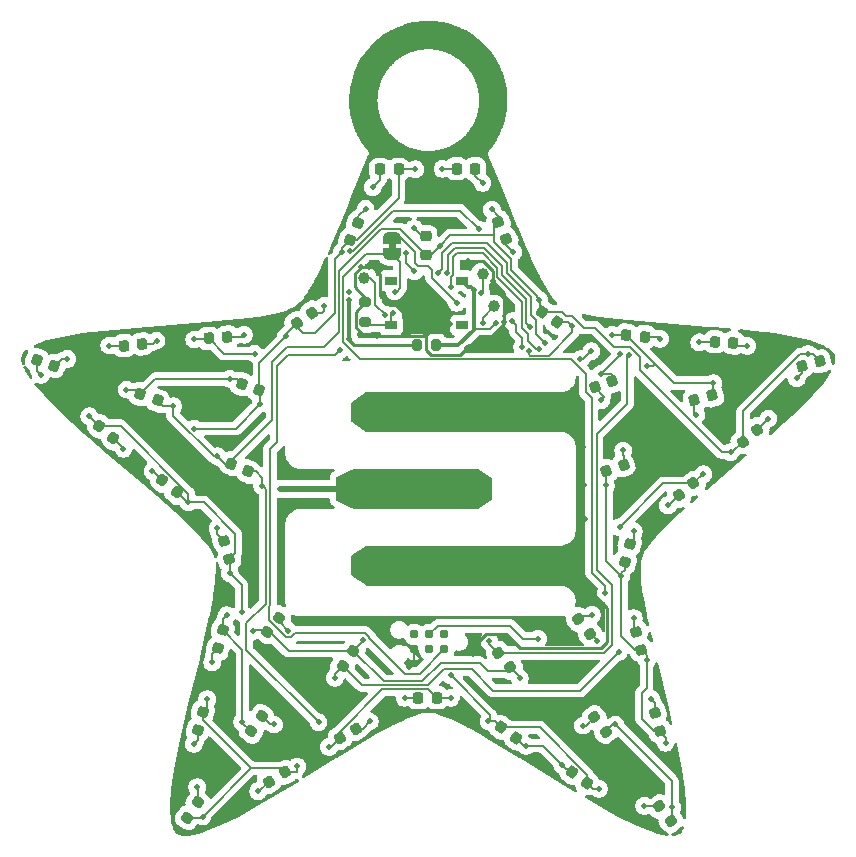
<source format=gbr>
%TF.GenerationSoftware,KiCad,Pcbnew,9.0.6*%
%TF.CreationDate,2025-11-13T15:57:48+01:00*%
%TF.ProjectId,advent_star,61647665-6e74-45f7-9374-61722e6b6963,rev?*%
%TF.SameCoordinates,Original*%
%TF.FileFunction,Copper,L2,Bot*%
%TF.FilePolarity,Positive*%
%FSLAX46Y46*%
G04 Gerber Fmt 4.6, Leading zero omitted, Abs format (unit mm)*
G04 Created by KiCad (PCBNEW 9.0.6) date 2025-11-13 15:57:48*
%MOMM*%
%LPD*%
G01*
G04 APERTURE LIST*
G04 Aperture macros list*
%AMRoundRect*
0 Rectangle with rounded corners*
0 $1 Rounding radius*
0 $2 $3 $4 $5 $6 $7 $8 $9 X,Y pos of 4 corners*
0 Add a 4 corners polygon primitive as box body*
4,1,4,$2,$3,$4,$5,$6,$7,$8,$9,$2,$3,0*
0 Add four circle primitives for the rounded corners*
1,1,$1+$1,$2,$3*
1,1,$1+$1,$4,$5*
1,1,$1+$1,$6,$7*
1,1,$1+$1,$8,$9*
0 Add four rect primitives between the rounded corners*
20,1,$1+$1,$2,$3,$4,$5,0*
20,1,$1+$1,$4,$5,$6,$7,0*
20,1,$1+$1,$6,$7,$8,$9,0*
20,1,$1+$1,$8,$9,$2,$3,0*%
%AMFreePoly0*
4,1,9,7.200000,0.900000,7.200000,-0.900000,6.000000,-1.700000,-4.500000,-1.700000,-6.000000,-1.000000,-6.000000,1.000000,-4.500000,1.700000,6.000000,1.700000,7.200000,0.900000,7.200000,0.900000,$1*%
%AMFreePoly1*
4,1,23,0.500000,-0.750000,0.000000,-0.750000,0.000000,-0.745722,-0.065263,-0.745722,-0.191342,-0.711940,-0.304381,-0.646677,-0.396677,-0.554381,-0.461940,-0.441342,-0.495722,-0.315263,-0.495722,-0.250000,-0.500000,-0.250000,-0.500000,0.250000,-0.495722,0.250000,-0.495722,0.315263,-0.461940,0.441342,-0.396677,0.554381,-0.304381,0.646677,-0.191342,0.711940,-0.065263,0.745722,0.000000,0.745722,
0.000000,0.750000,0.500000,0.750000,0.500000,-0.750000,0.500000,-0.750000,$1*%
%AMFreePoly2*
4,1,23,0.000000,0.745722,0.065263,0.745722,0.191342,0.711940,0.304381,0.646677,0.396677,0.554381,0.461940,0.441342,0.495722,0.315263,0.495722,0.250000,0.500000,0.250000,0.500000,-0.250000,0.495722,-0.250000,0.495722,-0.315263,0.461940,-0.441342,0.396677,-0.554381,0.304381,-0.646677,0.191342,-0.711940,0.065263,-0.745722,0.000000,-0.745722,0.000000,-0.750000,-0.500000,-0.750000,
-0.500000,0.750000,0.000000,0.750000,0.000000,0.745722,0.000000,0.745722,$1*%
G04 Aperture macros list end*
%TA.AperFunction,EtchedComponent*%
%ADD10C,0.000000*%
%TD*%
%TA.AperFunction,SMDPad,CuDef*%
%ADD11FreePoly0,0.000000*%
%TD*%
%TA.AperFunction,SMDPad,CuDef*%
%ADD12RoundRect,0.218750X-0.144974X-0.304135X0.277619X-0.190902X0.144974X0.304135X-0.277619X0.190902X0*%
%TD*%
%TA.AperFunction,SMDPad,CuDef*%
%ADD13RoundRect,0.218750X-0.218750X-0.256250X0.218750X-0.256250X0.218750X0.256250X-0.218750X0.256250X0*%
%TD*%
%TA.AperFunction,SMDPad,CuDef*%
%ADD14RoundRect,0.218750X-0.195584X-0.274340X0.240251X-0.236210X0.195584X0.274340X-0.240251X0.236210X0*%
%TD*%
%TA.AperFunction,SMDPad,CuDef*%
%ADD15RoundRect,0.218750X0.336909X-0.002858X0.055689X0.332287X-0.336909X0.002858X-0.055689X-0.332287X0*%
%TD*%
%TA.AperFunction,SMDPad,CuDef*%
%ADD16C,1.000000*%
%TD*%
%TA.AperFunction,SMDPad,CuDef*%
%ADD17RoundRect,0.218750X-0.306551X-0.139794X0.089959X-0.324689X0.306551X0.139794X-0.089959X0.324689X0*%
%TD*%
%TA.AperFunction,SMDPad,CuDef*%
%ADD18RoundRect,0.218750X-0.240251X-0.236210X0.195584X-0.274340X0.240251X0.236210X-0.195584X0.274340X0*%
%TD*%
%TA.AperFunction,SMDPad,CuDef*%
%ADD19RoundRect,0.218750X-0.304135X0.144974X-0.190902X-0.277619X0.304135X-0.144974X0.190902X0.277619X0*%
%TD*%
%TA.AperFunction,SMDPad,CuDef*%
%ADD20RoundRect,0.218750X-0.061318X-0.331294X0.317568X-0.112544X0.061318X0.331294X-0.317568X0.112544X0*%
%TD*%
%TA.AperFunction,SMDPad,CuDef*%
%ADD21RoundRect,0.218750X0.304135X-0.144974X0.190902X0.277619X-0.304135X0.144974X-0.190902X-0.277619X0*%
%TD*%
%TA.AperFunction,SMDPad,CuDef*%
%ADD22RoundRect,0.218750X-0.002858X-0.336909X0.332287X-0.055689X0.002858X0.336909X-0.332287X0.055689X0*%
%TD*%
%TA.AperFunction,SMDPad,CuDef*%
%ADD23RoundRect,0.218750X0.190902X-0.277619X0.304135X0.144974X-0.190902X0.277619X-0.304135X-0.144974X0*%
%TD*%
%TA.AperFunction,SMDPad,CuDef*%
%ADD24FreePoly1,90.000000*%
%TD*%
%TA.AperFunction,SMDPad,CuDef*%
%ADD25FreePoly2,90.000000*%
%TD*%
%TA.AperFunction,SMDPad,CuDef*%
%ADD26RoundRect,0.218750X0.256250X-0.218750X0.256250X0.218750X-0.256250X0.218750X-0.256250X-0.218750X0*%
%TD*%
%TA.AperFunction,SMDPad,CuDef*%
%ADD27RoundRect,0.218750X0.117915X0.315613X-0.293200X0.165979X-0.117915X-0.315613X0.293200X-0.165979X0*%
%TD*%
%TA.AperFunction,SMDPad,CuDef*%
%ADD28RoundRect,0.218750X-0.293200X-0.165979X0.117915X-0.315613X0.293200X0.165979X-0.117915X0.315613X0*%
%TD*%
%TA.AperFunction,SMDPad,CuDef*%
%ADD29RoundRect,0.218750X0.139794X-0.306551X0.324689X0.089959X-0.139794X0.306551X-0.324689X-0.089959X0*%
%TD*%
%TA.AperFunction,SMDPad,CuDef*%
%ADD30RoundRect,0.218750X-0.324689X0.089959X-0.139794X-0.306551X0.324689X-0.089959X0.139794X0.306551X0*%
%TD*%
%TA.AperFunction,SMDPad,CuDef*%
%ADD31RoundRect,0.200000X0.275000X-0.200000X0.275000X0.200000X-0.275000X0.200000X-0.275000X-0.200000X0*%
%TD*%
%TA.AperFunction,ConnectorPad*%
%ADD32C,0.787400*%
%TD*%
%TA.AperFunction,SMDPad,CuDef*%
%ADD33RoundRect,0.218750X-0.236092X-0.240367X0.200342X-0.270885X0.236092X0.240367X-0.200342X0.270885X0*%
%TD*%
%TA.AperFunction,SMDPad,CuDef*%
%ADD34RoundRect,0.200000X-0.200000X-0.275000X0.200000X-0.275000X0.200000X0.275000X-0.200000X0.275000X0*%
%TD*%
%TA.AperFunction,SMDPad,CuDef*%
%ADD35R,1.000000X0.750000*%
%TD*%
%TA.AperFunction,SMDPad,CuDef*%
%ADD36RoundRect,0.218750X-0.326168X-0.084438X0.032211X-0.335378X0.326168X0.084438X-0.032211X0.335378X0*%
%TD*%
%TA.AperFunction,SMDPad,CuDef*%
%ADD37RoundRect,0.218750X0.084438X-0.326168X0.335378X0.032211X-0.084438X0.326168X-0.335378X-0.032211X0*%
%TD*%
%TA.AperFunction,SMDPad,CuDef*%
%ADD38RoundRect,0.218750X-0.332287X-0.055689X0.002858X-0.336909X0.332287X0.055689X-0.002858X0.336909X0*%
%TD*%
%TA.AperFunction,SMDPad,CuDef*%
%ADD39RoundRect,0.218750X0.055689X-0.332287X0.336909X0.002858X-0.055689X0.332287X-0.336909X-0.002858X0*%
%TD*%
%TA.AperFunction,SMDPad,CuDef*%
%ADD40RoundRect,0.218750X0.326168X0.084438X-0.032211X0.335378X-0.326168X-0.084438X0.032211X-0.335378X0*%
%TD*%
%TA.AperFunction,SMDPad,CuDef*%
%ADD41RoundRect,0.218750X-0.117915X-0.315613X0.293200X-0.165979X0.117915X0.315613X-0.293200X0.165979X0*%
%TD*%
%TA.AperFunction,SMDPad,CuDef*%
%ADD42RoundRect,0.218750X-0.032211X-0.335378X0.326168X-0.084438X0.032211X0.335378X-0.326168X0.084438X0*%
%TD*%
%TA.AperFunction,ViaPad*%
%ADD43C,0.500000*%
%TD*%
%TA.AperFunction,Conductor*%
%ADD44C,0.200000*%
%TD*%
%TA.AperFunction,Conductor*%
%ADD45C,0.127000*%
%TD*%
%TA.AperFunction,Conductor*%
%ADD46C,0.254000*%
%TD*%
%TA.AperFunction,Conductor*%
%ADD47C,0.500000*%
%TD*%
%TA.AperFunction,Conductor*%
%ADD48C,0.300000*%
%TD*%
G04 APERTURE END LIST*
D10*
%TA.AperFunction,EtchedComponent*%
%TO.C,JP1*%
G36*
X147350000Y-82950000D02*
G01*
X146750000Y-82950000D01*
X146750000Y-82450000D01*
X147350000Y-82450000D01*
X147350000Y-82950000D01*
G37*
%TD.AperFunction*%
%TD*%
D11*
%TO.P,BT1,1,+*%
%TO.N,+BATT*%
X148300000Y-103250000D03*
%TD*%
D12*
%TO.P,D6,1,K*%
%TO.N,LED_C1*%
X181739333Y-92853820D03*
%TO.P,D6,2,A*%
%TO.N,LED_C6*%
X183260667Y-92446180D03*
%TD*%
D13*
%TO.P,D36,1,K*%
%TO.N,LED_C5*%
X149262500Y-120950000D03*
%TO.P,D36,2,A*%
%TO.N,LED_C2*%
X150837500Y-120950000D03*
%TD*%
D14*
%TO.P,D62,1,K*%
%TO.N,LED_C4*%
X124315497Y-91118635D03*
%TO.P,D62,2,A*%
%TO.N,LED_C7*%
X125884503Y-90981365D03*
%TD*%
D15*
%TO.P,D30,1,K*%
%TO.N,LED_C2*%
X165156195Y-123803260D03*
%TO.P,D30,2,A*%
%TO.N,LED_C6*%
X164143805Y-122596740D03*
%TD*%
D16*
%TO.P,TP1,1,1*%
%TO.N,Net-(U1-PD3)*%
X144700000Y-85400000D03*
%TD*%
D17*
%TO.P,D68,1,K*%
%TO.N,LED_C6*%
X133436283Y-101117188D03*
%TO.P,D68,2,A*%
%TO.N,LED_C4*%
X134863717Y-101782812D03*
%TD*%
D15*
%TO.P,D32,1,K*%
%TO.N,LED_C6*%
X157056195Y-118353260D03*
%TO.P,D32,2,A*%
%TO.N,LED_C2*%
X156043805Y-117146740D03*
%TD*%
D18*
%TO.P,D2,1,K*%
%TO.N,LED_C1*%
X166865497Y-90231365D03*
%TO.P,D2,2,A*%
%TO.N,LED_C7*%
X168434503Y-90368635D03*
%TD*%
D19*
%TO.P,D20,1,K*%
%TO.N,LED_C3*%
X167696180Y-115339334D03*
%TO.P,D20,2,A*%
%TO.N,LED_C1*%
X168103820Y-116860666D03*
%TD*%
D20*
%TO.P,D40,1,K*%
%TO.N,LED_C4*%
X136618005Y-128043750D03*
%TO.P,D40,2,A*%
%TO.N,LED_C2*%
X137981995Y-127256250D03*
%TD*%
D21*
%TO.P,D54,1,K*%
%TO.N,LED_C3*%
X133253820Y-109210667D03*
%TO.P,D54,2,A*%
%TO.N,LED_C5*%
X132846180Y-107689333D03*
%TD*%
D15*
%TO.P,D24,1,K*%
%TO.N,LED_C2*%
X170656195Y-131353260D03*
%TO.P,D24,2,A*%
%TO.N,LED_C1*%
X169643805Y-130146740D03*
%TD*%
D16*
%TO.P,TP7,1,1*%
%TO.N,Net-(U2-~{CS})*%
X154700000Y-85100000D03*
%TD*%
D22*
%TO.P,D8,1,K*%
%TO.N,LED_C6*%
X176746740Y-99256195D03*
%TO.P,D8,2,A*%
%TO.N,LED_C1*%
X177953260Y-98243805D03*
%TD*%
D23*
%TO.P,D18,1,K*%
%TO.N,LED_C1*%
X166746180Y-109460666D03*
%TO.P,D18,2,A*%
%TO.N,LED_C3*%
X167153820Y-107939334D03*
%TD*%
D24*
%TO.P,JP1,1,A*%
%TO.N,SWIO*%
X147050000Y-83350000D03*
D25*
%TO.P,JP1,2,B*%
%TO.N,SCL*%
X147050000Y-82050000D03*
%TD*%
D26*
%TO.P,D82,1,K*%
%TO.N,LED_C6*%
X149900000Y-83437500D03*
%TO.P,D82,2,A*%
%TO.N,LED_C7*%
X149900000Y-81862500D03*
%TD*%
D13*
%TO.P,D76,1,K*%
%TO.N,LED_C7*%
X146012500Y-76200000D03*
%TO.P,D76,2,A*%
%TO.N,LED_C5*%
X147587500Y-76200000D03*
%TD*%
D27*
%TO.P,D16,1,K*%
%TO.N,LED_C4*%
X166640007Y-101230659D03*
%TO.P,D16,2,A*%
%TO.N,LED_C1*%
X165159993Y-101769341D03*
%TD*%
D21*
%TO.P,D22,1,K*%
%TO.N,LED_C1*%
X169703820Y-123760667D03*
%TO.P,D22,2,A*%
%TO.N,LED_C2*%
X169296180Y-122239333D03*
%TD*%
D28*
%TO.P,D60,1,K*%
%TO.N,LED_C4*%
X116959992Y-92330659D03*
%TO.P,D60,2,A*%
%TO.N,LED_C3*%
X118440008Y-92869341D03*
%TD*%
D29*
%TO.P,D74,1,K*%
%TO.N,LED_C5*%
X143517189Y-82163717D03*
%TO.P,D74,2,A*%
%TO.N,LED_C7*%
X144182811Y-80736283D03*
%TD*%
D22*
%TO.P,D10,1,K*%
%TO.N,LED_C1*%
X171346740Y-103806195D03*
%TO.P,D10,2,A*%
%TO.N,LED_C5*%
X172553260Y-102793805D03*
%TD*%
D30*
%TO.P,D80,1,K*%
%TO.N,LED_C6*%
X156050000Y-80700000D03*
%TO.P,D80,2,A*%
%TO.N,LED_C5*%
X156715624Y-82127434D03*
%TD*%
D23*
%TO.P,D46,1,K*%
%TO.N,LED_C3*%
X132296180Y-116760666D03*
%TO.P,D46,2,A*%
%TO.N,LED_C7*%
X132703820Y-115239334D03*
%TD*%
D31*
%TO.P,R1,1*%
%TO.N,USER_BTN*%
X144750000Y-89125000D03*
%TO.P,R1,2*%
%TO.N,GND*%
X144750000Y-87475000D03*
%TD*%
D14*
%TO.P,D64,1,K*%
%TO.N,LED_C7*%
X131515497Y-90518635D03*
%TO.P,D64,2,A*%
%TO.N,LED_C4*%
X133084503Y-90381365D03*
%TD*%
D32*
%TO.P,J1,1*%
%TO.N,VDD*%
X151457003Y-116845522D03*
%TO.P,J1,2*%
%TO.N,unconnected-(J1-Pad2)*%
X151457003Y-115575522D03*
%TO.P,J1,3*%
%TO.N,unconnected-(J1-Pad3)*%
X150187003Y-116845522D03*
%TO.P,J1,4*%
%TO.N,SWIO*%
X150187003Y-115575522D03*
%TO.P,J1,5*%
%TO.N,GND*%
X148917003Y-116845522D03*
%TO.P,J1,6*%
%TO.N,unconnected-(J1-Pad6)*%
X148917003Y-115575522D03*
%TD*%
D33*
%TO.P,D4,1,K*%
%TO.N,LED_C7*%
X174364419Y-90795067D03*
%TO.P,D4,2,A*%
%TO.N,LED_C1*%
X175935581Y-90904933D03*
%TD*%
D34*
%TO.P,R4,1*%
%TO.N,VDD*%
X149125000Y-91100000D03*
%TO.P,R4,2*%
X150775000Y-91100000D03*
%TD*%
D35*
%TO.P,SW1,1,1*%
%TO.N,USER_BTN*%
X146950000Y-89375000D03*
X152950000Y-89375000D03*
%TO.P,SW1,2,2*%
%TO.N,VDD*%
X146950000Y-85625000D03*
X152950000Y-85625000D03*
%TD*%
D28*
%TO.P,D66,1,K*%
%TO.N,LED_C4*%
X125709992Y-95230659D03*
%TO.P,D66,2,A*%
%TO.N,LED_C6*%
X127190008Y-95769341D03*
%TD*%
D36*
%TO.P,D28,1,K*%
%TO.N,LED_C7*%
X156254919Y-123448309D03*
%TO.P,D28,2,A*%
%TO.N,LED_C2*%
X157545081Y-124351691D03*
%TD*%
D20*
%TO.P,D38,1,K*%
%TO.N,LED_C2*%
X142618005Y-124343750D03*
%TO.P,D38,2,A*%
%TO.N,LED_C4*%
X143981995Y-123556250D03*
%TD*%
D37*
%TO.P,D42,1,K*%
%TO.N,LED_C2*%
X129698309Y-131095082D03*
%TO.P,D42,2,A*%
%TO.N,LED_C3*%
X130601691Y-129804918D03*
%TD*%
%TO.P,D50,1,K*%
%TO.N,LED_C3*%
X142848309Y-118245082D03*
%TO.P,D50,2,A*%
%TO.N,LED_C6*%
X143751691Y-116954918D03*
%TD*%
D36*
%TO.P,D26,1,K*%
%TO.N,LED_C2*%
X162254919Y-127248309D03*
%TO.P,D26,2,A*%
%TO.N,LED_C7*%
X163545081Y-128151691D03*
%TD*%
D38*
%TO.P,D58,1,K*%
%TO.N,LED_C3*%
X122246740Y-97943805D03*
%TO.P,D58,2,A*%
%TO.N,LED_C4*%
X123453260Y-98956195D03*
%TD*%
D39*
%TO.P,D52,1,K*%
%TO.N,LED_C6*%
X136443805Y-115353260D03*
%TO.P,D52,2,A*%
%TO.N,LED_C3*%
X137456195Y-114146740D03*
%TD*%
D12*
%TO.P,D12,1,K*%
%TO.N,LED_C5*%
X172639333Y-95753820D03*
%TO.P,D12,2,A*%
%TO.N,LED_C1*%
X174160667Y-95346180D03*
%TD*%
D13*
%TO.P,D78,1,K*%
%TO.N,LED_C5*%
X152500000Y-76150000D03*
%TO.P,D78,2,A*%
%TO.N,LED_C6*%
X154075000Y-76150000D03*
%TD*%
D40*
%TO.P,D84,1,K*%
%TO.N,LED_C7*%
X161045083Y-89151692D03*
%TO.P,D84,2,A*%
%TO.N,LED_C6*%
X159754917Y-88248308D03*
%TD*%
D41*
%TO.P,D14,1,K*%
%TO.N,LED_C1*%
X164209993Y-94669341D03*
%TO.P,D14,2,A*%
%TO.N,LED_C4*%
X165690007Y-94130659D03*
%TD*%
D38*
%TO.P,D56,1,K*%
%TO.N,LED_C5*%
X127596740Y-102543805D03*
%TO.P,D56,2,A*%
%TO.N,LED_C3*%
X128803260Y-103556195D03*
%TD*%
D42*
%TO.P,D72,1,K*%
%TO.N,LED_C5*%
X138954918Y-89251691D03*
%TO.P,D72,2,A*%
%TO.N,LED_C4*%
X140245082Y-88348309D03*
%TD*%
D15*
%TO.P,D34,1,K*%
%TO.N,LED_C2*%
X163806195Y-115503260D03*
%TO.P,D34,2,A*%
%TO.N,LED_C5*%
X162793805Y-114296740D03*
%TD*%
D16*
%TO.P,TP8,1,1*%
%TO.N,Net-(U2-SDO)*%
X155650000Y-87800000D03*
%TD*%
D37*
%TO.P,D48,1,K*%
%TO.N,LED_C7*%
X135098309Y-123795081D03*
%TO.P,D48,2,A*%
%TO.N,LED_C3*%
X136001691Y-122504919D03*
%TD*%
D23*
%TO.P,D44,1,K*%
%TO.N,LED_C3*%
X130596180Y-123660666D03*
%TO.P,D44,2,A*%
%TO.N,LED_C2*%
X131003820Y-122139334D03*
%TD*%
D28*
%TO.P,D70,1,K*%
%TO.N,LED_C4*%
X134309992Y-94380659D03*
%TO.P,D70,2,A*%
%TO.N,LED_C5*%
X135790008Y-94919341D03*
%TD*%
D43*
%TO.N,SWIO*%
X159400000Y-115950000D03*
X165100000Y-112100000D03*
%TO.N,GND*%
X153900000Y-117200000D03*
X162750000Y-109750000D03*
X153500000Y-83950000D03*
X163200000Y-99700000D03*
X155550000Y-85650000D03*
X162600000Y-96850000D03*
X148450000Y-118350000D03*
X163250000Y-102950000D03*
X145050000Y-84450000D03*
X151950000Y-89300000D03*
X163350000Y-105800000D03*
X144445738Y-84484656D03*
X156538621Y-89104459D03*
X145800000Y-90300000D03*
X153400000Y-91286500D03*
%TO.N,+BATT*%
X137550000Y-103250000D03*
%TO.N,VDD*%
X153950000Y-86400000D03*
X143400000Y-86600000D03*
X155800000Y-89200000D03*
X143422000Y-90600000D03*
X142650000Y-91500000D03*
X143400000Y-87300000D03*
%TO.N,LED_C7*%
X164550000Y-128650000D03*
X155200000Y-122950000D03*
X158675181Y-91551381D03*
X152000000Y-119050000D03*
X135400000Y-91800000D03*
X162300000Y-89500000D03*
X169750000Y-90550000D03*
X173050000Y-90850000D03*
X134350000Y-123000000D03*
X145400000Y-77700000D03*
X130300000Y-90600000D03*
X127100000Y-90700000D03*
X144800000Y-79550000D03*
X148900000Y-81200000D03*
X133050000Y-113950000D03*
%TO.N,LED_C1*%
X164750000Y-95750000D03*
X166450000Y-110650000D03*
X152017313Y-86123625D03*
X177100000Y-91150000D03*
X181300000Y-93900000D03*
X178900000Y-97300000D03*
X174250000Y-94300000D03*
X165150000Y-102950000D03*
X170200000Y-124750000D03*
X165700000Y-90200000D03*
X170400000Y-104650000D03*
X168600000Y-117750000D03*
X159479874Y-91422372D03*
X168400000Y-130100000D03*
X168600000Y-92850000D03*
%TO.N,LED_C6*%
X154700000Y-77350000D03*
X144550000Y-116050000D03*
X151100000Y-82650000D03*
X155500000Y-79600000D03*
X159500000Y-87250000D03*
X135250000Y-115300000D03*
X157850000Y-119300000D03*
X163200000Y-123300000D03*
X128500000Y-96250000D03*
X182250000Y-91850000D03*
X132250000Y-100500000D03*
X175700000Y-100150000D03*
%TO.N,LED_C5*%
X130300000Y-98150000D03*
X151300000Y-76150000D03*
X166300000Y-106500000D03*
X132250000Y-106600000D03*
X172800000Y-97000000D03*
X138050000Y-90350000D03*
X126750000Y-101750000D03*
X148100000Y-120950000D03*
X157300000Y-83200000D03*
X163963500Y-113896244D03*
X142800000Y-83200000D03*
X149000000Y-76200000D03*
X135900000Y-96050000D03*
X173400000Y-102000000D03*
%TO.N,LED_C4*%
X166300000Y-91863500D03*
X140813100Y-123013100D03*
X166600000Y-100000000D03*
X135700000Y-128850000D03*
X145150000Y-122950000D03*
X124550000Y-94850000D03*
X141300000Y-87750000D03*
X124300000Y-99850000D03*
X154400000Y-81286500D03*
X143496242Y-83127558D03*
X117300000Y-93600000D03*
X134500000Y-90200000D03*
X123100000Y-91118635D03*
X136050000Y-103000000D03*
X133300000Y-93950000D03*
X164750000Y-93500000D03*
%TO.N,LED_C3*%
X167500000Y-114200000D03*
X137050000Y-123200000D03*
X134300000Y-113700000D03*
X142200000Y-119250000D03*
X130550000Y-128500000D03*
X150963100Y-84963100D03*
X130250000Y-124850000D03*
X121401468Y-97098532D03*
X131800000Y-117950000D03*
X159948038Y-90901962D03*
X119550000Y-92250000D03*
X133300000Y-110400000D03*
X166250000Y-117050000D03*
X162986900Y-92263100D03*
X138250000Y-115250000D03*
X167500000Y-106850000D03*
X163897962Y-91601886D03*
X129800000Y-104400000D03*
%TO.N,LED_C2*%
X131000000Y-131000000D03*
X155250000Y-116100000D03*
X170750000Y-130200000D03*
X167136900Y-91913100D03*
X158400000Y-125000000D03*
X139000000Y-126750000D03*
X152000000Y-120950000D03*
X169000000Y-121050000D03*
X158711900Y-89538100D03*
X141700000Y-125100000D03*
X131400000Y-121050000D03*
X165950000Y-123200000D03*
X151681173Y-84955077D03*
X164350000Y-116150000D03*
X161450000Y-126650000D03*
%TO.N,SWIO*%
X147250000Y-86550000D03*
%TO.N,USER_BTN*%
X147150000Y-88350000D03*
%TO.N,SCL*%
X152500000Y-87500000D03*
%TO.N,Net-(U1-PD3)*%
X146436500Y-88549998D03*
%TO.N,Net-(U2-~{CS})*%
X154600000Y-86700000D03*
%TO.N,Net-(U2-SDO)*%
X154700000Y-89186500D03*
%TO.N,INT1*%
X158050000Y-91236500D03*
X157236500Y-89050000D03*
%TO.N,Net-(U1-PC4)*%
X148254999Y-83268802D03*
X148931776Y-84844423D03*
%TD*%
D44*
%TO.N,VDD*%
X136596099Y-113219382D02*
X136689904Y-113125577D01*
X148118975Y-118901000D02*
X145101000Y-115883025D01*
X136596099Y-114375331D02*
X136596099Y-113219382D01*
X142250000Y-91900000D02*
X142650000Y-91500000D01*
X138021768Y-115801000D02*
X136596099Y-114375331D01*
X138250000Y-91900000D02*
X142250000Y-91900000D01*
X138478232Y-115801000D02*
X138021768Y-115801000D01*
X145101000Y-115821768D02*
X144778232Y-115499000D01*
X137300000Y-92850000D02*
X138250000Y-91900000D01*
X138780232Y-115499000D02*
X138478232Y-115801000D01*
X149401525Y-118901000D02*
X148118975Y-118901000D01*
X137300000Y-99300000D02*
X137300000Y-92850000D01*
X136689904Y-102689328D02*
X136700000Y-102679232D01*
X145101000Y-115883025D02*
X145101000Y-115821768D01*
X136689904Y-113125577D02*
X136689904Y-102689328D01*
X144778232Y-115499000D02*
X138780232Y-115499000D01*
X136700000Y-99900000D02*
X137300000Y-99300000D01*
X151457003Y-116845522D02*
X149401525Y-118901000D01*
X136700000Y-102679232D02*
X136700000Y-99900000D01*
D45*
%TO.N,SWIO*%
X164850000Y-111250000D02*
X165100000Y-111500000D01*
X165100000Y-111500000D02*
X165100000Y-112100000D01*
X159400000Y-115950000D02*
X158150000Y-115950000D01*
X158150000Y-115950000D02*
X157065713Y-114865713D01*
X157065713Y-114865713D02*
X150896812Y-114865713D01*
X150896812Y-114865713D02*
X150187003Y-115575522D01*
D46*
%TO.N,GND*%
X162750000Y-109750000D02*
X162750000Y-110850000D01*
X162750000Y-110850000D02*
X165250000Y-113350000D01*
X165250000Y-113350000D02*
X165250000Y-116208500D01*
X165250000Y-116208500D02*
X164730500Y-116728000D01*
X164730500Y-116728000D02*
X157878000Y-116728000D01*
X157878000Y-116728000D02*
X156672000Y-115522000D01*
X156672000Y-115522000D02*
X155010584Y-115522000D01*
X155010584Y-115522000D02*
X153900000Y-116632584D01*
X153900000Y-116632584D02*
X153900000Y-117200000D01*
D45*
%TO.N,LED_C2*%
X167136900Y-91913100D02*
X166950000Y-92100000D01*
X166950000Y-96050000D02*
X164350000Y-98650000D01*
X166950000Y-92100000D02*
X166950000Y-96050000D01*
X164953260Y-117146740D02*
X156043805Y-117146740D01*
X164350000Y-98650000D02*
X164350000Y-110100000D01*
X164350000Y-110100000D02*
X165650000Y-111400000D01*
X165650000Y-111400000D02*
X165650000Y-116450000D01*
X165650000Y-116450000D02*
X164953260Y-117146740D01*
D46*
%TO.N,GND*%
X144445738Y-84484656D02*
X143872000Y-85058394D01*
X143947000Y-88278000D02*
X143947000Y-89549246D01*
X155550000Y-85650000D02*
X156538621Y-86638621D01*
X151500000Y-88850000D02*
X151950000Y-89300000D01*
X144480394Y-84450000D02*
X144445738Y-84484656D01*
X143947000Y-89549246D02*
X144697754Y-90300000D01*
X143872000Y-85058394D02*
X143872000Y-86197000D01*
X144697754Y-90300000D02*
X145800000Y-90300000D01*
X153500000Y-83950000D02*
X154720969Y-83950000D01*
X143872000Y-86197000D02*
X144750000Y-87075000D01*
X144750000Y-87475000D02*
X143947000Y-88278000D01*
X149947000Y-90297000D02*
X149950000Y-90300000D01*
X149950000Y-90300000D02*
X149950000Y-91502246D01*
X144750000Y-87075000D02*
X144750000Y-87475000D01*
X154720969Y-83950000D02*
X155550000Y-84779031D01*
X149950000Y-91502246D02*
X150350754Y-91903000D01*
X156538621Y-86638621D02*
X156538621Y-89104459D01*
X152783500Y-91903000D02*
X153400000Y-91286500D01*
X146050000Y-86900000D02*
X146850000Y-87700000D01*
D45*
X148917003Y-116845522D02*
X148917003Y-117882997D01*
D46*
X146050000Y-85050000D02*
X146050000Y-86900000D01*
X150350754Y-91903000D02*
X152783500Y-91903000D01*
X155550000Y-84779031D02*
X155550000Y-85650000D01*
X146850000Y-87700000D02*
X147400000Y-87700000D01*
X145050000Y-84450000D02*
X144480394Y-84450000D01*
X149950000Y-88850000D02*
X151500000Y-88850000D01*
X145800000Y-90300000D02*
X145803000Y-90297000D01*
X145050000Y-84450000D02*
X145450000Y-84450000D01*
X145450000Y-84450000D02*
X146050000Y-85050000D01*
X145803000Y-90297000D02*
X149947000Y-90297000D01*
X154717416Y-91100000D02*
X156538621Y-89278795D01*
X147400000Y-87700000D02*
X148550000Y-88850000D01*
D45*
X148917003Y-117882997D02*
X148450000Y-118350000D01*
D46*
X148550000Y-88850000D02*
X149950000Y-88850000D01*
X153400000Y-91286500D02*
X153586500Y-91100000D01*
X156538621Y-89278795D02*
X156538621Y-89104459D01*
X149950000Y-88850000D02*
X149950000Y-90300000D01*
X153586500Y-91100000D02*
X154717416Y-91100000D01*
D47*
%TO.N,+BATT*%
X148300000Y-103250000D02*
X137550000Y-103250000D01*
D48*
%TO.N,VDD*%
X143422000Y-90600000D02*
X143422000Y-90672000D01*
X153950000Y-86400000D02*
X153700000Y-86150000D01*
X153475000Y-86150000D02*
X152950000Y-85625000D01*
X153950000Y-89700000D02*
X153950000Y-89800000D01*
X153950000Y-86400000D02*
X153950000Y-89700000D01*
X143400000Y-89350000D02*
X143400000Y-87300000D01*
X153950000Y-89800000D02*
X152650000Y-91100000D01*
X143422000Y-90672000D02*
X143650000Y-90900000D01*
D45*
X152950000Y-85625000D02*
X153014500Y-85689500D01*
D48*
X143422000Y-89372000D02*
X143400000Y-89350000D01*
D45*
X146735500Y-85839500D02*
X146950000Y-85625000D01*
D46*
X149125000Y-91100000D02*
X143850000Y-91100000D01*
X143850000Y-91100000D02*
X143650000Y-90900000D01*
D48*
X153700000Y-86150000D02*
X153475000Y-86150000D01*
X152650000Y-91100000D02*
X150775000Y-91100000D01*
D45*
X153950000Y-89700000D02*
X155300000Y-89700000D01*
D48*
X143422000Y-90600000D02*
X143422000Y-89372000D01*
D45*
X155300000Y-89700000D02*
X155800000Y-89200000D01*
%TO.N,LED_C7*%
X155350000Y-122400000D02*
X155350000Y-122800000D01*
X163545081Y-127443854D02*
X159549536Y-123448309D01*
X127100000Y-90700000D02*
X126818635Y-90981365D01*
X158735500Y-91972000D02*
X160328000Y-91972000D01*
X148900000Y-81200000D02*
X149562500Y-81862500D01*
X146012500Y-77087500D02*
X146012500Y-76200000D01*
X134350000Y-123000000D02*
X134350000Y-123046772D01*
X144182811Y-80167189D02*
X144182811Y-80736283D01*
X126818635Y-90981365D02*
X125884503Y-90981365D01*
X160328000Y-91972000D02*
X162300000Y-90000000D01*
X169750000Y-90550000D02*
X169568635Y-90368635D01*
X152000000Y-119050000D02*
X155350000Y-122400000D01*
X173104933Y-90795067D02*
X174364419Y-90795067D01*
X134350000Y-123046772D02*
X135098309Y-123795081D01*
X133050000Y-113950000D02*
X132703820Y-114296180D01*
X158618594Y-91607968D02*
X158618594Y-91855094D01*
X164550000Y-128650000D02*
X164043390Y-128650000D01*
X161951692Y-89151692D02*
X161045083Y-89151692D01*
X163545081Y-128151691D02*
X163545081Y-127443854D01*
X149562500Y-81862500D02*
X149900000Y-81862500D01*
X134350000Y-116885514D02*
X132703820Y-115239334D01*
X131515497Y-90518635D02*
X132796862Y-91800000D01*
X162300000Y-90000000D02*
X162300000Y-89500000D01*
X145400000Y-77700000D02*
X146012500Y-77087500D01*
X173050000Y-90850000D02*
X173104933Y-90795067D01*
X158618594Y-91855094D02*
X158735500Y-91972000D01*
X155200000Y-122950000D02*
X155756610Y-122950000D01*
X144800000Y-79550000D02*
X144182811Y-80167189D01*
X132703820Y-114296180D02*
X132703820Y-115239334D01*
X155350000Y-122800000D02*
X155200000Y-122950000D01*
X155756610Y-122950000D02*
X156254919Y-123448309D01*
X158675181Y-91551381D02*
X158618594Y-91607968D01*
X132796862Y-91800000D02*
X135400000Y-91800000D01*
X131434132Y-90600000D02*
X131515497Y-90518635D01*
X130300000Y-90600000D02*
X131434132Y-90600000D01*
X169568635Y-90368635D02*
X168434503Y-90368635D01*
X159549536Y-123448309D02*
X156254919Y-123448309D01*
X162300000Y-89500000D02*
X161951692Y-89151692D01*
X164043390Y-128650000D02*
X163545081Y-128151691D01*
X134350000Y-123000000D02*
X134350000Y-116885514D01*
%TO.N,LED_C1*%
X164750000Y-95750000D02*
X165000000Y-95500000D01*
X169212064Y-123760667D02*
X169703820Y-123760667D01*
X154700000Y-83300000D02*
X155950000Y-84550000D01*
X168600000Y-92850000D02*
X169100000Y-92850000D01*
X170400000Y-104650000D02*
X170502935Y-104650000D01*
X170200000Y-124750000D02*
X170250000Y-124700000D01*
X165000000Y-95500000D02*
X165000000Y-95459348D01*
X166746180Y-110096180D02*
X166746180Y-109460666D01*
X159457502Y-91400000D02*
X159479874Y-91422372D01*
X165150000Y-102950000D02*
X165150000Y-109350000D01*
X168600000Y-120100000D02*
X168200000Y-120500000D01*
X176180648Y-91150000D02*
X175935581Y-90904933D01*
X166450000Y-110650000D02*
X166450000Y-110392360D01*
X178900000Y-97300000D02*
X178897065Y-97300000D01*
X168600000Y-117750000D02*
X168600000Y-117356846D01*
X174250000Y-95256847D02*
X174160667Y-95346180D01*
X178897065Y-97300000D02*
X177953260Y-98243805D01*
X152195673Y-85168190D02*
X152195673Y-83654327D01*
X168400000Y-130100000D02*
X169597065Y-130100000D01*
X167612064Y-116860666D02*
X168103820Y-116860666D01*
X174250000Y-94300000D02*
X170934132Y-94300000D01*
X165159993Y-102640007D02*
X165159993Y-101769341D01*
X168600000Y-117356846D02*
X168103820Y-116860666D01*
X152017313Y-86123625D02*
X152017313Y-85346550D01*
X158550000Y-90700000D02*
X159250000Y-91400000D01*
X181300000Y-93900000D02*
X181739333Y-93460667D01*
X152550000Y-83300000D02*
X154700000Y-83300000D01*
X152195673Y-83654327D02*
X152550000Y-83300000D01*
X166450000Y-110392360D02*
X166746180Y-110096180D01*
X168200000Y-122748603D02*
X169212064Y-123760667D01*
X170934132Y-94300000D02*
X169292066Y-92657934D01*
X168600000Y-117750000D02*
X168600000Y-120100000D01*
X158550000Y-90150000D02*
X158550000Y-90700000D01*
X165150000Y-109350000D02*
X166450000Y-110650000D01*
X169292066Y-92657934D02*
X166865497Y-90231365D01*
X165700000Y-90200000D02*
X166834132Y-90200000D01*
X159250000Y-91400000D02*
X159457502Y-91400000D01*
X181739333Y-93460667D02*
X181739333Y-92853820D01*
X168200000Y-120500000D02*
X168200000Y-122748603D01*
X158050000Y-87400000D02*
X158050000Y-89650000D01*
X165150000Y-102950000D02*
X165150000Y-102650000D01*
X174250000Y-94300000D02*
X174250000Y-95256847D01*
X155950000Y-84550000D02*
X155950000Y-85300000D01*
X170250000Y-124700000D02*
X170250000Y-124306847D01*
X155950000Y-85300000D02*
X158050000Y-87400000D01*
X152017313Y-85346550D02*
X152195673Y-85168190D01*
X158050000Y-89650000D02*
X158550000Y-90150000D01*
X166834132Y-90200000D02*
X166865497Y-90231365D01*
X165000000Y-95459348D02*
X164209993Y-94669341D01*
X170502935Y-104650000D02*
X171346740Y-103806195D01*
X177100000Y-91150000D02*
X176180648Y-91150000D01*
X170250000Y-124306847D02*
X169703820Y-123760667D01*
X166450000Y-110650000D02*
X166450000Y-115698602D01*
X169100000Y-92850000D02*
X169292066Y-92657934D01*
X169597065Y-130100000D02*
X169643805Y-130146740D01*
X166450000Y-115698602D02*
X167612064Y-116860666D01*
X165150000Y-102650000D02*
X165159993Y-102640007D01*
%TO.N,LED_C6*%
X155700000Y-82350000D02*
X155700000Y-81800000D01*
X161398308Y-88248308D02*
X161800000Y-88650000D01*
X132867188Y-101117188D02*
X133436283Y-101117188D01*
X155150000Y-118700000D02*
X156709455Y-118700000D01*
X163200000Y-123300000D02*
X163440545Y-123300000D01*
X157850000Y-119300000D02*
X157850000Y-119147065D01*
X132250000Y-100500000D02*
X132867188Y-101117188D01*
X136900000Y-92500000D02*
X138150000Y-91250000D01*
X128500000Y-97077613D02*
X128500000Y-96250000D01*
X162300000Y-88650000D02*
X163250000Y-89600000D01*
X165850000Y-91250000D02*
X167200000Y-91250000D01*
X127670667Y-96250000D02*
X127190008Y-95769341D01*
X143751691Y-116954918D02*
X138286008Y-116954918D01*
X133436283Y-100913717D02*
X136900000Y-97450000D01*
X144550000Y-116050000D02*
X144550000Y-116156609D01*
X182250000Y-91850000D02*
X181587850Y-91850000D01*
X142557500Y-89942500D02*
X142557500Y-84842500D01*
X149600000Y-119550000D02*
X151150000Y-118000000D01*
X147743000Y-81280500D02*
X149900000Y-83437500D01*
X159300000Y-86900000D02*
X157150000Y-84750000D01*
X143751691Y-116954918D02*
X146346773Y-119550000D01*
X144550000Y-116156609D02*
X143751691Y-116954918D01*
X151150000Y-118000000D02*
X154450000Y-118000000D01*
X135343480Y-115206520D02*
X136537610Y-115206520D01*
X182664487Y-91850000D02*
X183260667Y-92446180D01*
X174950000Y-100150000D02*
X175700000Y-100150000D01*
X156709455Y-118700000D02*
X157056195Y-118353260D01*
X157150000Y-83800000D02*
X155700000Y-82350000D01*
X150312500Y-83437500D02*
X149900000Y-83437500D01*
X175852935Y-100150000D02*
X176746740Y-99256195D01*
X154700000Y-77350000D02*
X154075000Y-76725000D01*
X159550000Y-87300000D02*
X159550000Y-88043391D01*
X138150000Y-91250000D02*
X141250000Y-91250000D01*
X138286008Y-116954918D02*
X136537610Y-115206520D01*
X161800000Y-88650000D02*
X162300000Y-88650000D01*
X155700000Y-81800000D02*
X155700000Y-81050000D01*
X168000000Y-92050000D02*
X168000000Y-93200000D01*
X159500000Y-87250000D02*
X159550000Y-87300000D01*
X175700000Y-100150000D02*
X175852935Y-100150000D01*
X154075000Y-76725000D02*
X154075000Y-76150000D01*
X151100000Y-82650000D02*
X151950000Y-81800000D01*
X164200000Y-89600000D02*
X165850000Y-91250000D01*
X136900000Y-97450000D02*
X136900000Y-92500000D01*
X154450000Y-118000000D02*
X155150000Y-118700000D01*
X151950000Y-81800000D02*
X155700000Y-81800000D01*
X146346773Y-119550000D02*
X149600000Y-119550000D01*
X135250000Y-115300000D02*
X135343480Y-115206520D01*
X141250000Y-91250000D02*
X142557500Y-89942500D01*
X133436283Y-101117188D02*
X133436283Y-100913717D01*
X155700000Y-81050000D02*
X156050000Y-80700000D01*
X131922387Y-100500000D02*
X128500000Y-97077613D01*
X128500000Y-96250000D02*
X127670667Y-96250000D01*
X156050000Y-80150000D02*
X156050000Y-80700000D01*
X159550000Y-88043391D02*
X159754917Y-88248308D01*
X159500000Y-87250000D02*
X159300000Y-87050000D01*
X181587850Y-91850000D02*
X176746740Y-96691110D01*
X176746740Y-96691110D02*
X176746740Y-99256195D01*
X159300000Y-87050000D02*
X159300000Y-86900000D01*
X159754917Y-88248308D02*
X161398308Y-88248308D01*
X168000000Y-93200000D02*
X174950000Y-100150000D01*
X182250000Y-91850000D02*
X182664487Y-91850000D01*
X155500000Y-79600000D02*
X156050000Y-80150000D01*
X146119500Y-81280500D02*
X147743000Y-81280500D01*
X163440545Y-123300000D02*
X164143805Y-122596740D01*
X163250000Y-89600000D02*
X164200000Y-89600000D01*
X142557500Y-84842500D02*
X146119500Y-81280500D01*
X151100000Y-82650000D02*
X150312500Y-83437500D01*
X157850000Y-119147065D02*
X157056195Y-118353260D01*
X132250000Y-100500000D02*
X131922387Y-100500000D01*
X167200000Y-91250000D02*
X168000000Y-92050000D01*
X157150000Y-84750000D02*
X157150000Y-83800000D01*
%TO.N,LED_C5*%
X135790008Y-94919341D02*
X135790008Y-92609992D01*
X133800000Y-98150000D02*
X135900000Y-96050000D01*
X166300000Y-106500000D02*
X170006195Y-102793805D01*
X132250000Y-106600000D02*
X132250000Y-107093153D01*
X151300000Y-76150000D02*
X152500000Y-76150000D01*
X148100000Y-120950000D02*
X149262500Y-120950000D01*
X142800000Y-82880906D02*
X143517189Y-82163717D01*
X138050000Y-90156609D02*
X138954918Y-89251691D01*
X170006195Y-102793805D02*
X172553260Y-102793805D01*
X172800000Y-97000000D02*
X172639333Y-96839333D01*
X156715624Y-82615624D02*
X156715624Y-82127434D01*
X135790008Y-92609992D02*
X138050000Y-90350000D01*
X126802935Y-101750000D02*
X127596740Y-102543805D01*
X149000000Y-76200000D02*
X147587500Y-76200000D01*
X126750000Y-101750000D02*
X126802935Y-101750000D01*
X157300000Y-83200000D02*
X156715624Y-82615624D01*
X172639333Y-96839333D02*
X172639333Y-95753820D01*
X142200000Y-83800000D02*
X142800000Y-83200000D01*
X138954918Y-89554918D02*
X139500000Y-90100000D01*
X130300000Y-98150000D02*
X133800000Y-98150000D01*
X135900000Y-96050000D02*
X135900000Y-95029333D01*
X173347065Y-102000000D02*
X172553260Y-102793805D01*
X140500000Y-90100000D02*
X142200000Y-88400000D01*
X143517189Y-82163717D02*
X144041293Y-82163717D01*
X163813004Y-114046740D02*
X162543805Y-114046740D01*
X142200000Y-88400000D02*
X142200000Y-83800000D01*
X173400000Y-102000000D02*
X173347065Y-102000000D01*
X138954918Y-89251691D02*
X138954918Y-89554918D01*
X163963500Y-113896244D02*
X163813004Y-114046740D01*
X142800000Y-83200000D02*
X142800000Y-82880906D01*
X138050000Y-90350000D02*
X138050000Y-90156609D01*
X147587500Y-78617510D02*
X147587500Y-76200000D01*
X132250000Y-107093153D02*
X132846180Y-107689333D01*
X139500000Y-90100000D02*
X140500000Y-90100000D01*
X135900000Y-95029333D02*
X135790008Y-94919341D01*
X144041293Y-82163717D02*
X147587500Y-78617510D01*
X163963500Y-113896244D02*
X163778000Y-113896244D01*
%TO.N,LED_C4*%
X124550000Y-94850000D02*
X125329333Y-94850000D01*
X166300000Y-91863500D02*
X166300000Y-91950000D01*
X136050000Y-103000000D02*
X136050000Y-102350000D01*
X124300000Y-99802935D02*
X123453260Y-98956195D01*
X166300000Y-91950000D02*
X164750000Y-93500000D01*
X143722442Y-83127558D02*
X146050000Y-80800000D01*
X143496242Y-83127558D02*
X143722442Y-83127558D01*
X125329333Y-94850000D02*
X125709992Y-95230659D01*
X151700000Y-79700000D02*
X152813500Y-79700000D01*
X134700000Y-114600000D02*
X134700000Y-116900000D01*
X117300000Y-93600000D02*
X116959992Y-93259992D01*
X124300000Y-99850000D02*
X124300000Y-99802935D01*
X166640007Y-100409993D02*
X166640007Y-101230659D01*
X134500000Y-90200000D02*
X134318635Y-90381365D01*
X136050000Y-103000000D02*
X136325404Y-103275404D01*
X136050000Y-102350000D02*
X135482812Y-101782812D01*
X135700000Y-128850000D02*
X135811755Y-128850000D01*
X147150000Y-79700000D02*
X151700000Y-79700000D01*
X141148309Y-88348309D02*
X140245082Y-88348309D01*
X141300000Y-87750000D02*
X141300000Y-88196618D01*
X136325404Y-103275404D02*
X136325404Y-112974596D01*
X146050000Y-80800000D02*
X147150000Y-79700000D01*
X133879333Y-93950000D02*
X134309992Y-94380659D01*
X165650000Y-93500000D02*
X165690007Y-93540007D01*
X116959992Y-93259992D02*
X116959992Y-92330659D01*
X134700000Y-116900000D02*
X140813100Y-123013100D01*
X165690007Y-93540007D02*
X165690007Y-94130659D01*
X141300000Y-88196618D02*
X141148309Y-88348309D01*
X125709992Y-95230659D02*
X126990651Y-93950000D01*
X152813500Y-79700000D02*
X154400000Y-81286500D01*
X136325404Y-112974596D02*
X134700000Y-114600000D01*
X126990651Y-93950000D02*
X133300000Y-93950000D01*
X145150000Y-122950000D02*
X144543750Y-123556250D01*
X134318635Y-90381365D02*
X133084503Y-90381365D01*
X135482812Y-101782812D02*
X134863717Y-101782812D01*
X123100000Y-91118635D02*
X124315497Y-91118635D01*
X135811755Y-128850000D02*
X136618005Y-128043750D01*
X144543750Y-123556250D02*
X143981995Y-123556250D01*
X133300000Y-93950000D02*
X133879333Y-93950000D01*
X164750000Y-93500000D02*
X165650000Y-93500000D01*
X166600000Y-100000000D02*
X166600000Y-100369986D01*
X166600000Y-100369986D02*
X166640007Y-100409993D01*
%TO.N,LED_C3*%
X150950000Y-119050000D02*
X151464500Y-118535500D01*
X144481227Y-119878000D02*
X150122000Y-119878000D01*
X131100000Y-104400000D02*
X129800000Y-104400000D01*
X133253820Y-109210667D02*
X133750000Y-108714487D01*
X137050000Y-123200000D02*
X136696772Y-123200000D01*
X159226400Y-89891430D02*
X159226400Y-88926400D01*
X151464500Y-118535500D02*
X153785500Y-118535500D01*
X153785500Y-118535500D02*
X155600000Y-120350000D01*
X158800000Y-88500000D02*
X158800000Y-87050000D01*
X142200000Y-119250000D02*
X142200000Y-118893391D01*
X167500000Y-107593154D02*
X167153820Y-107939334D01*
X151250000Y-83300000D02*
X151250000Y-84676200D01*
X129800000Y-104400000D02*
X129647065Y-104400000D01*
X130596180Y-124503820D02*
X130596180Y-123660666D01*
X133300000Y-109256847D02*
X133253820Y-109210667D01*
X155050000Y-82400000D02*
X152150000Y-82400000D01*
X163236748Y-92263100D02*
X163897962Y-91601886D01*
X133750000Y-108714487D02*
X133750000Y-107050000D01*
X130250000Y-124850000D02*
X130596180Y-124503820D01*
X131800000Y-117256846D02*
X132296180Y-116760666D01*
X119059349Y-92250000D02*
X118440008Y-92869341D01*
X119550000Y-92250000D02*
X119059349Y-92250000D01*
X159226400Y-90180324D02*
X159948038Y-90901962D01*
X133750000Y-107050000D02*
X131100000Y-104400000D01*
X151250000Y-84676200D02*
X150963100Y-84963100D01*
X129647065Y-104400000D02*
X128803260Y-103556195D01*
X121401468Y-97098532D02*
X122246740Y-97943805D01*
X159226400Y-88926400D02*
X158800000Y-88500000D01*
X129800000Y-103674192D02*
X124069613Y-97943805D01*
X152150000Y-82400000D02*
X151250000Y-83300000D01*
X134300000Y-113700000D02*
X134300000Y-111400000D01*
X167500000Y-114200000D02*
X167500000Y-115143154D01*
X156750000Y-85000000D02*
X156750000Y-84100000D01*
X129800000Y-104400000D02*
X129800000Y-103674192D01*
X155600000Y-120350000D02*
X162950000Y-120350000D01*
X130601691Y-128551691D02*
X130601691Y-129804918D01*
X156750000Y-84100000D02*
X155050000Y-82400000D01*
X142848309Y-118245082D02*
X144481227Y-119878000D01*
X162986900Y-92263100D02*
X163236748Y-92263100D01*
X137550000Y-114550000D02*
X137550000Y-114000000D01*
X142200000Y-118893391D02*
X142848309Y-118245082D01*
X167500000Y-106850000D02*
X167500000Y-107593154D01*
X150122000Y-119878000D02*
X150950000Y-119050000D01*
X159226400Y-89891430D02*
X159226400Y-90180324D01*
X136696772Y-123200000D02*
X136001691Y-122504919D01*
X138250000Y-115250000D02*
X137550000Y-114550000D01*
X130550000Y-128500000D02*
X130601691Y-128551691D01*
X167500000Y-115143154D02*
X167696180Y-115339334D01*
X162950000Y-120350000D02*
X166250000Y-117050000D01*
X134300000Y-111400000D02*
X133300000Y-110400000D01*
X124069613Y-97943805D02*
X122246740Y-97943805D01*
X158800000Y-87050000D02*
X156750000Y-85000000D01*
X133300000Y-110400000D02*
X133300000Y-109256847D01*
X131800000Y-117950000D02*
X131800000Y-117256846D01*
%TO.N,LED_C2*%
X156350000Y-85150000D02*
X158300000Y-87100000D01*
X155250000Y-116100000D02*
X155250000Y-116352935D01*
X164350000Y-116047065D02*
X163556195Y-115253260D01*
X165950000Y-123200000D02*
X165759455Y-123200000D01*
X152400000Y-82900000D02*
X154850000Y-82900000D01*
X154850000Y-82900000D02*
X156350000Y-84400000D01*
X170750000Y-130200000D02*
X170750000Y-131259455D01*
X156350000Y-84400000D02*
X156350000Y-85150000D01*
X158400000Y-89226200D02*
X158711900Y-89538100D01*
X131400000Y-121050000D02*
X131400000Y-121743154D01*
X158400000Y-125000000D02*
X159800000Y-125000000D01*
X170750000Y-128000000D02*
X165950000Y-123200000D01*
X164350000Y-116150000D02*
X164350000Y-116047065D01*
X141700000Y-125100000D02*
X141861755Y-125100000D01*
X158400000Y-87200000D02*
X158400000Y-89100000D01*
X158306610Y-124906610D02*
X158100000Y-124906610D01*
X131003820Y-122812346D02*
X135100000Y-126908526D01*
X131400000Y-121743154D02*
X131003820Y-122139334D01*
X165759455Y-123200000D02*
X165156195Y-123803260D01*
X158400000Y-89100000D02*
X158400000Y-89226200D01*
X139000000Y-126750000D02*
X139000000Y-127200000D01*
X135091474Y-126908526D02*
X135100000Y-126908526D01*
X138943750Y-127256250D02*
X137981995Y-127256250D01*
X139000000Y-127200000D02*
X138943750Y-127256250D01*
X158400000Y-125000000D02*
X158306610Y-124906610D01*
X161450000Y-126650000D02*
X161750000Y-126950000D01*
X169000000Y-121050000D02*
X169296180Y-121346180D01*
X152000000Y-120950000D02*
X150837500Y-120950000D01*
X131000000Y-131000000D02*
X130904918Y-131095082D01*
X135100000Y-126908526D02*
X137634271Y-126908526D01*
X131000000Y-131000000D02*
X135091474Y-126908526D01*
X141861755Y-125100000D02*
X142618005Y-124343750D01*
X151816117Y-83483883D02*
X152400000Y-82900000D01*
X155250000Y-116352935D02*
X156043805Y-117146740D01*
X150837500Y-120950000D02*
X150098000Y-120210500D01*
X158100000Y-124906610D02*
X157545081Y-124351691D01*
X169296180Y-121346180D02*
X169296180Y-122239333D01*
X150098000Y-120210500D02*
X146210852Y-120210500D01*
X137634271Y-126908526D02*
X137981995Y-127256250D01*
X142618005Y-123803347D02*
X142618005Y-124343750D01*
X170750000Y-131259455D02*
X170656195Y-131353260D01*
X158300000Y-87100000D02*
X158400000Y-87200000D01*
X170750000Y-130200000D02*
X170750000Y-128000000D01*
X151681173Y-84955077D02*
X151816117Y-84820133D01*
X161750000Y-126950000D02*
X161956610Y-126950000D01*
X161956610Y-126950000D02*
X162254919Y-127248309D01*
X130904918Y-131095082D02*
X129698309Y-131095082D01*
X146210852Y-120210500D02*
X142618005Y-123803347D01*
X159800000Y-125000000D02*
X161450000Y-126650000D01*
X131003820Y-122139334D02*
X131003820Y-122812346D01*
X151816117Y-84820133D02*
X151816117Y-83483883D01*
%TO.N,SWIO*%
X164850000Y-111250000D02*
X163950000Y-110350000D01*
X163950000Y-110350000D02*
X163950000Y-95600000D01*
X142885500Y-90835500D02*
X142885500Y-85314500D01*
X142885500Y-85314500D02*
X144850000Y-83350000D01*
X163429469Y-95079469D02*
X163429469Y-93529469D01*
X144850000Y-83350000D02*
X147050000Y-83350000D01*
X163950000Y-95600000D02*
X163429469Y-95079469D01*
X147429000Y-86550000D02*
X147714500Y-86264500D01*
X147714500Y-84014500D02*
X147050000Y-83350000D01*
X162200000Y-92300000D02*
X144350000Y-92300000D01*
X144350000Y-92300000D02*
X142885500Y-90835500D01*
X147250000Y-86550000D02*
X147429000Y-86550000D01*
X147714500Y-86264500D02*
X147714500Y-84014500D01*
X163429469Y-93529469D02*
X162200000Y-92300000D01*
%TO.N,USER_BTN*%
X145000000Y-89375000D02*
X144750000Y-89125000D01*
X146950000Y-89375000D02*
X146950000Y-88550000D01*
X146950000Y-88550000D02*
X147150000Y-88350000D01*
X146950000Y-89375000D02*
X145000000Y-89375000D01*
%TO.N,SCL*%
X150400000Y-85400000D02*
X152500000Y-87500000D01*
X147805000Y-82050000D02*
X148950000Y-83195000D01*
X150050000Y-84400000D02*
X150400000Y-84750000D01*
X148950000Y-84150000D02*
X149200000Y-84400000D01*
X147050000Y-82050000D02*
X147805000Y-82050000D01*
X149200000Y-84400000D02*
X150050000Y-84400000D01*
X148950000Y-83195000D02*
X148950000Y-84150000D01*
X150400000Y-84750000D02*
X150400000Y-85400000D01*
%TO.N,Net-(U1-PD3)*%
X145600000Y-85850000D02*
X145150000Y-85400000D01*
X146436500Y-88549998D02*
X146436500Y-88486500D01*
X145150000Y-85400000D02*
X144700000Y-85400000D01*
X145600000Y-87650000D02*
X145600000Y-85850000D01*
X146436500Y-88486500D02*
X145600000Y-87650000D01*
%TO.N,Net-(U2-~{CS})*%
X154700000Y-86600000D02*
X154700000Y-85100000D01*
X154600000Y-86700000D02*
X154700000Y-86600000D01*
%TO.N,Net-(U2-SDO)*%
X154700000Y-89186500D02*
X154700000Y-88750000D01*
X154700000Y-88750000D02*
X155650000Y-87800000D01*
%TO.N,INT1*%
X157536500Y-89350000D02*
X157236500Y-89050000D01*
X158050000Y-90486500D02*
X157536500Y-89973000D01*
X158050000Y-91236500D02*
X158050000Y-90486500D01*
X157536500Y-89973000D02*
X157536500Y-89350000D01*
%TO.N,Net-(U1-PC4)*%
X148254999Y-84167646D02*
X148254999Y-83268802D01*
X148931776Y-84844423D02*
X148254999Y-84167646D01*
%TD*%
%TA.AperFunction,Conductor*%
%TO.N,GND*%
G36*
X138683815Y-113895623D02*
G01*
X138800776Y-113955218D01*
X138800778Y-113955218D01*
X138800781Y-113955220D01*
X138880407Y-113981092D01*
X138995465Y-114018477D01*
X139096557Y-114034488D01*
X139197648Y-114050500D01*
X139197649Y-114050500D01*
X161402351Y-114050500D01*
X161402352Y-114050500D01*
X161604406Y-114018497D01*
X161673698Y-114027451D01*
X161727150Y-114072447D01*
X161747790Y-114139199D01*
X161747331Y-114151777D01*
X161733056Y-114314937D01*
X161733057Y-114314943D01*
X161757425Y-114481308D01*
X161819498Y-114637554D01*
X161819500Y-114637557D01*
X161819502Y-114637562D01*
X161839518Y-114667051D01*
X161875107Y-114719486D01*
X161875111Y-114719491D01*
X161875114Y-114719495D01*
X162217943Y-115128063D01*
X162217946Y-115128066D01*
X162217951Y-115128071D01*
X162226591Y-115136463D01*
X162288975Y-115197058D01*
X162432078Y-115285325D01*
X162591681Y-115338212D01*
X162636659Y-115342147D01*
X162701728Y-115367598D01*
X162742707Y-115424189D01*
X162749381Y-115476481D01*
X162745446Y-115521456D01*
X162745447Y-115521463D01*
X162769815Y-115687828D01*
X162831888Y-115844074D01*
X162831890Y-115844077D01*
X162831892Y-115844082D01*
X162861293Y-115887399D01*
X162887497Y-115926006D01*
X162887501Y-115926011D01*
X162887504Y-115926015D01*
X163230333Y-116334583D01*
X163266582Y-116369792D01*
X163300956Y-116430621D01*
X163296986Y-116500378D01*
X163255933Y-116556915D01*
X163190831Y-116582282D01*
X163180186Y-116582740D01*
X160111823Y-116582740D01*
X160044784Y-116563055D01*
X159999029Y-116510251D01*
X159989085Y-116441093D01*
X160008721Y-116389849D01*
X160065080Y-116305501D01*
X160065080Y-116305500D01*
X160065084Y-116305495D01*
X160121658Y-116168913D01*
X160134963Y-116102025D01*
X160150500Y-116023920D01*
X160150500Y-115876079D01*
X160121659Y-115731092D01*
X160121658Y-115731091D01*
X160121658Y-115731087D01*
X160103740Y-115687828D01*
X160065087Y-115594511D01*
X160065080Y-115594498D01*
X159982951Y-115471584D01*
X159982948Y-115471580D01*
X159878419Y-115367051D01*
X159878415Y-115367048D01*
X159755501Y-115284919D01*
X159755488Y-115284912D01*
X159618917Y-115228343D01*
X159618907Y-115228340D01*
X159473920Y-115199500D01*
X159473918Y-115199500D01*
X159326082Y-115199500D01*
X159326080Y-115199500D01*
X159181092Y-115228340D01*
X159181082Y-115228343D01*
X159044511Y-115284912D01*
X159044498Y-115284919D01*
X158924497Y-115365102D01*
X158857819Y-115385980D01*
X158855606Y-115386000D01*
X158434978Y-115386000D01*
X158367939Y-115366315D01*
X158347297Y-115349681D01*
X157524096Y-114526480D01*
X157524094Y-114526477D01*
X157412019Y-114414402D01*
X157412017Y-114414400D01*
X157283411Y-114340149D01*
X157283410Y-114340148D01*
X157248614Y-114330825D01*
X157213820Y-114321502D01*
X157213819Y-114321501D01*
X157159754Y-114307015D01*
X157139966Y-114301713D01*
X157139965Y-114301713D01*
X150978677Y-114301713D01*
X150978661Y-114301712D01*
X150971065Y-114301712D01*
X150822560Y-114301712D01*
X150712115Y-114331306D01*
X150679112Y-114340149D01*
X150550511Y-114414397D01*
X150550505Y-114414402D01*
X150319905Y-114645003D01*
X150258582Y-114678488D01*
X150232224Y-114681322D01*
X150098927Y-114681322D01*
X149926181Y-114715683D01*
X149926173Y-114715685D01*
X149763442Y-114783090D01*
X149763433Y-114783095D01*
X149620894Y-114878338D01*
X149554217Y-114899216D01*
X149486836Y-114880732D01*
X149483112Y-114878338D01*
X149340572Y-114783095D01*
X149340563Y-114783090D01*
X149177832Y-114715685D01*
X149177824Y-114715683D01*
X149005078Y-114681322D01*
X149005074Y-114681322D01*
X148828932Y-114681322D01*
X148828927Y-114681322D01*
X148656181Y-114715683D01*
X148656173Y-114715685D01*
X148493442Y-114783090D01*
X148493428Y-114783098D01*
X148444744Y-114815628D01*
X148378067Y-114836506D01*
X148310687Y-114818021D01*
X148272752Y-114781417D01*
X148229411Y-114716552D01*
X148229409Y-114716549D01*
X148124976Y-114612116D01*
X148124972Y-114612113D01*
X148002173Y-114530061D01*
X148002163Y-114530056D01*
X147865712Y-114473536D01*
X147865704Y-114473534D01*
X147720856Y-114444722D01*
X147720852Y-114444722D01*
X147573154Y-114444722D01*
X147573149Y-114444722D01*
X147428301Y-114473534D01*
X147428293Y-114473536D01*
X147291842Y-114530056D01*
X147291832Y-114530061D01*
X147169033Y-114612113D01*
X147169029Y-114612116D01*
X147064597Y-114716548D01*
X147064594Y-114716552D01*
X146982542Y-114839351D01*
X146982537Y-114839361D01*
X146926017Y-114975812D01*
X146926015Y-114975820D01*
X146897203Y-115120668D01*
X146897203Y-115268375D01*
X146926015Y-115413223D01*
X146926017Y-115413231D01*
X146982537Y-115549682D01*
X146982542Y-115549692D01*
X147064594Y-115672491D01*
X147064597Y-115672495D01*
X147169029Y-115776927D01*
X147169033Y-115776930D01*
X147291832Y-115858982D01*
X147291836Y-115858984D01*
X147291839Y-115858986D01*
X147428294Y-115915508D01*
X147573149Y-115944321D01*
X147573153Y-115944322D01*
X147573154Y-115944322D01*
X147720853Y-115944322D01*
X147720854Y-115944321D01*
X147865712Y-115915508D01*
X147942553Y-115883678D01*
X148012022Y-115876210D01*
X148074502Y-115907485D01*
X148104567Y-115950787D01*
X148124571Y-115999081D01*
X148124576Y-115999091D01*
X148222431Y-116145540D01*
X148222434Y-116145544D01*
X148346980Y-116270090D01*
X148346984Y-116270093D01*
X148493433Y-116367948D01*
X148493442Y-116367953D01*
X148501361Y-116371233D01*
X148656174Y-116435359D01*
X148817196Y-116467387D01*
X148879105Y-116499771D01*
X148913679Y-116560486D01*
X148917003Y-116589004D01*
X148917003Y-116845522D01*
X149173520Y-116845522D01*
X149240559Y-116865207D01*
X149286314Y-116918011D01*
X149295137Y-116945331D01*
X149327164Y-117106343D01*
X149327166Y-117106351D01*
X149394571Y-117269082D01*
X149394576Y-117269091D01*
X149492431Y-117415540D01*
X149492434Y-117415544D01*
X149616981Y-117540091D01*
X149616984Y-117540093D01*
X149668920Y-117574796D01*
X149713724Y-117628406D01*
X149722433Y-117697731D01*
X149692278Y-117760759D01*
X149687710Y-117765578D01*
X149189109Y-118264181D01*
X149127786Y-118297666D01*
X149101428Y-118300500D01*
X148419072Y-118300500D01*
X148352033Y-118280815D01*
X148331391Y-118264181D01*
X148082648Y-118015438D01*
X148049163Y-117954115D01*
X148054147Y-117884423D01*
X148096019Y-117828490D01*
X148101428Y-117824662D01*
X148124973Y-117808930D01*
X148229411Y-117704492D01*
X148273030Y-117639211D01*
X148326640Y-117594406D01*
X148395965Y-117585697D01*
X148445023Y-117604999D01*
X148493670Y-117637504D01*
X148493679Y-117637509D01*
X148656319Y-117704876D01*
X148656325Y-117704878D01*
X148828978Y-117739222D01*
X149005027Y-117739222D01*
X149177680Y-117704878D01*
X149177686Y-117704876D01*
X149340328Y-117637507D01*
X149340329Y-117637507D01*
X149349383Y-117631456D01*
X148131067Y-116413140D01*
X148125016Y-116422197D01*
X148125013Y-116422203D01*
X148105028Y-116470450D01*
X148061186Y-116524852D01*
X147994892Y-116546916D01*
X147943015Y-116537556D01*
X147865712Y-116505536D01*
X147865704Y-116505534D01*
X147720856Y-116476722D01*
X147720852Y-116476722D01*
X147573154Y-116476722D01*
X147573149Y-116476722D01*
X147428301Y-116505534D01*
X147428293Y-116505536D01*
X147291842Y-116562056D01*
X147291832Y-116562061D01*
X147169033Y-116644113D01*
X147169029Y-116644116D01*
X147064595Y-116748550D01*
X147048868Y-116772088D01*
X146995255Y-116816892D01*
X146925930Y-116825598D01*
X146862903Y-116795442D01*
X146858086Y-116790876D01*
X145676744Y-115609534D01*
X145657038Y-115583853D01*
X145629023Y-115535330D01*
X145629022Y-115535328D01*
X145581524Y-115453058D01*
X145581521Y-115453054D01*
X145581520Y-115453052D01*
X145469716Y-115341248D01*
X145469715Y-115341247D01*
X145465385Y-115336917D01*
X145465374Y-115336907D01*
X145265822Y-115137355D01*
X145265820Y-115137352D01*
X145146949Y-115018481D01*
X145146941Y-115018475D01*
X145034739Y-114953696D01*
X145034738Y-114953695D01*
X145017361Y-114943663D01*
X145010017Y-114939423D01*
X144857289Y-114898499D01*
X144699175Y-114898499D01*
X144691579Y-114898499D01*
X144691563Y-114898500D01*
X138984033Y-114898500D01*
X138916994Y-114878815D01*
X138880931Y-114843390D01*
X138832954Y-114771588D01*
X138832948Y-114771580D01*
X138728419Y-114667051D01*
X138728415Y-114667048D01*
X138605501Y-114584919D01*
X138605491Y-114584914D01*
X138534921Y-114555683D01*
X138480518Y-114511842D01*
X138458453Y-114445548D01*
X138467134Y-114395342D01*
X138492575Y-114331305D01*
X138516943Y-114164943D01*
X138515412Y-114147447D01*
X138508851Y-114072447D01*
X138503992Y-114016914D01*
X138517758Y-113948416D01*
X138566373Y-113898233D01*
X138634402Y-113882299D01*
X138683815Y-113895623D01*
G37*
%TD.AperFunction*%
%TA.AperFunction,Conductor*%
G36*
X154573016Y-115432576D02*
G01*
X154583100Y-115431310D01*
X154605975Y-115442254D01*
X154630304Y-115449398D01*
X154636958Y-115457077D01*
X154646127Y-115461464D01*
X154659455Y-115483040D01*
X154676059Y-115502202D01*
X154677505Y-115512259D01*
X154682847Y-115520907D01*
X154682394Y-115546263D01*
X154686003Y-115571360D01*
X154681748Y-115582463D01*
X154681600Y-115590766D01*
X154666367Y-115622604D01*
X154584919Y-115744498D01*
X154584912Y-115744511D01*
X154528343Y-115881082D01*
X154528340Y-115881092D01*
X154499500Y-116026079D01*
X154499500Y-116026082D01*
X154499500Y-116173918D01*
X154499500Y-116173920D01*
X154499499Y-116173920D01*
X154528340Y-116318907D01*
X154528343Y-116318917D01*
X154584912Y-116455488D01*
X154584919Y-116455501D01*
X154667048Y-116578415D01*
X154667051Y-116578419D01*
X154771581Y-116682949D01*
X154794023Y-116697944D01*
X154812807Y-116713359D01*
X154903696Y-116804248D01*
X154903698Y-116804249D01*
X154910768Y-116811319D01*
X154968314Y-116868865D01*
X155001799Y-116930188D01*
X154998620Y-116990261D01*
X154999171Y-116990375D01*
X154998422Y-116993998D01*
X154998341Y-116995544D01*
X154997711Y-116997445D01*
X154997710Y-116997448D01*
X154983056Y-117164937D01*
X154983057Y-117164943D01*
X155002012Y-117294353D01*
X155007426Y-117331310D01*
X155068143Y-117484144D01*
X155074601Y-117553714D01*
X155042420Y-117615732D01*
X154981819Y-117650507D01*
X154912038Y-117646997D01*
X154865223Y-117617606D01*
X154796306Y-117548689D01*
X154796304Y-117548687D01*
X154690433Y-117487562D01*
X154667698Y-117474436D01*
X154667697Y-117474435D01*
X154640369Y-117467113D01*
X154631248Y-117464669D01*
X154631247Y-117464668D01*
X154552921Y-117443681D01*
X154524253Y-117436000D01*
X154524252Y-117436000D01*
X152365874Y-117436000D01*
X152298835Y-117416315D01*
X152253080Y-117363511D01*
X152243136Y-117294353D01*
X152251313Y-117264547D01*
X152278970Y-117197777D01*
X152316840Y-117106351D01*
X152334067Y-117019739D01*
X152366451Y-116957832D01*
X152427166Y-116923257D01*
X152496936Y-116926996D01*
X152503134Y-116929371D01*
X152505107Y-116930188D01*
X152508294Y-116931508D01*
X152640636Y-116957832D01*
X152653149Y-116960321D01*
X152653153Y-116960322D01*
X152653154Y-116960322D01*
X152800853Y-116960322D01*
X152800854Y-116960321D01*
X152945712Y-116931508D01*
X153082167Y-116874986D01*
X153204973Y-116792930D01*
X153309411Y-116688492D01*
X153391467Y-116565686D01*
X153447989Y-116429231D01*
X153476803Y-116284371D01*
X153476803Y-116136673D01*
X153447989Y-115991813D01*
X153391467Y-115855358D01*
X153391465Y-115855355D01*
X153391463Y-115855351D01*
X153309411Y-115732552D01*
X153309408Y-115732548D01*
X153218254Y-115641394D01*
X153184769Y-115580071D01*
X153189753Y-115510379D01*
X153231625Y-115454446D01*
X153297089Y-115430029D01*
X153305935Y-115429713D01*
X154563265Y-115429713D01*
X154573016Y-115432576D01*
G37*
%TD.AperFunction*%
%TA.AperFunction,Conductor*%
G36*
X156847774Y-115449398D02*
G01*
X156868416Y-115466032D01*
X157694346Y-116291962D01*
X157694356Y-116291973D01*
X157698686Y-116296303D01*
X157698687Y-116296304D01*
X157773443Y-116371060D01*
X157806927Y-116432381D01*
X157801943Y-116502073D01*
X157760072Y-116558007D01*
X157694608Y-116582424D01*
X157685761Y-116582740D01*
X156901800Y-116582740D01*
X156834761Y-116563055D01*
X156806811Y-116538446D01*
X156665293Y-116369792D01*
X156619667Y-116315417D01*
X156548635Y-116246422D01*
X156540083Y-116241147D01*
X156405534Y-116158156D01*
X156405529Y-116158154D01*
X156245927Y-116105267D01*
X156245928Y-116105267D01*
X156104845Y-116092924D01*
X156039777Y-116067471D01*
X155998798Y-116010880D01*
X155994036Y-115993587D01*
X155993683Y-115991812D01*
X155971658Y-115881087D01*
X155962504Y-115858987D01*
X155915087Y-115744511D01*
X155915080Y-115744498D01*
X155833633Y-115622604D01*
X155812755Y-115555926D01*
X155831240Y-115488546D01*
X155883218Y-115441856D01*
X155936735Y-115429713D01*
X156780735Y-115429713D01*
X156847774Y-115449398D01*
G37*
%TD.AperFunction*%
%TA.AperFunction,Conductor*%
G36*
X162805703Y-93703765D02*
G01*
X162812181Y-93709797D01*
X162829150Y-93726766D01*
X162862635Y-93788089D01*
X162865469Y-93814447D01*
X162865469Y-95153723D01*
X162879508Y-95206120D01*
X162879509Y-95206120D01*
X162879509Y-95206121D01*
X162889029Y-95241652D01*
X162903904Y-95297166D01*
X162903905Y-95297167D01*
X162928654Y-95340034D01*
X162978156Y-95425773D01*
X162978158Y-95425775D01*
X163090230Y-95537847D01*
X163090236Y-95537852D01*
X163349681Y-95797297D01*
X163383166Y-95858620D01*
X163386000Y-95884978D01*
X163386000Y-110424256D01*
X163396406Y-110463093D01*
X163396407Y-110463093D01*
X163396407Y-110463094D01*
X163399308Y-110473920D01*
X163424436Y-110567699D01*
X163498684Y-110696300D01*
X163498689Y-110696306D01*
X163610761Y-110808378D01*
X163610767Y-110808383D01*
X164409125Y-111606741D01*
X164442610Y-111668064D01*
X164437626Y-111737756D01*
X164436005Y-111741874D01*
X164378343Y-111881082D01*
X164378340Y-111881092D01*
X164349500Y-112026079D01*
X164349500Y-112026082D01*
X164349500Y-112173918D01*
X164349500Y-112173920D01*
X164349499Y-112173920D01*
X164378340Y-112318907D01*
X164378343Y-112318917D01*
X164434912Y-112455488D01*
X164434919Y-112455501D01*
X164517048Y-112578415D01*
X164517051Y-112578419D01*
X164621580Y-112682948D01*
X164621584Y-112682951D01*
X164744498Y-112765080D01*
X164744511Y-112765087D01*
X164881082Y-112821656D01*
X164881087Y-112821658D01*
X164984559Y-112842240D01*
X164986191Y-112842565D01*
X165048102Y-112874950D01*
X165082676Y-112935665D01*
X165086000Y-112964182D01*
X165086000Y-115285295D01*
X165066315Y-115352334D01*
X165013511Y-115398089D01*
X164944353Y-115408033D01*
X164880797Y-115379008D01*
X164846124Y-115325056D01*
X164845242Y-115325407D01*
X164843448Y-115320891D01*
X164843023Y-115320230D01*
X164842632Y-115318838D01*
X164780501Y-115162445D01*
X164780500Y-115162444D01*
X164780498Y-115162438D01*
X164724886Y-115080505D01*
X164388843Y-114680024D01*
X164360831Y-114616018D01*
X164371870Y-114547026D01*
X164414944Y-114497217D01*
X164429394Y-114487562D01*
X164441916Y-114479195D01*
X164546451Y-114374660D01*
X164628584Y-114251739D01*
X164685158Y-114115157D01*
X164702604Y-114027451D01*
X164714000Y-113970164D01*
X164714000Y-113822323D01*
X164685159Y-113677336D01*
X164685158Y-113677335D01*
X164685158Y-113677331D01*
X164662948Y-113623710D01*
X164628587Y-113540755D01*
X164628580Y-113540742D01*
X164546451Y-113417828D01*
X164546448Y-113417824D01*
X164441919Y-113313295D01*
X164441915Y-113313292D01*
X164319001Y-113231163D01*
X164318988Y-113231156D01*
X164182417Y-113174587D01*
X164182407Y-113174584D01*
X164037420Y-113145744D01*
X164037418Y-113145744D01*
X163889582Y-113145744D01*
X163889580Y-113145744D01*
X163744592Y-113174584D01*
X163744582Y-113174587D01*
X163608011Y-113231156D01*
X163607998Y-113231163D01*
X163485084Y-113313292D01*
X163485079Y-113313296D01*
X163431866Y-113366509D01*
X163370543Y-113399993D01*
X163300851Y-113395008D01*
X163279089Y-113384366D01*
X163253896Y-113368827D01*
X163224978Y-113350990D01*
X163155534Y-113308156D01*
X163155529Y-113308154D01*
X162995927Y-113255267D01*
X162828438Y-113240613D01*
X162828430Y-113240614D01*
X162689627Y-113260945D01*
X162620442Y-113251184D01*
X162567518Y-113205569D01*
X162547656Y-113138581D01*
X162553725Y-113099935D01*
X162568477Y-113054534D01*
X162600500Y-112852351D01*
X162600500Y-112647648D01*
X162568477Y-112445465D01*
X162505218Y-112250776D01*
X162463238Y-112168387D01*
X162412287Y-112068390D01*
X162381547Y-112026079D01*
X162291971Y-111902786D01*
X162147213Y-111758028D01*
X161981613Y-111637715D01*
X161981612Y-111637714D01*
X161981610Y-111637713D01*
X161920824Y-111606741D01*
X161799223Y-111544781D01*
X161604534Y-111481522D01*
X161429995Y-111453878D01*
X161402352Y-111449500D01*
X161402351Y-111449500D01*
X144928528Y-111449500D01*
X144861489Y-111429815D01*
X144859745Y-111428674D01*
X143655717Y-110625988D01*
X143610856Y-110572423D01*
X143600500Y-110522814D01*
X143600500Y-108977184D01*
X143620185Y-108910145D01*
X143655715Y-108874012D01*
X144859745Y-108071326D01*
X144926445Y-108050518D01*
X144928528Y-108050500D01*
X161402351Y-108050500D01*
X161402352Y-108050500D01*
X161604534Y-108018477D01*
X161799219Y-107955220D01*
X161981610Y-107862287D01*
X162115137Y-107765275D01*
X162147213Y-107741971D01*
X162147215Y-107741968D01*
X162147219Y-107741966D01*
X162291966Y-107597219D01*
X162291968Y-107597215D01*
X162291971Y-107597213D01*
X162366523Y-107494599D01*
X162412287Y-107431610D01*
X162505220Y-107249219D01*
X162568477Y-107054534D01*
X162600500Y-106852352D01*
X162600500Y-106750000D01*
X162600500Y-106702405D01*
X162600500Y-99710438D01*
X162600500Y-99647648D01*
X162582191Y-99532053D01*
X162568477Y-99445465D01*
X162527034Y-99317919D01*
X162505220Y-99250781D01*
X162505218Y-99250778D01*
X162505218Y-99250776D01*
X162435189Y-99113338D01*
X162412287Y-99068390D01*
X162384411Y-99030021D01*
X162291971Y-98902786D01*
X162147213Y-98758028D01*
X161981613Y-98637715D01*
X161981612Y-98637714D01*
X161981610Y-98637713D01*
X161910165Y-98601310D01*
X161799223Y-98544781D01*
X161604534Y-98481522D01*
X161429995Y-98453878D01*
X161402352Y-98449500D01*
X161402351Y-98449500D01*
X144928528Y-98449500D01*
X144861489Y-98429815D01*
X144859745Y-98428674D01*
X143655717Y-97625988D01*
X143610856Y-97572423D01*
X143600500Y-97522814D01*
X143600500Y-95977184D01*
X143620185Y-95910145D01*
X143655715Y-95874012D01*
X144859745Y-95071326D01*
X144926445Y-95050518D01*
X144928528Y-95050500D01*
X161402351Y-95050500D01*
X161402352Y-95050500D01*
X161604534Y-95018477D01*
X161799219Y-94955220D01*
X161981610Y-94862287D01*
X162100266Y-94776079D01*
X162147213Y-94741971D01*
X162147215Y-94741968D01*
X162147219Y-94741966D01*
X162291966Y-94597219D01*
X162291968Y-94597215D01*
X162291971Y-94597213D01*
X162348861Y-94518909D01*
X162412287Y-94431610D01*
X162505220Y-94249219D01*
X162568477Y-94054534D01*
X162600500Y-93852352D01*
X162600500Y-93797478D01*
X162620185Y-93730439D01*
X162672989Y-93684684D01*
X162742147Y-93674740D01*
X162805703Y-93703765D01*
G37*
%TD.AperFunction*%
%TA.AperFunction,Conductor*%
G36*
X156653439Y-89528558D02*
G01*
X156658258Y-89533126D01*
X156758080Y-89632948D01*
X156758088Y-89632954D01*
X156880994Y-89715077D01*
X156880998Y-89715079D01*
X156881005Y-89715084D01*
X156895952Y-89721275D01*
X156950355Y-89765114D01*
X156972421Y-89831408D01*
X156972500Y-89835836D01*
X156972500Y-90047254D01*
X157000421Y-90151461D01*
X157010932Y-90190688D01*
X157010935Y-90190697D01*
X157085184Y-90319300D01*
X157085186Y-90319302D01*
X157085187Y-90319304D01*
X157190196Y-90424313D01*
X157190197Y-90424314D01*
X157334796Y-90568913D01*
X157417889Y-90652005D01*
X157451374Y-90713328D01*
X157446390Y-90783019D01*
X157433310Y-90808577D01*
X157384919Y-90880998D01*
X157384912Y-90881011D01*
X157328343Y-91017582D01*
X157328340Y-91017592D01*
X157299500Y-91162579D01*
X157299500Y-91162582D01*
X157299500Y-91310418D01*
X157299500Y-91310420D01*
X157299499Y-91310420D01*
X157328340Y-91455407D01*
X157328342Y-91455413D01*
X157369063Y-91553723D01*
X157373547Y-91564547D01*
X157381016Y-91634017D01*
X157349741Y-91696496D01*
X157289652Y-91732148D01*
X157258986Y-91736000D01*
X153233309Y-91736000D01*
X153166270Y-91716315D01*
X153120515Y-91663511D01*
X153110571Y-91594353D01*
X153139596Y-91530797D01*
X153145628Y-91524319D01*
X154369627Y-90300319D01*
X154430950Y-90266834D01*
X154457308Y-90264000D01*
X155374251Y-90264000D01*
X155374253Y-90264000D01*
X155517696Y-90225565D01*
X155544506Y-90210086D01*
X155646304Y-90151313D01*
X155751313Y-90046304D01*
X155751313Y-90046302D01*
X155761518Y-90036098D01*
X155761524Y-90036091D01*
X155813864Y-89983752D01*
X155875187Y-89950268D01*
X155877352Y-89949817D01*
X155952282Y-89934912D01*
X156018913Y-89921658D01*
X156155495Y-89865084D01*
X156278416Y-89782951D01*
X156382951Y-89678416D01*
X156465084Y-89555495D01*
X156465085Y-89555492D01*
X156467474Y-89551917D01*
X156521086Y-89507111D01*
X156590411Y-89498404D01*
X156653439Y-89528558D01*
G37*
%TD.AperFunction*%
%TA.AperFunction,Conductor*%
G36*
X145971250Y-89958685D02*
G01*
X146003478Y-89988689D01*
X146006203Y-89992329D01*
X146006204Y-89992331D01*
X146092454Y-90107546D01*
X146126439Y-90132987D01*
X146207664Y-90193793D01*
X146207671Y-90193797D01*
X146310951Y-90232318D01*
X146366885Y-90274189D01*
X146391302Y-90339653D01*
X146376451Y-90407926D01*
X146327045Y-90457332D01*
X146267618Y-90472500D01*
X144263353Y-90472500D01*
X144244054Y-90466833D01*
X144223952Y-90466074D01*
X144211212Y-90457189D01*
X144196314Y-90452815D01*
X144183143Y-90437615D01*
X144166642Y-90426108D01*
X144156480Y-90406844D01*
X144150559Y-90400011D01*
X144148695Y-90395717D01*
X144144580Y-90385726D01*
X144143658Y-90381087D01*
X144087084Y-90244505D01*
X144085365Y-90241932D01*
X144081842Y-90233377D01*
X144080035Y-90216247D01*
X144072500Y-90186160D01*
X144072500Y-90101819D01*
X144092185Y-90034780D01*
X144144989Y-89989025D01*
X144214147Y-89979081D01*
X144233379Y-89983430D01*
X144347804Y-90019086D01*
X144418384Y-90025500D01*
X144418387Y-90025500D01*
X145081613Y-90025500D01*
X145081616Y-90025500D01*
X145152196Y-90019086D01*
X145314606Y-89968478D01*
X145326794Y-89961109D01*
X145333787Y-89956883D01*
X145397936Y-89939000D01*
X145904211Y-89939000D01*
X145971250Y-89958685D01*
G37*
%TD.AperFunction*%
%TA.AperFunction,Conductor*%
G36*
X149775270Y-85139329D02*
G01*
X149822882Y-85190465D01*
X149836000Y-85245973D01*
X149836000Y-85325747D01*
X149836000Y-85474253D01*
X149873779Y-85615248D01*
X149874435Y-85617696D01*
X149948687Y-85746304D01*
X149948689Y-85746306D01*
X150060761Y-85858378D01*
X150060767Y-85858383D01*
X151716246Y-87513862D01*
X151749731Y-87575185D01*
X151750182Y-87577351D01*
X151778340Y-87718907D01*
X151778343Y-87718917D01*
X151834912Y-87855488D01*
X151834919Y-87855501D01*
X151917048Y-87978415D01*
X151917051Y-87978419D01*
X152021580Y-88082948D01*
X152021584Y-88082951D01*
X152144498Y-88165080D01*
X152144511Y-88165087D01*
X152281082Y-88221656D01*
X152281087Y-88221658D01*
X152281091Y-88221658D01*
X152281092Y-88221659D01*
X152426079Y-88250500D01*
X152426082Y-88250500D01*
X152573920Y-88250500D01*
X152672381Y-88230914D01*
X152718913Y-88221658D01*
X152855495Y-88165084D01*
X152978416Y-88082951D01*
X153021243Y-88040124D01*
X153087259Y-87974109D01*
X153089139Y-87975989D01*
X153137338Y-87943125D01*
X153207182Y-87941223D01*
X153266967Y-87977383D01*
X153297712Y-88040124D01*
X153299500Y-88061107D01*
X153299500Y-88375500D01*
X153279815Y-88442539D01*
X153227011Y-88488294D01*
X153175500Y-88499500D01*
X152402129Y-88499500D01*
X152402123Y-88499501D01*
X152342516Y-88505908D01*
X152207671Y-88556202D01*
X152207664Y-88556206D01*
X152092455Y-88642452D01*
X152092452Y-88642455D01*
X152006206Y-88757664D01*
X152006202Y-88757671D01*
X151955908Y-88892517D01*
X151949501Y-88952116D01*
X151949501Y-88952123D01*
X151949500Y-88952135D01*
X151949500Y-89797870D01*
X151949501Y-89797876D01*
X151955908Y-89857483D01*
X152006202Y-89992328D01*
X152006206Y-89992335D01*
X152092452Y-90107544D01*
X152092455Y-90107547D01*
X152207664Y-90193793D01*
X152207671Y-90193797D01*
X152249285Y-90209318D01*
X152305219Y-90251189D01*
X152329636Y-90316653D01*
X152314785Y-90384926D01*
X152265380Y-90434332D01*
X152205952Y-90449500D01*
X151636489Y-90449500D01*
X151569450Y-90429815D01*
X151535762Y-90395191D01*
X151535094Y-90395715D01*
X151530468Y-90389810D01*
X151410188Y-90269530D01*
X151408158Y-90268303D01*
X151264606Y-90181522D01*
X151102196Y-90130914D01*
X151102194Y-90130913D01*
X151102192Y-90130913D01*
X151048991Y-90126079D01*
X151031616Y-90124500D01*
X150518384Y-90124500D01*
X150501009Y-90126079D01*
X150447807Y-90130913D01*
X150285393Y-90181522D01*
X150139811Y-90269530D01*
X150139810Y-90269531D01*
X150037681Y-90371661D01*
X149976358Y-90405146D01*
X149906666Y-90400162D01*
X149862319Y-90371661D01*
X149760188Y-90269530D01*
X149758158Y-90268303D01*
X149614606Y-90181522D01*
X149452196Y-90130914D01*
X149452194Y-90130913D01*
X149452192Y-90130913D01*
X149398991Y-90126079D01*
X149381616Y-90124500D01*
X148868384Y-90124500D01*
X148851009Y-90126079D01*
X148797807Y-90130913D01*
X148635393Y-90181522D01*
X148489811Y-90269530D01*
X148369531Y-90389810D01*
X148369528Y-90389814D01*
X148355723Y-90412651D01*
X148304195Y-90459838D01*
X148249607Y-90472500D01*
X147632382Y-90472500D01*
X147565343Y-90452815D01*
X147519588Y-90400011D01*
X147509644Y-90330853D01*
X147538669Y-90267297D01*
X147589049Y-90232318D01*
X147692328Y-90193797D01*
X147692327Y-90193797D01*
X147692331Y-90193796D01*
X147807546Y-90107546D01*
X147893796Y-89992331D01*
X147944091Y-89857483D01*
X147950500Y-89797873D01*
X147950499Y-88952128D01*
X147944175Y-88893296D01*
X147944091Y-88892516D01*
X147893797Y-88757671D01*
X147893796Y-88757669D01*
X147871525Y-88727919D01*
X147847108Y-88662455D01*
X147856232Y-88606154D01*
X147858689Y-88600223D01*
X147871658Y-88568913D01*
X147885465Y-88499501D01*
X147900500Y-88423920D01*
X147900500Y-88276079D01*
X147871659Y-88131092D01*
X147871658Y-88131091D01*
X147871658Y-88131087D01*
X147855401Y-88091839D01*
X147815087Y-87994511D01*
X147815080Y-87994498D01*
X147732951Y-87871584D01*
X147732948Y-87871580D01*
X147628419Y-87767051D01*
X147628415Y-87767048D01*
X147505501Y-87684919D01*
X147505488Y-87684912D01*
X147368917Y-87628343D01*
X147368907Y-87628340D01*
X147223920Y-87599500D01*
X147223918Y-87599500D01*
X147076082Y-87599500D01*
X147076080Y-87599500D01*
X146931092Y-87628340D01*
X146931082Y-87628343D01*
X146794511Y-87684912D01*
X146794498Y-87684919D01*
X146700513Y-87747719D01*
X146671586Y-87767048D01*
X146666520Y-87770433D01*
X146665737Y-87769262D01*
X146607945Y-87793798D01*
X146539080Y-87781997D01*
X146505927Y-87758311D01*
X146358541Y-87610925D01*
X146200319Y-87452702D01*
X146166834Y-87391379D01*
X146164000Y-87365021D01*
X146164000Y-86606101D01*
X146183685Y-86539062D01*
X146236489Y-86493307D01*
X146305647Y-86483363D01*
X146310643Y-86484186D01*
X146321234Y-86486153D01*
X146342517Y-86494091D01*
X146393471Y-86499569D01*
X146398143Y-86500437D01*
X146425239Y-86514174D01*
X146453307Y-86525801D01*
X146456097Y-86529819D01*
X146460461Y-86532032D01*
X146475829Y-86558239D01*
X146493155Y-86583194D01*
X146494183Y-86589538D01*
X146495804Y-86592303D01*
X146495567Y-86598084D01*
X146498773Y-86617870D01*
X146498903Y-86617858D01*
X146499106Y-86619921D01*
X146499500Y-86622352D01*
X146499500Y-86623918D01*
X146499500Y-86623920D01*
X146499499Y-86623920D01*
X146528340Y-86768907D01*
X146528343Y-86768917D01*
X146584912Y-86905488D01*
X146584919Y-86905501D01*
X146667048Y-87028415D01*
X146667051Y-87028419D01*
X146771580Y-87132948D01*
X146771584Y-87132951D01*
X146894498Y-87215080D01*
X146894511Y-87215087D01*
X147006901Y-87261640D01*
X147031087Y-87271658D01*
X147031091Y-87271658D01*
X147031092Y-87271659D01*
X147176079Y-87300500D01*
X147176082Y-87300500D01*
X147323920Y-87300500D01*
X147421511Y-87281087D01*
X147468913Y-87271658D01*
X147605495Y-87215084D01*
X147728416Y-87132951D01*
X147832951Y-87028416D01*
X147915084Y-86905495D01*
X147936732Y-86853228D01*
X147941363Y-86846299D01*
X147942460Y-86841257D01*
X147963608Y-86813006D01*
X148050594Y-86726021D01*
X148050599Y-86726017D01*
X148060802Y-86715813D01*
X148060804Y-86715813D01*
X148165813Y-86610804D01*
X148240065Y-86482196D01*
X148250354Y-86443796D01*
X148278500Y-86338753D01*
X148278500Y-86190247D01*
X148278500Y-85542524D01*
X148298185Y-85475485D01*
X148350989Y-85429730D01*
X148420147Y-85419786D01*
X148471391Y-85439422D01*
X148576274Y-85509503D01*
X148576287Y-85509510D01*
X148712858Y-85566079D01*
X148712863Y-85566081D01*
X148712867Y-85566081D01*
X148712868Y-85566082D01*
X148857855Y-85594923D01*
X148857858Y-85594923D01*
X149005696Y-85594923D01*
X149103238Y-85575519D01*
X149150689Y-85566081D01*
X149287271Y-85509507D01*
X149410192Y-85427374D01*
X149514727Y-85322839D01*
X149596860Y-85199918D01*
X149597437Y-85198522D01*
X149597935Y-85197905D01*
X149599730Y-85194548D01*
X149600366Y-85194888D01*
X149641277Y-85144119D01*
X149707570Y-85122052D01*
X149775270Y-85139329D01*
G37*
%TD.AperFunction*%
%TA.AperFunction,Conductor*%
G36*
X155544164Y-85738100D02*
G01*
X155576985Y-85740448D01*
X155579076Y-85741791D01*
X155580903Y-85741985D01*
X155587022Y-85746898D01*
X155621333Y-85768949D01*
X157449681Y-87597297D01*
X157483166Y-87658620D01*
X157486000Y-87684978D01*
X157486000Y-88183330D01*
X157466315Y-88250369D01*
X157413511Y-88296124D01*
X157344353Y-88306068D01*
X157337811Y-88304948D01*
X157310419Y-88299500D01*
X157310418Y-88299500D01*
X157162582Y-88299500D01*
X157162580Y-88299500D01*
X157017592Y-88328340D01*
X157017582Y-88328343D01*
X156881011Y-88384912D01*
X156880998Y-88384919D01*
X156758084Y-88467048D01*
X156758080Y-88467051D01*
X156653551Y-88571580D01*
X156653548Y-88571584D01*
X156569024Y-88698083D01*
X156552857Y-88711593D01*
X156540232Y-88728459D01*
X156526587Y-88733548D01*
X156515412Y-88742888D01*
X156494507Y-88745513D01*
X156474768Y-88752876D01*
X156460536Y-88749780D01*
X156446087Y-88751595D01*
X156427082Y-88742502D01*
X156406495Y-88738024D01*
X156386613Y-88723140D01*
X156383059Y-88721440D01*
X156378241Y-88716873D01*
X156350826Y-88689458D01*
X156317341Y-88628135D01*
X156322325Y-88558443D01*
X156350826Y-88514096D01*
X156427136Y-88437785D01*
X156427139Y-88437782D01*
X156536632Y-88273914D01*
X156612051Y-88091835D01*
X156633188Y-87985572D01*
X156650500Y-87898543D01*
X156650500Y-87701456D01*
X156612052Y-87508170D01*
X156612051Y-87508169D01*
X156612051Y-87508165D01*
X156591721Y-87459084D01*
X156536635Y-87326092D01*
X156536628Y-87326079D01*
X156427139Y-87162218D01*
X156427136Y-87162214D01*
X156287785Y-87022863D01*
X156287781Y-87022860D01*
X156123920Y-86913371D01*
X156123907Y-86913364D01*
X155941839Y-86837950D01*
X155941829Y-86837947D01*
X155748543Y-86799500D01*
X155748541Y-86799500D01*
X155551459Y-86799500D01*
X155498690Y-86809996D01*
X155429099Y-86803767D01*
X155373922Y-86760904D01*
X155350678Y-86695014D01*
X155350500Y-86688378D01*
X155350500Y-86626079D01*
X155321659Y-86481092D01*
X155321658Y-86481091D01*
X155321658Y-86481087D01*
X155273438Y-86364675D01*
X155264000Y-86317223D01*
X155264000Y-85992717D01*
X155283685Y-85925678D01*
X155303344Y-85902111D01*
X155310713Y-85895225D01*
X155337782Y-85877139D01*
X155447488Y-85767432D01*
X155448996Y-85766024D01*
X155478418Y-85751231D01*
X155507293Y-85735464D01*
X155509469Y-85735619D01*
X155511420Y-85734639D01*
X155544164Y-85738100D01*
G37*
%TD.AperFunction*%
%TA.AperFunction,Conductor*%
G36*
X145971271Y-83933685D02*
G01*
X146002603Y-83962508D01*
X146042459Y-84014449D01*
X146135551Y-84107541D01*
X146135555Y-84107544D01*
X146240232Y-84187867D01*
X146240236Y-84187869D01*
X146240243Y-84187875D01*
X146240250Y-84187879D01*
X146354248Y-84253696D01*
X146354249Y-84253697D01*
X146354252Y-84253698D01*
X146354257Y-84253701D01*
X146476171Y-84304200D01*
X146603338Y-84338275D01*
X146734174Y-84355500D01*
X147026500Y-84355500D01*
X147035185Y-84358050D01*
X147044147Y-84356762D01*
X147068187Y-84367740D01*
X147093539Y-84375185D01*
X147099466Y-84382025D01*
X147107703Y-84385787D01*
X147121992Y-84408021D01*
X147139294Y-84427989D01*
X147141581Y-84438503D01*
X147145477Y-84444565D01*
X147150500Y-84479500D01*
X147150500Y-84625500D01*
X147130815Y-84692539D01*
X147078011Y-84738294D01*
X147026500Y-84749500D01*
X146402129Y-84749500D01*
X146402123Y-84749501D01*
X146342516Y-84755908D01*
X146207671Y-84806202D01*
X146207664Y-84806206D01*
X146092455Y-84892452D01*
X146092452Y-84892455D01*
X146006206Y-85007664D01*
X146006202Y-85007671D01*
X145953198Y-85149785D01*
X145952213Y-85149417D01*
X145951748Y-85155922D01*
X145935271Y-85177930D01*
X145921668Y-85201821D01*
X145914632Y-85205500D01*
X145909876Y-85211855D01*
X145884118Y-85221462D01*
X145859757Y-85234205D01*
X145851850Y-85233497D01*
X145844412Y-85236272D01*
X145817549Y-85230428D01*
X145790165Y-85227978D01*
X145782155Y-85222728D01*
X145776139Y-85221420D01*
X145747885Y-85200269D01*
X145683925Y-85136309D01*
X145657045Y-85096080D01*
X145586635Y-84926092D01*
X145586628Y-84926079D01*
X145477139Y-84762218D01*
X145477136Y-84762214D01*
X145337785Y-84622863D01*
X145337781Y-84622860D01*
X145173920Y-84513371D01*
X145173907Y-84513364D01*
X144991839Y-84437950D01*
X144991829Y-84437947D01*
X144858897Y-84411505D01*
X144796986Y-84379120D01*
X144762412Y-84318404D01*
X144766152Y-84248635D01*
X144795404Y-84202210D01*
X145047299Y-83950316D01*
X145108621Y-83916834D01*
X145134979Y-83914000D01*
X145904232Y-83914000D01*
X145971271Y-83933685D01*
G37*
%TD.AperFunction*%
%TA.AperFunction,Conductor*%
G36*
X154444462Y-83872644D02*
G01*
X154474449Y-83879168D01*
X154479464Y-83882922D01*
X154482061Y-83883685D01*
X154502703Y-83900319D01*
X154521182Y-83918798D01*
X154554667Y-83980121D01*
X154549683Y-84049813D01*
X154507811Y-84105746D01*
X154457694Y-84128096D01*
X154408169Y-84137947D01*
X154408160Y-84137950D01*
X154226092Y-84213364D01*
X154226079Y-84213371D01*
X154062218Y-84322860D01*
X154062214Y-84322863D01*
X153922863Y-84462214D01*
X153922860Y-84462218D01*
X153813371Y-84626079D01*
X153813366Y-84626089D01*
X153778335Y-84710661D01*
X153734493Y-84765065D01*
X153668199Y-84787129D01*
X153620442Y-84779390D01*
X153557485Y-84755909D01*
X153557483Y-84755908D01*
X153497883Y-84749501D01*
X153497881Y-84749500D01*
X153497873Y-84749500D01*
X153497865Y-84749500D01*
X152883673Y-84749500D01*
X152816634Y-84729815D01*
X152770879Y-84677011D01*
X152759673Y-84625500D01*
X152759673Y-83988000D01*
X152779358Y-83920961D01*
X152832162Y-83875206D01*
X152883673Y-83864000D01*
X154415022Y-83864000D01*
X154444462Y-83872644D01*
G37*
%TD.AperFunction*%
%TD*%
%TA.AperFunction,NonConductor*%
G36*
X148642203Y-80283685D02*
G01*
X148687958Y-80336489D01*
X148697902Y-80405647D01*
X148668877Y-80469203D01*
X148622616Y-80502561D01*
X148544511Y-80534912D01*
X148544498Y-80534919D01*
X148421584Y-80617048D01*
X148421580Y-80617051D01*
X148317051Y-80721580D01*
X148317048Y-80721584D01*
X148265882Y-80798159D01*
X148212269Y-80842964D01*
X148142944Y-80851671D01*
X148103967Y-80838433D01*
X148092222Y-80832105D01*
X148089304Y-80829187D01*
X147960696Y-80754935D01*
X147951373Y-80752437D01*
X147817253Y-80716500D01*
X147817252Y-80716500D01*
X147230478Y-80716500D01*
X147163439Y-80696815D01*
X147117684Y-80644011D01*
X147107740Y-80574853D01*
X147136765Y-80511297D01*
X147142797Y-80504819D01*
X147347297Y-80300319D01*
X147408620Y-80266834D01*
X147434978Y-80264000D01*
X148575164Y-80264000D01*
X148642203Y-80283685D01*
G37*
%TD.AperFunction*%
%TA.AperFunction,NonConductor*%
G36*
X152595561Y-80283685D02*
G01*
X152616203Y-80300319D01*
X153340203Y-81024319D01*
X153373688Y-81085642D01*
X153368704Y-81155334D01*
X153326832Y-81211267D01*
X153261368Y-81235684D01*
X153252522Y-81236000D01*
X152031865Y-81236000D01*
X152031849Y-81235999D01*
X152024253Y-81235999D01*
X151875748Y-81235999D01*
X151763198Y-81266157D01*
X151732300Y-81274436D01*
X151603699Y-81348684D01*
X151603693Y-81348689D01*
X151087181Y-81865202D01*
X151025858Y-81898687D01*
X150956166Y-81893703D01*
X150900233Y-81851831D01*
X150875816Y-81786367D01*
X150875500Y-81777521D01*
X150875500Y-81595831D01*
X150875499Y-81595818D01*
X150865436Y-81497316D01*
X150865436Y-81497315D01*
X150812549Y-81337713D01*
X150812545Y-81337707D01*
X150812544Y-81337704D01*
X150724283Y-81194612D01*
X150724280Y-81194608D01*
X150605391Y-81075719D01*
X150605387Y-81075716D01*
X150462295Y-80987455D01*
X150462289Y-80987452D01*
X150462287Y-80987451D01*
X150302685Y-80934564D01*
X150302683Y-80934563D01*
X150204181Y-80924500D01*
X150204174Y-80924500D01*
X149681073Y-80924500D01*
X149614034Y-80904815D01*
X149568279Y-80852011D01*
X149566510Y-80847948D01*
X149565084Y-80844506D01*
X149565080Y-80844498D01*
X149482951Y-80721584D01*
X149482948Y-80721580D01*
X149378419Y-80617051D01*
X149378415Y-80617048D01*
X149255501Y-80534919D01*
X149255488Y-80534912D01*
X149177384Y-80502561D01*
X149122980Y-80458720D01*
X149100915Y-80392426D01*
X149118194Y-80324727D01*
X149169331Y-80277116D01*
X149224836Y-80264000D01*
X151625748Y-80264000D01*
X152528522Y-80264000D01*
X152595561Y-80283685D01*
G37*
%TD.AperFunction*%
%TA.AperFunction,NonConductor*%
G36*
X152921230Y-86520184D02*
G01*
X152941867Y-86536813D01*
X153060331Y-86655277D01*
X153119803Y-86695014D01*
X153145424Y-86712134D01*
X153146492Y-86712847D01*
X153146493Y-86712848D01*
X153146492Y-86712848D01*
X153166870Y-86726464D01*
X153175457Y-86730020D01*
X153222954Y-86749694D01*
X153238517Y-86762236D01*
X153256703Y-86770541D01*
X153265166Y-86783709D01*
X153277355Y-86793532D01*
X153283668Y-86812501D01*
X153294477Y-86829319D01*
X153298439Y-86856876D01*
X153299421Y-86859826D01*
X153299500Y-86864254D01*
X153299500Y-86938892D01*
X153279815Y-87005931D01*
X153227011Y-87051686D01*
X153157853Y-87061630D01*
X153094297Y-87032605D01*
X153087512Y-87025637D01*
X153087259Y-87025891D01*
X152978419Y-86917051D01*
X152978415Y-86917048D01*
X152855501Y-86834919D01*
X152855488Y-86834912D01*
X152718917Y-86778343D01*
X152718911Y-86778341D01*
X152692212Y-86773030D01*
X152663138Y-86757820D01*
X152633543Y-86743660D01*
X152632336Y-86741706D01*
X152630302Y-86740642D01*
X152614069Y-86712134D01*
X152596825Y-86684217D01*
X152596866Y-86681921D01*
X152595730Y-86679926D01*
X152597486Y-86647169D01*
X152598073Y-86614358D01*
X152599394Y-86611595D01*
X152599472Y-86610156D01*
X152613304Y-86582524D01*
X152631290Y-86555607D01*
X152684903Y-86510802D01*
X152734391Y-86500499D01*
X152854191Y-86500499D01*
X152921230Y-86520184D01*
G37*
%TD.AperFunction*%
%TA.AperFunction,NonConductor*%
G36*
X150435373Y-63645018D02*
G01*
X150441480Y-63645321D01*
X150765349Y-63669409D01*
X150771382Y-63670007D01*
X151092530Y-63709892D01*
X151098501Y-63710783D01*
X151416323Y-63766232D01*
X151422261Y-63767418D01*
X151647788Y-63818265D01*
X151736258Y-63838212D01*
X151742141Y-63839691D01*
X151786616Y-63852032D01*
X152051764Y-63925605D01*
X152057482Y-63927343D01*
X152362230Y-64028167D01*
X152367900Y-64030197D01*
X152667182Y-64145692D01*
X152672762Y-64148003D01*
X152966029Y-64277938D01*
X152971498Y-64280522D01*
X153258262Y-64424694D01*
X153263603Y-64427546D01*
X153543248Y-64585693D01*
X153548454Y-64588807D01*
X153820538Y-64760760D01*
X153825595Y-64764132D01*
X154089521Y-64949633D01*
X154094421Y-64953260D01*
X154349646Y-65152079D01*
X154354375Y-65155954D01*
X154382488Y-65180173D01*
X154600423Y-65367918D01*
X154604941Y-65372009D01*
X154696948Y-65459564D01*
X154841276Y-65596908D01*
X154845621Y-65601253D01*
X155070496Y-65837551D01*
X155074614Y-65842099D01*
X155286559Y-66088110D01*
X155290435Y-66092840D01*
X155466775Y-66319199D01*
X155489278Y-66348084D01*
X155492900Y-66352977D01*
X155496251Y-66357744D01*
X155678403Y-66616893D01*
X155681776Y-66621951D01*
X155853740Y-66894037D01*
X155856854Y-66899242D01*
X156015020Y-67178905D01*
X156017871Y-67184247D01*
X156162032Y-67470971D01*
X156164617Y-67476440D01*
X156294571Y-67769738D01*
X156296882Y-67775318D01*
X156411698Y-68072825D01*
X156412367Y-68074557D01*
X156414407Y-68080252D01*
X156515234Y-68384988D01*
X156516995Y-68390782D01*
X156602905Y-68700371D01*
X156604383Y-68706253D01*
X156675178Y-69020224D01*
X156676369Y-69026184D01*
X156731820Y-69343976D01*
X156732720Y-69350006D01*
X156772607Y-69671121D01*
X156773211Y-69677206D01*
X156797304Y-70001035D01*
X156797608Y-70007163D01*
X156805704Y-70333862D01*
X156805712Y-70339675D01*
X156799290Y-70630130D01*
X156799048Y-70635604D01*
X156779832Y-70925035D01*
X156779350Y-70930476D01*
X156747502Y-71217906D01*
X156746783Y-71223307D01*
X156702437Y-71508423D01*
X156701483Y-71513778D01*
X156644790Y-71796114D01*
X156643606Y-71801410D01*
X156574700Y-72080647D01*
X156573286Y-72085881D01*
X156492326Y-72361547D01*
X156490687Y-72366708D01*
X156397800Y-72638481D01*
X156395937Y-72643566D01*
X156291284Y-72910995D01*
X156289201Y-72915994D01*
X156172903Y-73178751D01*
X156170601Y-73183659D01*
X156042820Y-73441305D01*
X156040302Y-73446114D01*
X155901185Y-73698252D01*
X155898455Y-73702954D01*
X155748120Y-73949239D01*
X155745179Y-73953827D01*
X155583806Y-74193806D01*
X155580659Y-74198271D01*
X155408329Y-74431647D01*
X155404977Y-74435981D01*
X155245559Y-74633023D01*
X155245559Y-74633024D01*
X155241800Y-74637671D01*
X155238705Y-74641496D01*
X155235954Y-74643594D01*
X155213874Y-74672184D01*
X155212997Y-74673270D01*
X155212981Y-74673291D01*
X155191112Y-74700321D01*
X155190642Y-74701090D01*
X155190205Y-74701724D01*
X155190018Y-74702046D01*
X155188594Y-74704433D01*
X155188391Y-74704763D01*
X155188049Y-74705433D01*
X155187596Y-74706211D01*
X155174200Y-74738275D01*
X155173089Y-74740852D01*
X155158963Y-74772619D01*
X155158709Y-74773479D01*
X155158708Y-74773478D01*
X155157594Y-74777245D01*
X155157591Y-74777258D01*
X155157481Y-74777629D01*
X155157324Y-74778363D01*
X155157092Y-74779218D01*
X155152451Y-74813649D01*
X155152044Y-74816426D01*
X155146621Y-74850763D01*
X155146598Y-74851673D01*
X155146497Y-74855574D01*
X155146486Y-74855992D01*
X155146525Y-74856755D01*
X155146522Y-74857635D01*
X155150951Y-74892101D01*
X155151277Y-74894885D01*
X155154927Y-74929462D01*
X155155134Y-74930319D01*
X155156062Y-74934178D01*
X155156061Y-74934179D01*
X155156146Y-74934530D01*
X155156382Y-74935259D01*
X155156608Y-74936115D01*
X155156609Y-74936117D01*
X155170347Y-74969574D01*
X155183314Y-75003310D01*
X155185348Y-75006108D01*
X156321872Y-77773920D01*
X156840075Y-79035915D01*
X156840093Y-79036006D01*
X156840110Y-79036000D01*
X157633418Y-80972005D01*
X157633417Y-80972005D01*
X157637011Y-80980778D01*
X157637281Y-80982689D01*
X157651949Y-81017232D01*
X157652270Y-81018015D01*
X157652294Y-81018071D01*
X157667309Y-81054714D01*
X157671154Y-81062461D01*
X158403026Y-82786000D01*
X158424278Y-82836047D01*
X158424703Y-82838722D01*
X158439717Y-82872405D01*
X158440157Y-82873441D01*
X158440157Y-82873443D01*
X158454508Y-82907241D01*
X158459951Y-82917800D01*
X158683313Y-83418907D01*
X158807433Y-83697366D01*
X158807903Y-83700018D01*
X158823518Y-83733453D01*
X158823971Y-83734469D01*
X158838941Y-83768053D01*
X158844536Y-83778455D01*
X159147901Y-84427989D01*
X159182415Y-84501886D01*
X159183132Y-84505440D01*
X159199139Y-84537694D01*
X159199772Y-84539049D01*
X159214368Y-84570299D01*
X159215087Y-84571426D01*
X159221617Y-84582984D01*
X159347279Y-84836181D01*
X159548809Y-85242246D01*
X159549932Y-85247018D01*
X159566348Y-85277588D01*
X159567237Y-85279378D01*
X159581802Y-85308723D01*
X159584707Y-85313047D01*
X159591021Y-85323529D01*
X159899915Y-85898711D01*
X159906317Y-85910633D01*
X159908154Y-85917130D01*
X159924971Y-85945368D01*
X159926272Y-85947790D01*
X159940553Y-85974380D01*
X159940556Y-85974385D01*
X159940558Y-85974387D01*
X159945304Y-85980983D01*
X159944853Y-85981307D01*
X159952111Y-85990938D01*
X160248779Y-86489062D01*
X160255110Y-86499692D01*
X160255111Y-86499693D01*
X160258290Y-86508730D01*
X160275289Y-86533573D01*
X160277288Y-86536929D01*
X160277288Y-86536931D01*
X160277289Y-86536932D01*
X160290695Y-86559442D01*
X160295733Y-86565827D01*
X160295716Y-86565840D01*
X160304548Y-86576336D01*
X160590462Y-86994192D01*
X160596381Y-87002842D01*
X160602305Y-87015711D01*
X160618640Y-87035374D01*
X160621904Y-87040144D01*
X160621904Y-87040145D01*
X160633065Y-87056456D01*
X160635853Y-87058847D01*
X160650508Y-87073733D01*
X160929521Y-87409582D01*
X160937404Y-87422931D01*
X160954700Y-87439890D01*
X160958745Y-87444759D01*
X160958747Y-87444761D01*
X160970179Y-87458522D01*
X160970973Y-87459084D01*
X160971483Y-87459729D01*
X160976145Y-87464043D01*
X160975472Y-87464769D01*
X161014329Y-87513874D01*
X161021180Y-87583407D01*
X160989352Y-87645606D01*
X160928949Y-87680724D01*
X160899351Y-87684308D01*
X160674074Y-87684308D01*
X160607035Y-87664623D01*
X160592996Y-87654129D01*
X160571803Y-87635814D01*
X160532887Y-87602183D01*
X160302463Y-87440838D01*
X160258839Y-87386262D01*
X160250611Y-87330010D01*
X160250500Y-87330010D01*
X160250500Y-87329248D01*
X160250186Y-87327102D01*
X160250500Y-87323915D01*
X160250500Y-87176079D01*
X160221659Y-87031092D01*
X160221658Y-87031091D01*
X160221658Y-87031087D01*
X160217722Y-87021584D01*
X160165087Y-86894511D01*
X160165080Y-86894498D01*
X160082951Y-86771584D01*
X160082948Y-86771580D01*
X159978419Y-86667051D01*
X159978415Y-86667048D01*
X159855501Y-86584919D01*
X159855491Y-86584914D01*
X159753727Y-86542762D01*
X159746795Y-86538130D01*
X159741754Y-86537034D01*
X159713501Y-86515884D01*
X159646304Y-86448687D01*
X159646301Y-86448685D01*
X157750319Y-84552703D01*
X157716834Y-84491380D01*
X157714000Y-84465022D01*
X157714000Y-83892271D01*
X157733685Y-83825232D01*
X157769107Y-83789170D01*
X157778416Y-83782951D01*
X157882951Y-83678416D01*
X157965084Y-83555495D01*
X158021658Y-83418913D01*
X158035628Y-83348685D01*
X158050500Y-83273920D01*
X158050500Y-83126079D01*
X158021659Y-82981092D01*
X158021658Y-82981091D01*
X158021658Y-82981087D01*
X157991599Y-82908518D01*
X157965087Y-82844511D01*
X157965080Y-82844498D01*
X157882951Y-82721584D01*
X157882948Y-82721580D01*
X157778417Y-82617049D01*
X157764286Y-82607607D01*
X157719482Y-82553993D01*
X157710776Y-82484668D01*
X157716655Y-82462101D01*
X157744939Y-82384393D01*
X157764459Y-82217393D01*
X157744940Y-82050393D01*
X157744939Y-82050390D01*
X157744939Y-82050388D01*
X157712432Y-81956867D01*
X157712429Y-81956860D01*
X157682978Y-81893703D01*
X157487026Y-81473481D01*
X157436272Y-81388453D01*
X157436267Y-81388448D01*
X157436266Y-81388446D01*
X157355121Y-81302439D01*
X157320890Y-81266156D01*
X157180413Y-81173763D01*
X157180410Y-81173762D01*
X157180409Y-81173761D01*
X157180408Y-81173760D01*
X157137982Y-81158318D01*
X157081718Y-81116891D01*
X157056784Y-81051622D01*
X157063873Y-80999385D01*
X157069950Y-80982689D01*
X157079315Y-80956959D01*
X157098835Y-80789959D01*
X157079316Y-80622959D01*
X157079315Y-80622956D01*
X157079315Y-80622954D01*
X157046808Y-80529433D01*
X157046805Y-80529426D01*
X157038351Y-80511297D01*
X156821402Y-80046047D01*
X156770648Y-79961019D01*
X156770643Y-79961014D01*
X156770642Y-79961012D01*
X156689497Y-79875005D01*
X156655266Y-79838722D01*
X156514789Y-79746329D01*
X156514787Y-79746328D01*
X156429234Y-79715189D01*
X156419727Y-79709132D01*
X156412218Y-79707499D01*
X156383964Y-79686348D01*
X156283753Y-79586137D01*
X156250268Y-79524814D01*
X156249817Y-79522648D01*
X156221659Y-79381092D01*
X156221658Y-79381091D01*
X156221658Y-79381087D01*
X156210312Y-79353696D01*
X156165087Y-79244511D01*
X156165080Y-79244498D01*
X156082951Y-79121584D01*
X156082948Y-79121580D01*
X155978419Y-79017051D01*
X155978415Y-79017048D01*
X155855501Y-78934919D01*
X155855488Y-78934912D01*
X155718917Y-78878343D01*
X155718907Y-78878340D01*
X155573920Y-78849500D01*
X155573918Y-78849500D01*
X155426082Y-78849500D01*
X155426080Y-78849500D01*
X155281092Y-78878340D01*
X155281082Y-78878343D01*
X155144511Y-78934912D01*
X155144498Y-78934919D01*
X155021584Y-79017048D01*
X155021580Y-79017051D01*
X154917051Y-79121580D01*
X154917048Y-79121584D01*
X154834919Y-79244498D01*
X154834912Y-79244511D01*
X154778343Y-79381082D01*
X154778340Y-79381092D01*
X154749500Y-79526079D01*
X154749500Y-79526082D01*
X154749500Y-79673918D01*
X154749500Y-79673920D01*
X154749499Y-79673920D01*
X154778340Y-79818907D01*
X154778343Y-79818917D01*
X154834912Y-79955488D01*
X154834919Y-79955501D01*
X154917048Y-80078415D01*
X154917051Y-80078419D01*
X155021577Y-80182945D01*
X155025881Y-80186477D01*
X155065217Y-80244222D01*
X155067090Y-80314066D01*
X155063741Y-80324743D01*
X155020686Y-80443036D01*
X155020683Y-80443047D01*
X155005664Y-80571542D01*
X154978330Y-80635843D01*
X154920571Y-80675158D01*
X154850725Y-80677005D01*
X154813612Y-80660248D01*
X154755501Y-80621419D01*
X154755488Y-80621412D01*
X154618917Y-80564843D01*
X154618907Y-80564840D01*
X154477351Y-80536682D01*
X154415440Y-80504297D01*
X154413862Y-80502746D01*
X153271883Y-79360767D01*
X153271881Y-79360764D01*
X153159806Y-79248689D01*
X153159804Y-79248687D01*
X153031196Y-79174435D01*
X152887753Y-79136000D01*
X152887752Y-79136000D01*
X148154176Y-79136000D01*
X148087137Y-79116315D01*
X148041382Y-79063511D01*
X148031438Y-78994353D01*
X148046789Y-78950000D01*
X148113063Y-78835209D01*
X148113062Y-78835209D01*
X148113065Y-78835206D01*
X148130334Y-78770757D01*
X148151500Y-78691763D01*
X148151500Y-78543257D01*
X148151500Y-77157567D01*
X148171185Y-77090529D01*
X148210402Y-77052030D01*
X148255391Y-77024281D01*
X148374281Y-76905391D01*
X148403244Y-76858433D01*
X148455190Y-76811710D01*
X148524152Y-76800487D01*
X148577673Y-76820429D01*
X148644498Y-76865080D01*
X148644511Y-76865087D01*
X148781082Y-76921656D01*
X148781087Y-76921658D01*
X148781091Y-76921658D01*
X148781092Y-76921659D01*
X148926079Y-76950500D01*
X148926082Y-76950500D01*
X149073920Y-76950500D01*
X149171462Y-76931096D01*
X149218913Y-76921658D01*
X149339812Y-76871580D01*
X149355488Y-76865087D01*
X149355488Y-76865086D01*
X149355495Y-76865084D01*
X149478416Y-76782951D01*
X149582951Y-76678416D01*
X149665084Y-76555495D01*
X149721658Y-76418913D01*
X149750500Y-76273918D01*
X149750500Y-76223920D01*
X150549499Y-76223920D01*
X150578340Y-76368907D01*
X150578343Y-76368917D01*
X150634912Y-76505488D01*
X150634919Y-76505501D01*
X150717048Y-76628415D01*
X150717051Y-76628419D01*
X150821580Y-76732948D01*
X150821584Y-76732951D01*
X150944498Y-76815080D01*
X150944511Y-76815087D01*
X151065206Y-76865080D01*
X151081087Y-76871658D01*
X151081091Y-76871658D01*
X151081092Y-76871659D01*
X151226079Y-76900500D01*
X151226082Y-76900500D01*
X151373920Y-76900500D01*
X151471462Y-76881096D01*
X151518913Y-76871658D01*
X151591265Y-76841688D01*
X151660732Y-76834220D01*
X151723211Y-76865495D01*
X151726397Y-76868569D01*
X151832108Y-76974280D01*
X151832112Y-76974283D01*
X151975204Y-77062544D01*
X151975207Y-77062545D01*
X151975213Y-77062549D01*
X152134815Y-77115436D01*
X152233326Y-77125500D01*
X152233331Y-77125500D01*
X152766669Y-77125500D01*
X152766674Y-77125500D01*
X152865185Y-77115436D01*
X153024787Y-77062549D01*
X153167891Y-76974281D01*
X153199819Y-76942353D01*
X153261142Y-76908868D01*
X153330834Y-76913852D01*
X153375181Y-76942353D01*
X153407108Y-76974280D01*
X153407112Y-76974283D01*
X153550204Y-77062544D01*
X153550207Y-77062545D01*
X153550213Y-77062549D01*
X153619110Y-77085379D01*
X153630206Y-77092223D01*
X153639532Y-77094252D01*
X153667779Y-77115398D01*
X153667784Y-77115401D01*
X153728696Y-77176313D01*
X153728698Y-77176314D01*
X153735768Y-77183384D01*
X153916246Y-77363862D01*
X153949731Y-77425185D01*
X153950182Y-77427351D01*
X153978340Y-77568907D01*
X153978343Y-77568917D01*
X154034912Y-77705488D01*
X154034919Y-77705501D01*
X154117048Y-77828415D01*
X154117051Y-77828419D01*
X154221580Y-77932948D01*
X154221584Y-77932951D01*
X154344498Y-78015080D01*
X154344511Y-78015087D01*
X154442049Y-78055488D01*
X154481087Y-78071658D01*
X154481091Y-78071658D01*
X154481092Y-78071659D01*
X154626079Y-78100500D01*
X154626082Y-78100500D01*
X154773920Y-78100500D01*
X154871462Y-78081096D01*
X154918913Y-78071658D01*
X155055495Y-78015084D01*
X155178416Y-77932951D01*
X155282951Y-77828416D01*
X155365084Y-77705495D01*
X155421658Y-77568913D01*
X155448534Y-77433804D01*
X155450500Y-77423920D01*
X155450500Y-77276079D01*
X155421659Y-77131092D01*
X155421658Y-77131091D01*
X155421658Y-77131087D01*
X155419343Y-77125499D01*
X155365087Y-76994511D01*
X155365080Y-76994498D01*
X155282951Y-76871584D01*
X155282948Y-76871580D01*
X155178419Y-76767051D01*
X155178415Y-76767048D01*
X155054728Y-76684403D01*
X155009923Y-76630791D01*
X155001216Y-76561466D01*
X155002368Y-76555334D01*
X155002931Y-76552699D01*
X155002936Y-76552685D01*
X155013000Y-76454174D01*
X155013000Y-75845826D01*
X155002936Y-75747315D01*
X154950049Y-75587713D01*
X154950045Y-75587707D01*
X154950044Y-75587704D01*
X154861783Y-75444612D01*
X154861780Y-75444608D01*
X154742891Y-75325719D01*
X154742887Y-75325716D01*
X154599795Y-75237455D01*
X154599789Y-75237452D01*
X154599787Y-75237451D01*
X154440185Y-75184564D01*
X154440183Y-75184563D01*
X154341681Y-75174500D01*
X154341674Y-75174500D01*
X153808326Y-75174500D01*
X153808318Y-75174500D01*
X153709816Y-75184563D01*
X153709815Y-75184564D01*
X153630719Y-75210773D01*
X153550215Y-75237450D01*
X153550204Y-75237455D01*
X153407112Y-75325716D01*
X153407108Y-75325719D01*
X153375181Y-75357647D01*
X153313858Y-75391132D01*
X153244166Y-75386148D01*
X153199819Y-75357647D01*
X153167891Y-75325719D01*
X153167887Y-75325716D01*
X153024795Y-75237455D01*
X153024789Y-75237452D01*
X153024787Y-75237451D01*
X152865185Y-75184564D01*
X152865183Y-75184563D01*
X152766681Y-75174500D01*
X152766674Y-75174500D01*
X152233326Y-75174500D01*
X152233318Y-75174500D01*
X152134816Y-75184563D01*
X152134815Y-75184564D01*
X152055719Y-75210773D01*
X151975215Y-75237450D01*
X151975204Y-75237455D01*
X151832112Y-75325716D01*
X151832108Y-75325719D01*
X151726395Y-75431431D01*
X151665072Y-75464915D01*
X151595380Y-75459930D01*
X151591262Y-75458310D01*
X151560997Y-75445774D01*
X151518913Y-75428342D01*
X151518907Y-75428340D01*
X151373920Y-75399500D01*
X151373918Y-75399500D01*
X151226082Y-75399500D01*
X151226080Y-75399500D01*
X151081092Y-75428340D01*
X151081082Y-75428343D01*
X150944511Y-75484912D01*
X150944498Y-75484919D01*
X150821584Y-75567048D01*
X150821580Y-75567051D01*
X150717051Y-75671580D01*
X150717048Y-75671584D01*
X150634919Y-75794498D01*
X150634912Y-75794511D01*
X150578343Y-75931082D01*
X150578340Y-75931092D01*
X150549500Y-76076079D01*
X150549500Y-76076082D01*
X150549500Y-76223918D01*
X150549500Y-76223920D01*
X150549499Y-76223920D01*
X149750500Y-76223920D01*
X149750500Y-76126082D01*
X149750500Y-76126079D01*
X149744155Y-76094182D01*
X149721659Y-75981092D01*
X149721658Y-75981091D01*
X149721658Y-75981087D01*
X149721656Y-75981082D01*
X149665087Y-75844511D01*
X149665080Y-75844498D01*
X149582951Y-75721584D01*
X149582948Y-75721580D01*
X149478419Y-75617051D01*
X149478415Y-75617048D01*
X149355501Y-75534919D01*
X149355488Y-75534912D01*
X149218917Y-75478343D01*
X149218907Y-75478340D01*
X149073920Y-75449500D01*
X149073918Y-75449500D01*
X148926082Y-75449500D01*
X148926080Y-75449500D01*
X148781092Y-75478340D01*
X148781082Y-75478343D01*
X148644511Y-75534912D01*
X148644500Y-75534918D01*
X148577672Y-75579571D01*
X148510994Y-75600448D01*
X148443614Y-75581963D01*
X148403243Y-75541564D01*
X148374281Y-75494609D01*
X148255391Y-75375719D01*
X148255387Y-75375716D01*
X148112295Y-75287455D01*
X148112289Y-75287452D01*
X148112287Y-75287451D01*
X147952685Y-75234564D01*
X147952683Y-75234563D01*
X147854181Y-75224500D01*
X147854174Y-75224500D01*
X147320826Y-75224500D01*
X147320818Y-75224500D01*
X147222316Y-75234563D01*
X147222315Y-75234564D01*
X147213591Y-75237455D01*
X147062715Y-75287450D01*
X147062704Y-75287455D01*
X146919612Y-75375716D01*
X146919608Y-75375719D01*
X146887681Y-75407647D01*
X146826358Y-75441132D01*
X146756666Y-75436148D01*
X146712319Y-75407647D01*
X146680391Y-75375719D01*
X146680387Y-75375716D01*
X146537295Y-75287455D01*
X146537289Y-75287452D01*
X146537287Y-75287451D01*
X146377685Y-75234564D01*
X146377683Y-75234563D01*
X146279181Y-75224500D01*
X146279174Y-75224500D01*
X145745826Y-75224500D01*
X145745818Y-75224500D01*
X145647316Y-75234563D01*
X145647315Y-75234564D01*
X145638591Y-75237455D01*
X145487715Y-75287450D01*
X145487704Y-75287455D01*
X145344612Y-75375716D01*
X145344608Y-75375719D01*
X145225719Y-75494608D01*
X145225716Y-75494612D01*
X145137455Y-75637704D01*
X145137450Y-75637715D01*
X145126227Y-75671584D01*
X145084564Y-75797315D01*
X145084564Y-75797316D01*
X145084563Y-75797316D01*
X145074500Y-75895818D01*
X145074500Y-76504181D01*
X145084563Y-76602683D01*
X145137450Y-76762284D01*
X145137455Y-76762295D01*
X145176032Y-76824837D01*
X145194473Y-76892229D01*
X145173551Y-76958893D01*
X145119909Y-77003662D01*
X145117947Y-77004495D01*
X145044508Y-77034914D01*
X145044498Y-77034919D01*
X144921584Y-77117048D01*
X144921580Y-77117051D01*
X144817051Y-77221580D01*
X144817048Y-77221584D01*
X144734919Y-77344498D01*
X144734912Y-77344511D01*
X144678343Y-77481082D01*
X144678340Y-77481092D01*
X144649500Y-77626079D01*
X144649500Y-77626082D01*
X144649500Y-77773918D01*
X144649500Y-77773920D01*
X144649499Y-77773920D01*
X144678340Y-77918907D01*
X144678343Y-77918917D01*
X144734912Y-78055488D01*
X144734919Y-78055501D01*
X144817048Y-78178415D01*
X144817051Y-78178419D01*
X144921580Y-78282948D01*
X144921584Y-78282951D01*
X145044498Y-78365080D01*
X145044511Y-78365087D01*
X145177596Y-78420212D01*
X145181087Y-78421658D01*
X145181091Y-78421658D01*
X145181092Y-78421659D01*
X145326079Y-78450500D01*
X145326082Y-78450500D01*
X145473920Y-78450500D01*
X145571462Y-78431096D01*
X145618913Y-78421658D01*
X145755495Y-78365084D01*
X145878416Y-78282951D01*
X145982951Y-78178416D01*
X146065084Y-78055495D01*
X146121658Y-77918913D01*
X146149817Y-77777352D01*
X146158581Y-77760595D01*
X146162602Y-77742116D01*
X146181348Y-77717073D01*
X146182202Y-77715441D01*
X146183653Y-77713962D01*
X146348597Y-77549017D01*
X146348602Y-77549014D01*
X146358802Y-77538813D01*
X146358804Y-77538813D01*
X146463813Y-77433804D01*
X146538065Y-77305196D01*
X146552703Y-77250565D01*
X146576501Y-77161752D01*
X146576501Y-77157567D01*
X146577441Y-77154363D01*
X146576669Y-77151116D01*
X146587216Y-77121074D01*
X146596186Y-77090528D01*
X146599037Y-77087404D01*
X146599815Y-77085191D01*
X146608156Y-77077418D01*
X146624284Y-77059756D01*
X146629627Y-77055592D01*
X146680391Y-77024281D01*
X146717740Y-76986931D01*
X146723783Y-76982223D01*
X146749438Y-76972084D01*
X146773642Y-76958868D01*
X146781465Y-76959427D01*
X146788762Y-76956544D01*
X146815823Y-76961884D01*
X146843334Y-76963852D01*
X146851107Y-76968847D01*
X146857310Y-76970072D01*
X146865959Y-76978392D01*
X146887681Y-76992353D01*
X146919609Y-77024281D01*
X146964596Y-77052029D01*
X147011321Y-77103977D01*
X147023500Y-77157568D01*
X147023500Y-78332531D01*
X147003815Y-78399570D01*
X146987181Y-78420212D01*
X145762181Y-79645212D01*
X145700858Y-79678697D01*
X145631166Y-79673713D01*
X145575233Y-79631841D01*
X145550816Y-79566377D01*
X145550500Y-79557531D01*
X145550500Y-79476079D01*
X145521659Y-79331092D01*
X145521658Y-79331091D01*
X145521658Y-79331087D01*
X145485792Y-79244498D01*
X145465087Y-79194511D01*
X145465080Y-79194498D01*
X145382951Y-79071584D01*
X145382948Y-79071580D01*
X145278419Y-78967051D01*
X145278415Y-78967048D01*
X145155501Y-78884919D01*
X145155488Y-78884912D01*
X145018917Y-78828343D01*
X145018907Y-78828340D01*
X144873920Y-78799500D01*
X144873918Y-78799500D01*
X144726082Y-78799500D01*
X144726080Y-78799500D01*
X144581092Y-78828340D01*
X144581082Y-78828343D01*
X144444511Y-78884912D01*
X144444498Y-78884919D01*
X144321584Y-78967048D01*
X144321580Y-78967051D01*
X144217051Y-79071580D01*
X144217048Y-79071584D01*
X144134919Y-79194498D01*
X144134912Y-79194511D01*
X144078343Y-79331082D01*
X144078340Y-79331092D01*
X144050182Y-79472648D01*
X144017796Y-79534559D01*
X144016246Y-79536137D01*
X143836503Y-79715880D01*
X143818818Y-79733563D01*
X143773556Y-79762398D01*
X143718022Y-79782612D01*
X143577545Y-79875005D01*
X143577544Y-79875005D01*
X143577544Y-79875006D01*
X143462168Y-79997295D01*
X143462163Y-79997302D01*
X143411407Y-80082332D01*
X143186005Y-80565709D01*
X143186002Y-80565716D01*
X143153495Y-80659237D01*
X143153495Y-80659240D01*
X143133976Y-80826241D01*
X143153496Y-80993243D01*
X143153498Y-80993249D01*
X143168938Y-81035672D01*
X143173369Y-81105401D01*
X143139398Y-81166456D01*
X143094828Y-81194602D01*
X143052404Y-81210043D01*
X143052403Y-81210044D01*
X143052400Y-81210046D01*
X142911923Y-81302439D01*
X142911922Y-81302439D01*
X142911922Y-81302440D01*
X142796546Y-81424729D01*
X142796541Y-81424736D01*
X142745785Y-81509766D01*
X142520383Y-81993143D01*
X142520380Y-81993150D01*
X142487873Y-82086671D01*
X142487873Y-82086674D01*
X142468354Y-82253676D01*
X142478260Y-82338434D01*
X142466490Y-82407305D01*
X142442780Y-82440509D01*
X142348686Y-82534603D01*
X142348685Y-82534605D01*
X142282557Y-82649142D01*
X142282554Y-82649147D01*
X142281245Y-82651414D01*
X142261543Y-82677089D01*
X142217052Y-82721580D01*
X142217048Y-82721585D01*
X142134919Y-82844498D01*
X142134912Y-82844511D01*
X142078343Y-82981082D01*
X142078340Y-82981092D01*
X142050182Y-83122648D01*
X142036633Y-83148548D01*
X142025618Y-83175636D01*
X142017996Y-83184175D01*
X142017796Y-83184559D01*
X142017507Y-83184723D01*
X142016246Y-83186137D01*
X141930195Y-83272188D01*
X141853698Y-83348685D01*
X141853696Y-83348687D01*
X141804435Y-83397948D01*
X141791063Y-83411320D01*
X141729739Y-83444804D01*
X141660048Y-83439819D01*
X141604114Y-83397948D01*
X141579698Y-83332483D01*
X141590559Y-83272191D01*
X141751158Y-82920020D01*
X141757152Y-82908514D01*
X141758395Y-82906403D01*
X141758403Y-82906393D01*
X141771700Y-82875075D01*
X141773008Y-82872106D01*
X141785593Y-82844511D01*
X141787098Y-82841212D01*
X141787099Y-82841201D01*
X141787816Y-82838862D01*
X141792252Y-82826675D01*
X142545103Y-81053754D01*
X142546275Y-81052216D01*
X142560553Y-81017371D01*
X142568191Y-80999385D01*
X142576336Y-80980205D01*
X142579143Y-80972003D01*
X142593635Y-80936637D01*
X143371636Y-79038017D01*
X143371694Y-79037944D01*
X143371670Y-79037935D01*
X143513819Y-78691763D01*
X145027239Y-75006171D01*
X145029277Y-75003370D01*
X145042253Y-74969608D01*
X145055980Y-74936181D01*
X145055982Y-74936163D01*
X145056196Y-74935359D01*
X145056432Y-74934628D01*
X145056534Y-74934208D01*
X145056535Y-74934204D01*
X145057459Y-74930363D01*
X145057459Y-74930361D01*
X145057461Y-74930355D01*
X145057660Y-74929525D01*
X145057664Y-74929515D01*
X145061323Y-74894834D01*
X145061627Y-74892232D01*
X145066067Y-74857703D01*
X145066065Y-74857695D01*
X145066064Y-74856843D01*
X145066064Y-74856829D01*
X145066052Y-74852873D01*
X145066051Y-74852795D01*
X145066049Y-74852431D01*
X145065991Y-74851698D01*
X145065968Y-74850835D01*
X145065969Y-74850828D01*
X145060325Y-74815095D01*
X145055500Y-74779290D01*
X145054165Y-74776095D01*
X145053625Y-74772675D01*
X145038933Y-74739639D01*
X145024997Y-74706282D01*
X145022882Y-74703543D01*
X145021478Y-74700386D01*
X145021476Y-74700383D01*
X145021474Y-74700378D01*
X144998728Y-74672264D01*
X144976638Y-74643658D01*
X144973885Y-74641559D01*
X144970739Y-74637671D01*
X144967030Y-74633086D01*
X144807597Y-74436029D01*
X144804246Y-74431695D01*
X144762986Y-74375820D01*
X144631914Y-74198321D01*
X144628803Y-74193907D01*
X144467396Y-73953878D01*
X144464457Y-73949293D01*
X144449720Y-73925151D01*
X144314124Y-73703017D01*
X144311417Y-73698355D01*
X144201074Y-73498371D01*
X144172274Y-73446173D01*
X144169771Y-73441394D01*
X144041966Y-73183707D01*
X144039678Y-73178826D01*
X143961017Y-73001110D01*
X143923386Y-72916090D01*
X143921304Y-72911096D01*
X143921264Y-72910995D01*
X143816632Y-72643625D01*
X143814770Y-72638541D01*
X143721879Y-72366767D01*
X143720250Y-72361641D01*
X143639257Y-72085860D01*
X143637875Y-72080744D01*
X143568946Y-71801425D01*
X143567774Y-71796182D01*
X143511067Y-71513778D01*
X143510130Y-71508520D01*
X143465769Y-71223345D01*
X143465055Y-71217976D01*
X143459898Y-71171437D01*
X143433193Y-70930460D01*
X143432718Y-70925095D01*
X143413497Y-70635598D01*
X143413256Y-70630141D01*
X143413177Y-70626583D01*
X143406829Y-70339663D01*
X143406837Y-70333856D01*
X143407569Y-70304319D01*
X145804833Y-70304319D01*
X145805561Y-70333136D01*
X145805561Y-70339397D01*
X145804833Y-70368217D01*
X145805690Y-70376301D01*
X145805324Y-70376339D01*
X145806971Y-70388854D01*
X145809900Y-70504725D01*
X145810232Y-70517865D01*
X145808808Y-70525444D01*
X145811230Y-70557302D01*
X145811310Y-70560451D01*
X145812038Y-70589254D01*
X145813302Y-70597280D01*
X145812941Y-70597336D01*
X145815218Y-70609750D01*
X145823841Y-70723148D01*
X145824837Y-70736255D01*
X145823800Y-70743877D01*
X145827827Y-70775577D01*
X145828064Y-70778691D01*
X145828066Y-70778706D01*
X145830254Y-70807475D01*
X145831923Y-70815428D01*
X145831560Y-70815504D01*
X145834460Y-70827777D01*
X145848544Y-70938618D01*
X145850202Y-70951671D01*
X145849552Y-70959310D01*
X145855173Y-70990790D01*
X145855568Y-70993895D01*
X145859210Y-71022549D01*
X145861279Y-71030412D01*
X145860916Y-71030507D01*
X145864425Y-71042599D01*
X145883755Y-71150838D01*
X145883755Y-71150839D01*
X145886070Y-71163807D01*
X145885804Y-71171436D01*
X145893004Y-71202634D01*
X145893552Y-71205701D01*
X145898637Y-71234176D01*
X145901099Y-71241923D01*
X145900734Y-71242038D01*
X145904841Y-71253924D01*
X145929210Y-71359516D01*
X145932176Y-71372367D01*
X145932290Y-71379959D01*
X145941044Y-71410790D01*
X145941743Y-71413817D01*
X145941746Y-71413826D01*
X145948260Y-71442049D01*
X145951108Y-71449665D01*
X145950743Y-71449801D01*
X145955430Y-71461449D01*
X145984649Y-71564344D01*
X145988256Y-71577045D01*
X145988743Y-71584584D01*
X145999029Y-71614984D01*
X145999869Y-71617941D01*
X146007807Y-71645892D01*
X146011029Y-71653355D01*
X146010664Y-71653512D01*
X146015916Y-71664892D01*
X146054038Y-71777558D01*
X146054891Y-71785021D01*
X146066678Y-71814916D01*
X146067660Y-71817817D01*
X146067661Y-71817820D01*
X146076989Y-71845387D01*
X146080576Y-71852679D01*
X146080212Y-71852857D01*
X146086006Y-71863938D01*
X146124394Y-71961297D01*
X146129251Y-71973615D01*
X146130462Y-71980988D01*
X146143727Y-72010330D01*
X146144841Y-72013155D01*
X146144841Y-72013156D01*
X146155534Y-72040275D01*
X146159479Y-72047386D01*
X146159116Y-72047587D01*
X146165435Y-72058347D01*
X146208166Y-72152868D01*
X146208166Y-72152869D01*
X146213626Y-72164948D01*
X146215186Y-72172206D01*
X146229861Y-72200861D01*
X146231104Y-72203609D01*
X146231116Y-72203633D01*
X146243160Y-72230272D01*
X146243162Y-72230275D01*
X146247448Y-72237179D01*
X146247088Y-72237402D01*
X146253915Y-72247823D01*
X146300832Y-72339430D01*
X146306888Y-72351253D01*
X146308789Y-72358396D01*
X146324872Y-72386368D01*
X146326238Y-72389034D01*
X146326247Y-72389050D01*
X146339591Y-72415104D01*
X146344208Y-72421792D01*
X146343854Y-72422036D01*
X146351162Y-72432091D01*
X146402147Y-72520763D01*
X146402148Y-72520764D01*
X146408567Y-72531929D01*
X146408770Y-72532281D01*
X146411002Y-72539289D01*
X146428428Y-72566471D01*
X146429920Y-72569066D01*
X146444545Y-72594501D01*
X146449481Y-72600957D01*
X146449134Y-72601222D01*
X146456912Y-72610901D01*
X146511819Y-72696549D01*
X146511820Y-72696549D01*
X146518998Y-72707746D01*
X146521554Y-72714611D01*
X146540297Y-72740969D01*
X146557750Y-72768192D01*
X146557752Y-72768194D01*
X146557755Y-72768198D01*
X146562995Y-72774407D01*
X146562655Y-72774693D01*
X146570874Y-72783966D01*
X146637304Y-72877385D01*
X146640177Y-72884099D01*
X146660179Y-72909552D01*
X146661896Y-72911966D01*
X146661897Y-72911968D01*
X146678930Y-72935921D01*
X146684463Y-72941872D01*
X146684136Y-72942175D01*
X146692778Y-72951036D01*
X146763425Y-73040935D01*
X146766606Y-73047485D01*
X146787800Y-73071953D01*
X146789631Y-73074283D01*
X146789631Y-73074285D01*
X146804575Y-73093299D01*
X146807813Y-73097419D01*
X146807817Y-73097422D01*
X146813632Y-73103105D01*
X146813316Y-73103427D01*
X146822361Y-73111850D01*
X146897089Y-73198120D01*
X146900574Y-73204502D01*
X146922916Y-73227936D01*
X146924841Y-73230158D01*
X146924857Y-73230176D01*
X146944134Y-73252430D01*
X146950214Y-73257828D01*
X146949912Y-73258167D01*
X146959347Y-73266147D01*
X146992462Y-73300880D01*
X147028841Y-73339037D01*
X147028840Y-73339037D01*
X147038035Y-73348681D01*
X147041818Y-73354886D01*
X147065258Y-73377233D01*
X147067281Y-73379355D01*
X147087356Y-73400411D01*
X147087620Y-73400688D01*
X147093948Y-73405788D01*
X147093663Y-73406141D01*
X147103469Y-73413665D01*
X147127479Y-73436556D01*
X147185997Y-73492348D01*
X147190076Y-73498372D01*
X147214564Y-73519584D01*
X147238003Y-73541931D01*
X147238005Y-73541932D01*
X147244567Y-73546723D01*
X147244299Y-73547089D01*
X147254456Y-73554140D01*
X147330645Y-73620136D01*
X147340718Y-73628861D01*
X147345085Y-73634691D01*
X147370538Y-73654692D01*
X147372785Y-73656638D01*
X147372792Y-73656644D01*
X147395020Y-73675899D01*
X147401807Y-73680374D01*
X147401558Y-73680750D01*
X147412045Y-73687311D01*
X147456998Y-73722637D01*
X147501932Y-73757948D01*
X147506585Y-73763576D01*
X147532965Y-73782335D01*
X147558405Y-73802327D01*
X147558409Y-73802329D01*
X147565401Y-73806474D01*
X147565171Y-73806860D01*
X147575962Y-73812910D01*
X147658534Y-73871628D01*
X147658533Y-73871628D01*
X147669381Y-73879342D01*
X147674313Y-73884756D01*
X147701526Y-73902201D01*
X147703973Y-73903941D01*
X147720493Y-73915688D01*
X147727893Y-73920951D01*
X147727895Y-73920952D01*
X147735081Y-73924760D01*
X147734873Y-73925151D01*
X147745957Y-73930686D01*
X147831602Y-73985592D01*
X147831603Y-73985592D01*
X147842795Y-73992767D01*
X147848007Y-73997961D01*
X147876029Y-74014073D01*
X147903217Y-74031503D01*
X147903220Y-74031503D01*
X147910578Y-74034961D01*
X147910392Y-74035356D01*
X147921744Y-74040358D01*
X148021920Y-74097958D01*
X148027402Y-74102915D01*
X148056130Y-74117628D01*
X148058734Y-74119125D01*
X148058735Y-74119126D01*
X148084105Y-74133714D01*
X148084106Y-74133714D01*
X148084109Y-74133716D01*
X148084111Y-74133716D01*
X148091623Y-74136812D01*
X148091458Y-74137210D01*
X148103059Y-74141663D01*
X148206484Y-74194635D01*
X148212233Y-74199345D01*
X148241614Y-74212627D01*
X148244306Y-74214006D01*
X148244305Y-74214006D01*
X148270299Y-74227319D01*
X148277959Y-74230050D01*
X148277816Y-74230448D01*
X148289640Y-74234339D01*
X148396224Y-74282524D01*
X148402227Y-74286970D01*
X148432175Y-74298777D01*
X148434950Y-74300032D01*
X148461517Y-74312043D01*
X148461519Y-74312043D01*
X148469303Y-74314398D01*
X148469182Y-74314794D01*
X148481210Y-74318112D01*
X148578554Y-74356493D01*
X148590862Y-74361346D01*
X148597114Y-74365515D01*
X148627571Y-74375820D01*
X148657482Y-74387614D01*
X148657485Y-74387615D01*
X148665373Y-74389584D01*
X148665274Y-74389979D01*
X148677477Y-74392706D01*
X148790130Y-74430824D01*
X148796615Y-74434698D01*
X148827496Y-74443467D01*
X148857921Y-74453762D01*
X148857926Y-74453762D01*
X148865897Y-74455340D01*
X148865819Y-74455730D01*
X148878165Y-74457855D01*
X148993739Y-74490676D01*
X149000449Y-74494243D01*
X149031695Y-74501454D01*
X149062545Y-74510215D01*
X149062548Y-74510215D01*
X149070582Y-74511395D01*
X149070525Y-74511780D01*
X149082985Y-74513292D01*
X149201412Y-74540624D01*
X149208324Y-74543866D01*
X149239854Y-74549496D01*
X149271069Y-74556701D01*
X149271074Y-74556700D01*
X149279165Y-74557479D01*
X149279128Y-74557861D01*
X149291671Y-74558749D01*
X149412851Y-74580391D01*
X149419950Y-74583294D01*
X149451696Y-74587328D01*
X149483194Y-74592953D01*
X149483195Y-74592952D01*
X149483196Y-74592953D01*
X149491312Y-74593325D01*
X149491294Y-74593700D01*
X149503889Y-74593959D01*
X149614717Y-74608043D01*
X149614716Y-74608043D01*
X149621865Y-74608951D01*
X149627765Y-74609701D01*
X149635029Y-74612252D01*
X149666919Y-74614676D01*
X149698627Y-74618706D01*
X149698634Y-74618704D01*
X149706761Y-74618669D01*
X149706762Y-74619040D01*
X149719363Y-74618664D01*
X149845857Y-74628282D01*
X149853252Y-74630466D01*
X149885190Y-74631273D01*
X149917062Y-74633697D01*
X149917068Y-74633695D01*
X149925180Y-74633250D01*
X149925200Y-74633616D01*
X149937780Y-74632603D01*
X150066794Y-74635865D01*
X150074285Y-74637671D01*
X150106238Y-74636863D01*
X150138191Y-74637671D01*
X150146274Y-74636814D01*
X150146313Y-74637181D01*
X150158823Y-74635532D01*
X150287832Y-74632271D01*
X150295413Y-74633697D01*
X150327283Y-74631273D01*
X150359224Y-74630466D01*
X150359227Y-74630465D01*
X150359229Y-74630465D01*
X150367254Y-74629201D01*
X150367311Y-74629564D01*
X150379730Y-74627285D01*
X150506225Y-74617667D01*
X150513849Y-74618706D01*
X150545558Y-74614676D01*
X150577446Y-74612252D01*
X150585407Y-74610582D01*
X150585483Y-74610944D01*
X150597757Y-74608042D01*
X150721641Y-74592301D01*
X150729281Y-74592953D01*
X150760776Y-74587328D01*
X150792526Y-74583294D01*
X150792531Y-74583291D01*
X150800390Y-74581224D01*
X150800485Y-74581588D01*
X150812582Y-74578076D01*
X150933776Y-74556433D01*
X150941407Y-74556701D01*
X150972622Y-74549496D01*
X151004152Y-74543866D01*
X151004153Y-74543865D01*
X151004155Y-74543865D01*
X151011901Y-74541404D01*
X151012017Y-74541770D01*
X151023897Y-74537661D01*
X151142333Y-74510328D01*
X151149931Y-74510215D01*
X151180780Y-74501454D01*
X151212027Y-74494243D01*
X151212038Y-74494237D01*
X151219644Y-74491395D01*
X151219780Y-74491760D01*
X151231427Y-74487072D01*
X151231431Y-74487071D01*
X151347013Y-74454248D01*
X151354555Y-74453762D01*
X151384979Y-74443467D01*
X151415861Y-74434698D01*
X151415863Y-74434696D01*
X151423324Y-74431476D01*
X151423482Y-74431841D01*
X151434857Y-74426590D01*
X151547529Y-74388466D01*
X151554994Y-74387614D01*
X151584904Y-74375820D01*
X151615362Y-74365515D01*
X151615364Y-74365513D01*
X151615368Y-74365512D01*
X151622665Y-74361923D01*
X151622844Y-74362288D01*
X151633916Y-74356494D01*
X151743588Y-74313253D01*
X151750959Y-74312043D01*
X151780296Y-74298779D01*
X151810249Y-74286970D01*
X151810256Y-74286964D01*
X151817362Y-74283023D01*
X151817563Y-74283387D01*
X151828326Y-74277065D01*
X151934916Y-74228878D01*
X151942177Y-74227319D01*
X151970856Y-74212630D01*
X152000243Y-74199345D01*
X152000244Y-74199343D01*
X152000246Y-74199343D01*
X152007154Y-74195055D01*
X152007377Y-74195415D01*
X152017800Y-74188585D01*
X152067148Y-74163311D01*
X152109408Y-74141668D01*
X152121224Y-74135615D01*
X152128367Y-74133716D01*
X152156352Y-74117624D01*
X152185073Y-74102915D01*
X152185076Y-74102911D01*
X152191764Y-74098295D01*
X152192009Y-74098650D01*
X152202065Y-74091340D01*
X152302254Y-74033733D01*
X152309259Y-74031503D01*
X152336446Y-74014073D01*
X152364469Y-73997961D01*
X152364472Y-73997957D01*
X152370932Y-73993020D01*
X152371198Y-73993368D01*
X152380871Y-73985592D01*
X152477718Y-73923506D01*
X152484583Y-73920951D01*
X152510938Y-73902208D01*
X152538163Y-73884756D01*
X152538169Y-73884749D01*
X152544381Y-73879507D01*
X152544668Y-73879847D01*
X152553941Y-73871628D01*
X152647360Y-73805197D01*
X152654071Y-73802327D01*
X152679509Y-73782336D01*
X152705891Y-73763576D01*
X152705894Y-73763571D01*
X152711841Y-73758043D01*
X152712147Y-73758372D01*
X152721007Y-73749723D01*
X152810903Y-73679080D01*
X152817456Y-73675899D01*
X152841932Y-73654696D01*
X152844265Y-73652863D01*
X152844266Y-73652862D01*
X152850286Y-73648130D01*
X152867391Y-73634690D01*
X152867391Y-73634688D01*
X152867393Y-73634688D01*
X152873077Y-73628872D01*
X152873400Y-73629188D01*
X152881826Y-73620138D01*
X152968091Y-73545415D01*
X152974473Y-73541931D01*
X152997912Y-73519583D01*
X153022400Y-73498372D01*
X153022401Y-73498371D01*
X153027797Y-73492293D01*
X153028137Y-73492595D01*
X153036124Y-73483151D01*
X153047895Y-73471929D01*
X153118653Y-73404467D01*
X153124858Y-73400686D01*
X153147204Y-73377247D01*
X153170659Y-73354886D01*
X153170663Y-73354880D01*
X153175761Y-73348556D01*
X153176115Y-73348841D01*
X153183631Y-73339040D01*
X153262321Y-73256505D01*
X153268343Y-73252429D01*
X153289547Y-73227950D01*
X153311902Y-73204503D01*
X153311906Y-73204495D01*
X153316694Y-73197938D01*
X153317060Y-73198205D01*
X153324109Y-73188050D01*
X153398834Y-73101784D01*
X153404662Y-73097419D01*
X153424664Y-73071965D01*
X153445870Y-73047485D01*
X153445871Y-73047483D01*
X153450349Y-73040693D01*
X153450725Y-73040941D01*
X153457282Y-73030457D01*
X153527919Y-72940571D01*
X153533547Y-72935919D01*
X153552306Y-72909538D01*
X153572298Y-72884099D01*
X153572299Y-72884097D01*
X153576443Y-72877107D01*
X153576829Y-72877335D01*
X153582885Y-72866535D01*
X153649312Y-72773124D01*
X153654726Y-72768192D01*
X153672178Y-72740969D01*
X153690922Y-72714611D01*
X153690922Y-72714608D01*
X153690924Y-72714607D01*
X153694728Y-72707428D01*
X153695120Y-72707636D01*
X153700655Y-72696549D01*
X153762738Y-72599709D01*
X153767932Y-72594498D01*
X153784040Y-72566482D01*
X153801474Y-72539289D01*
X153801475Y-72539286D01*
X153804932Y-72531929D01*
X153805327Y-72532114D01*
X153810329Y-72520760D01*
X153867929Y-72420584D01*
X153872886Y-72415103D01*
X153887599Y-72386374D01*
X153903687Y-72358396D01*
X153903689Y-72358386D01*
X153906783Y-72350881D01*
X153907182Y-72351045D01*
X153911636Y-72339441D01*
X153964606Y-72236020D01*
X153969316Y-72230272D01*
X153982600Y-72200886D01*
X153997290Y-72172206D01*
X153997291Y-72172198D01*
X154000018Y-72164551D01*
X154000417Y-72164693D01*
X154004311Y-72152862D01*
X154028471Y-72099421D01*
X154052496Y-72046278D01*
X154056941Y-72040277D01*
X154068747Y-72010332D01*
X154082014Y-71980988D01*
X154082014Y-71980983D01*
X154084367Y-71973207D01*
X154084764Y-71973327D01*
X154088081Y-71961297D01*
X154131317Y-71851642D01*
X154135486Y-71845390D01*
X154145793Y-71814925D01*
X154157585Y-71785021D01*
X154157585Y-71785015D01*
X154159554Y-71777132D01*
X154159949Y-71777230D01*
X154162675Y-71765032D01*
X154200793Y-71652378D01*
X154204670Y-71645890D01*
X154213443Y-71614992D01*
X154223733Y-71584584D01*
X154223733Y-71584579D01*
X154223734Y-71584577D01*
X154225312Y-71576604D01*
X154225702Y-71576681D01*
X154227828Y-71564335D01*
X154242185Y-71513778D01*
X154260647Y-71448762D01*
X154264214Y-71442055D01*
X154271425Y-71410810D01*
X154280186Y-71379959D01*
X154280186Y-71379951D01*
X154281366Y-71371921D01*
X154281751Y-71371977D01*
X154283264Y-71359512D01*
X154288003Y-71338979D01*
X154310595Y-71241093D01*
X154313837Y-71234181D01*
X154319467Y-71202650D01*
X154326672Y-71171436D01*
X154326671Y-71171429D01*
X154327450Y-71163341D01*
X154327831Y-71163377D01*
X154328720Y-71150832D01*
X154350362Y-71029651D01*
X154353265Y-71022554D01*
X154357298Y-70990813D01*
X154362924Y-70959311D01*
X154362924Y-70959310D01*
X154363296Y-70951194D01*
X154363671Y-70951211D01*
X154363931Y-70938612D01*
X154378014Y-70827781D01*
X154379672Y-70814735D01*
X154382221Y-70807477D01*
X154384645Y-70775599D01*
X154388676Y-70743877D01*
X154388674Y-70743869D01*
X154388639Y-70735746D01*
X154389009Y-70735744D01*
X154388634Y-70723138D01*
X154397256Y-70609758D01*
X154398253Y-70596649D01*
X154400437Y-70589253D01*
X154401244Y-70557311D01*
X154403668Y-70525444D01*
X154403666Y-70525437D01*
X154403221Y-70517321D01*
X154403587Y-70517300D01*
X154402574Y-70504719D01*
X154405836Y-70375710D01*
X154407642Y-70368220D01*
X154406834Y-70336267D01*
X154407642Y-70304314D01*
X154407641Y-70304313D01*
X154406785Y-70296234D01*
X154407152Y-70296195D01*
X154405503Y-70283682D01*
X154402242Y-70154671D01*
X154403668Y-70147091D01*
X154401244Y-70115223D01*
X154400437Y-70083282D01*
X154399173Y-70075255D01*
X154399535Y-70075197D01*
X154397256Y-70062780D01*
X154393531Y-70013799D01*
X154387637Y-69936281D01*
X154388676Y-69928657D01*
X154384645Y-69896935D01*
X154382221Y-69865057D01*
X154382221Y-69865055D01*
X154380553Y-69857105D01*
X154380915Y-69857028D01*
X154378014Y-69844753D01*
X154363931Y-69733922D01*
X154363930Y-69733913D01*
X154362272Y-69720865D01*
X154362924Y-69713224D01*
X154357298Y-69681721D01*
X154353265Y-69649981D01*
X154353264Y-69649979D01*
X154353264Y-69649977D01*
X154351196Y-69642117D01*
X154351558Y-69642021D01*
X154348048Y-69629926D01*
X154345340Y-69614763D01*
X154326404Y-69508729D01*
X154326672Y-69501099D01*
X154319467Y-69469884D01*
X154313837Y-69438354D01*
X154313834Y-69438349D01*
X154313834Y-69438345D01*
X154311375Y-69430603D01*
X154311739Y-69430487D01*
X154307631Y-69418601D01*
X154280299Y-69300172D01*
X154280186Y-69292575D01*
X154271425Y-69261725D01*
X154264214Y-69230479D01*
X154264213Y-69230478D01*
X154264213Y-69230475D01*
X154261369Y-69222867D01*
X154261732Y-69222731D01*
X154257046Y-69211090D01*
X154224219Y-69095492D01*
X154223733Y-69087951D01*
X154213438Y-69057526D01*
X154204669Y-69026645D01*
X154204668Y-69026643D01*
X154201448Y-69019185D01*
X154201813Y-69019027D01*
X154196563Y-69007654D01*
X154158437Y-68894976D01*
X154157585Y-68887512D01*
X154145791Y-68857601D01*
X154143387Y-68850496D01*
X154135487Y-68827144D01*
X154131898Y-68819849D01*
X154132262Y-68819669D01*
X154126464Y-68808584D01*
X154096490Y-68732562D01*
X154083224Y-68698917D01*
X154082014Y-68691547D01*
X154068750Y-68662209D01*
X154056941Y-68632257D01*
X154056939Y-68632254D01*
X154052994Y-68625142D01*
X154053357Y-68624940D01*
X154047036Y-68614179D01*
X154035135Y-68587855D01*
X153998849Y-68507589D01*
X153997290Y-68500329D01*
X153982600Y-68471648D01*
X153981353Y-68468889D01*
X153969317Y-68442264D01*
X153965033Y-68435363D01*
X153965392Y-68435140D01*
X153958567Y-68424723D01*
X153905586Y-68321279D01*
X153903687Y-68314139D01*
X153887599Y-68286160D01*
X153872886Y-68257432D01*
X153872884Y-68257430D01*
X153872884Y-68257429D01*
X153868269Y-68250744D01*
X153868622Y-68250499D01*
X153861314Y-68240446D01*
X153810326Y-68151768D01*
X153803703Y-68140250D01*
X153801474Y-68133247D01*
X153784044Y-68106059D01*
X153769206Y-68080252D01*
X153767935Y-68078041D01*
X153762998Y-68071584D01*
X153763344Y-68071319D01*
X153755564Y-68061634D01*
X153700657Y-67975987D01*
X153693477Y-67964787D01*
X153690922Y-67957923D01*
X153672189Y-67931581D01*
X153670594Y-67929093D01*
X153670575Y-67929065D01*
X153654727Y-67904343D01*
X153654723Y-67904339D01*
X153649481Y-67898127D01*
X153649818Y-67897842D01*
X153641599Y-67888564D01*
X153575168Y-67795145D01*
X153572298Y-67788435D01*
X153552306Y-67762995D01*
X153533547Y-67736615D01*
X153533542Y-67736611D01*
X153528007Y-67730657D01*
X153528334Y-67730352D01*
X153519691Y-67721492D01*
X153457282Y-67642075D01*
X153457282Y-67642074D01*
X153449048Y-67631597D01*
X153445870Y-67625050D01*
X153424672Y-67600579D01*
X153424663Y-67600568D01*
X153422843Y-67598251D01*
X153422841Y-67598249D01*
X153407966Y-67579320D01*
X153404662Y-67575115D01*
X153404661Y-67575114D01*
X153398848Y-67569434D01*
X153399162Y-67569112D01*
X153390109Y-67560678D01*
X153315387Y-67474415D01*
X153311903Y-67468034D01*
X153289559Y-67444599D01*
X153287615Y-67442354D01*
X153287614Y-67442353D01*
X153268344Y-67420107D01*
X153262266Y-67414711D01*
X153262566Y-67414372D01*
X153253124Y-67406383D01*
X153174441Y-67323854D01*
X153170658Y-67317647D01*
X153147212Y-67295293D01*
X153124859Y-67271848D01*
X153124855Y-67271845D01*
X153118529Y-67266748D01*
X153118814Y-67266394D01*
X153109010Y-67258872D01*
X153026476Y-67180184D01*
X153022400Y-67174163D01*
X152997914Y-67152953D01*
X152995770Y-67150909D01*
X152995769Y-67150907D01*
X152974477Y-67130607D01*
X152967911Y-67125813D01*
X152968177Y-67125448D01*
X152958024Y-67118399D01*
X152871756Y-67043672D01*
X152867391Y-67037845D01*
X152841937Y-67017842D01*
X152839700Y-67015904D01*
X152817453Y-66996633D01*
X152810670Y-66992161D01*
X152810917Y-66991785D01*
X152800429Y-66985223D01*
X152721012Y-66922813D01*
X152710547Y-66914589D01*
X152705893Y-66908960D01*
X152679503Y-66890193D01*
X152654071Y-66870208D01*
X152654068Y-66870206D01*
X152647086Y-66866067D01*
X152647314Y-66865682D01*
X152636526Y-66859631D01*
X152543096Y-66793193D01*
X152538163Y-66787778D01*
X152510935Y-66770322D01*
X152484584Y-66751584D01*
X152484581Y-66751583D01*
X152477406Y-66747781D01*
X152477613Y-66747390D01*
X152466524Y-66741851D01*
X152380869Y-66686938D01*
X152380869Y-66686939D01*
X152369677Y-66679764D01*
X152364469Y-66674574D01*
X152336462Y-66658471D01*
X152333937Y-66656852D01*
X152333936Y-66656851D01*
X152309261Y-66641032D01*
X152301905Y-66637577D01*
X152302090Y-66637181D01*
X152290729Y-66632175D01*
X152202060Y-66581191D01*
X152202060Y-66581190D01*
X152190550Y-66574572D01*
X152185073Y-66569620D01*
X152156352Y-66554910D01*
X152153737Y-66553406D01*
X152128373Y-66538822D01*
X152128370Y-66538820D01*
X152128367Y-66538819D01*
X152128363Y-66538818D01*
X152120859Y-66535725D01*
X152121022Y-66535328D01*
X152109413Y-66530869D01*
X152005991Y-66477899D01*
X152000244Y-66473191D01*
X151970862Y-66459907D01*
X151942177Y-66445216D01*
X151942176Y-66445215D01*
X151942175Y-66445215D01*
X151934522Y-66442487D01*
X151934663Y-66442090D01*
X151922838Y-66438195D01*
X151828318Y-66395464D01*
X151816251Y-66390009D01*
X151810249Y-66385564D01*
X151780291Y-66373752D01*
X151777511Y-66372495D01*
X151777509Y-66372493D01*
X151750968Y-66360494D01*
X151743186Y-66358141D01*
X151743305Y-66357744D01*
X151731274Y-66354425D01*
X151721466Y-66350558D01*
X151633914Y-66316037D01*
X151633914Y-66316036D01*
X151621610Y-66311185D01*
X151615362Y-66307019D01*
X151584904Y-66296713D01*
X151554994Y-66284920D01*
X151554989Y-66284918D01*
X151547106Y-66282950D01*
X151547203Y-66282557D01*
X151534999Y-66279827D01*
X151434855Y-66245942D01*
X151434854Y-66245942D01*
X151422346Y-66241709D01*
X151415860Y-66237835D01*
X151384988Y-66229068D01*
X151382065Y-66228079D01*
X151382054Y-66228076D01*
X151354552Y-66218771D01*
X151346578Y-66217193D01*
X151346654Y-66216804D01*
X151334308Y-66214677D01*
X151231419Y-66185459D01*
X151231419Y-66185458D01*
X151218733Y-66181856D01*
X151212028Y-66178292D01*
X151180773Y-66171078D01*
X151149930Y-66162320D01*
X151149927Y-66162319D01*
X151141890Y-66161140D01*
X151141946Y-66160755D01*
X151129484Y-66159241D01*
X151023897Y-66134871D01*
X151023897Y-66134870D01*
X151011059Y-66131907D01*
X151004152Y-66128668D01*
X150972624Y-66123037D01*
X150964934Y-66121262D01*
X150941406Y-66115832D01*
X150933323Y-66115055D01*
X150933359Y-66114676D01*
X150920809Y-66113784D01*
X150812570Y-66094454D01*
X150812570Y-66094453D01*
X150799619Y-66092140D01*
X150792525Y-66089240D01*
X150760791Y-66085207D01*
X150757704Y-66084656D01*
X150757702Y-66084655D01*
X150729288Y-66079581D01*
X150721165Y-66079209D01*
X150721182Y-66078836D01*
X150708591Y-66078573D01*
X150597748Y-66064489D01*
X150597747Y-66064489D01*
X150584705Y-66062831D01*
X150577448Y-66060284D01*
X150545570Y-66057859D01*
X150542453Y-66057463D01*
X150542451Y-66057462D01*
X150513854Y-66053829D01*
X150513848Y-66053829D01*
X150513847Y-66053829D01*
X150505728Y-66053866D01*
X150505726Y-66053497D01*
X150493119Y-66053870D01*
X150379721Y-66045247D01*
X150379721Y-66045246D01*
X150366615Y-66044249D01*
X150359224Y-66042068D01*
X150327290Y-66041260D01*
X150324157Y-66041022D01*
X150324156Y-66041021D01*
X150295415Y-66038836D01*
X150287299Y-66039283D01*
X150287279Y-66038919D01*
X150274699Y-66039929D01*
X150158825Y-66037000D01*
X150158821Y-66037000D01*
X150145678Y-66036667D01*
X150138191Y-66034863D01*
X150106250Y-66035669D01*
X150103101Y-66035590D01*
X150103100Y-66035589D01*
X150074290Y-66034862D01*
X150066209Y-66035719D01*
X150066170Y-66035353D01*
X150053653Y-66037000D01*
X149937776Y-66039928D01*
X149937777Y-66039929D01*
X149924638Y-66040261D01*
X149917061Y-66038837D01*
X149885201Y-66041259D01*
X149882053Y-66041339D01*
X149882052Y-66041338D01*
X149882052Y-66041339D01*
X149853256Y-66042067D01*
X149845231Y-66043331D01*
X149845174Y-66042970D01*
X149832759Y-66045246D01*
X149719357Y-66053870D01*
X149719356Y-66053870D01*
X149706248Y-66054866D01*
X149698628Y-66053829D01*
X149666926Y-66057856D01*
X149663813Y-66058093D01*
X149663799Y-66058095D01*
X149635024Y-66060284D01*
X149627078Y-66061951D01*
X149627002Y-66061590D01*
X149614730Y-66064488D01*
X149503885Y-66078572D01*
X149503886Y-66078573D01*
X149490833Y-66080231D01*
X149483194Y-66079581D01*
X149451691Y-66085206D01*
X149448594Y-66085599D01*
X149448592Y-66085599D01*
X149419956Y-66089239D01*
X149419953Y-66089239D01*
X149419951Y-66089240D01*
X149419948Y-66089240D01*
X149412092Y-66091308D01*
X149411996Y-66090946D01*
X149399903Y-66094454D01*
X149291665Y-66113784D01*
X149291664Y-66113784D01*
X149278695Y-66116099D01*
X149271067Y-66115833D01*
X149239853Y-66123036D01*
X149236782Y-66123585D01*
X149236781Y-66123584D01*
X149208327Y-66128666D01*
X149200581Y-66131128D01*
X149200465Y-66130765D01*
X149188580Y-66134869D01*
X149082990Y-66159240D01*
X149070134Y-66162207D01*
X149062546Y-66162320D01*
X149031720Y-66171072D01*
X149028718Y-66171766D01*
X149028696Y-66171771D01*
X149021595Y-66173410D01*
X149000448Y-66178291D01*
X148992845Y-66181134D01*
X148992709Y-66180771D01*
X148981062Y-66185457D01*
X148878162Y-66214678D01*
X148878161Y-66214678D01*
X148865458Y-66218285D01*
X148857921Y-66218772D01*
X148827505Y-66229063D01*
X148824547Y-66229903D01*
X148824545Y-66229902D01*
X148796616Y-66237834D01*
X148789154Y-66241056D01*
X148788997Y-66240692D01*
X148777622Y-66245941D01*
X148740117Y-66258632D01*
X148677470Y-66279829D01*
X148677469Y-66279829D01*
X148664941Y-66284067D01*
X148657482Y-66284920D01*
X148627596Y-66296702D01*
X148624691Y-66297686D01*
X148624678Y-66297691D01*
X148597114Y-66307018D01*
X148589824Y-66310605D01*
X148589645Y-66310241D01*
X148578563Y-66316036D01*
X148481200Y-66354425D01*
X148481199Y-66354425D01*
X148468880Y-66359281D01*
X148461515Y-66360492D01*
X148432219Y-66373736D01*
X148429366Y-66374861D01*
X148429368Y-66374861D01*
X148402228Y-66385562D01*
X148395122Y-66389505D01*
X148394922Y-66389144D01*
X148384160Y-66395462D01*
X148289635Y-66438196D01*
X148289634Y-66438195D01*
X148277551Y-66443657D01*
X148270299Y-66445216D01*
X148241630Y-66459898D01*
X148238878Y-66461143D01*
X148238864Y-66461150D01*
X148212232Y-66473191D01*
X148212231Y-66473191D01*
X148212226Y-66473194D01*
X148205322Y-66477479D01*
X148205100Y-66477121D01*
X148194685Y-66483942D01*
X148103058Y-66530870D01*
X148103057Y-66530869D01*
X148091240Y-66536921D01*
X148084109Y-66538819D01*
X148056159Y-66554889D01*
X148053475Y-66556264D01*
X148053458Y-66556274D01*
X148027403Y-66569619D01*
X148020716Y-66574236D01*
X148020473Y-66573884D01*
X148010417Y-66581189D01*
X147921743Y-66632176D01*
X147921742Y-66632176D01*
X147910218Y-66638801D01*
X147903218Y-66641031D01*
X147876043Y-66658451D01*
X147873449Y-66659943D01*
X147873440Y-66659949D01*
X147848006Y-66674574D01*
X147841556Y-66679505D01*
X147841292Y-66679160D01*
X147831615Y-66686932D01*
X147745949Y-66741851D01*
X147745947Y-66741852D01*
X147734752Y-66749028D01*
X147727892Y-66751583D01*
X147701582Y-66770291D01*
X147699041Y-66771920D01*
X147699030Y-66771929D01*
X147674315Y-66787775D01*
X147668103Y-66793018D01*
X147667819Y-66792682D01*
X147658545Y-66800895D01*
X147575956Y-66859626D01*
X147565110Y-66867338D01*
X147558405Y-66870208D01*
X147532978Y-66890188D01*
X147530541Y-66891922D01*
X147506583Y-66908959D01*
X147500633Y-66914492D01*
X147500330Y-66914166D01*
X147491466Y-66922810D01*
X147412039Y-66985227D01*
X147401566Y-66993456D01*
X147395020Y-66996636D01*
X147370563Y-67017820D01*
X147368215Y-67019666D01*
X147345089Y-67037839D01*
X147339409Y-67043653D01*
X147339087Y-67043339D01*
X147330650Y-67052393D01*
X147254452Y-67118397D01*
X147244381Y-67127119D01*
X147238004Y-67130603D01*
X147214589Y-67152925D01*
X147212345Y-67154870D01*
X147212335Y-67154880D01*
X147190075Y-67174163D01*
X147184679Y-67180241D01*
X147184341Y-67179941D01*
X147176356Y-67189377D01*
X147103468Y-67258869D01*
X147103467Y-67258868D01*
X147093817Y-67268068D01*
X147087617Y-67271848D01*
X147065275Y-67295279D01*
X147063143Y-67297313D01*
X147063126Y-67297331D01*
X147041816Y-67317649D01*
X147036717Y-67323976D01*
X147036365Y-67323692D01*
X147028839Y-67333498D01*
X146994094Y-67369941D01*
X146950154Y-67416029D01*
X146944133Y-67420106D01*
X146922924Y-67444589D01*
X146920874Y-67446740D01*
X146920872Y-67446741D01*
X146900575Y-67468031D01*
X146895780Y-67474598D01*
X146895416Y-67474332D01*
X146888367Y-67484482D01*
X146882550Y-67491197D01*
X146822359Y-67560685D01*
X146813639Y-67570750D01*
X146807815Y-67575115D01*
X146787819Y-67600558D01*
X146785883Y-67602794D01*
X146785875Y-67602804D01*
X146766607Y-67625048D01*
X146762136Y-67631830D01*
X146761761Y-67631582D01*
X146755196Y-67642071D01*
X146692779Y-67721495D01*
X146692780Y-67721496D01*
X146684554Y-67731963D01*
X146678929Y-67736615D01*
X146660173Y-67762987D01*
X146658334Y-67765329D01*
X146640181Y-67788430D01*
X146636035Y-67795424D01*
X146635651Y-67795196D01*
X146629592Y-67805993D01*
X146570871Y-67888569D01*
X146563159Y-67899413D01*
X146557749Y-67904343D01*
X146540311Y-67931543D01*
X146538577Y-67933982D01*
X146521554Y-67957921D01*
X146517749Y-67965102D01*
X146517361Y-67964896D01*
X146511822Y-67975979D01*
X146456908Y-68061638D01*
X146456907Y-68061640D01*
X146449734Y-68072827D01*
X146444544Y-68078037D01*
X146428443Y-68106038D01*
X146426823Y-68108565D01*
X146411003Y-68133245D01*
X146407547Y-68140601D01*
X146407153Y-68140416D01*
X146402148Y-68151768D01*
X146351157Y-68240448D01*
X146351158Y-68240449D01*
X146344542Y-68251955D01*
X146339590Y-68257433D01*
X146324891Y-68286129D01*
X146323387Y-68288747D01*
X146323383Y-68288756D01*
X146308788Y-68314141D01*
X146305694Y-68321648D01*
X146305299Y-68321485D01*
X146300840Y-68333088D01*
X146253912Y-68424715D01*
X146247867Y-68436517D01*
X146243160Y-68442263D01*
X146229874Y-68471649D01*
X146228499Y-68474334D01*
X146228497Y-68474335D01*
X146215186Y-68500326D01*
X146212460Y-68507976D01*
X146212064Y-68507834D01*
X146208167Y-68519661D01*
X146165435Y-68614185D01*
X146165435Y-68614186D01*
X146159977Y-68626256D01*
X146155535Y-68632257D01*
X146143729Y-68662196D01*
X146142472Y-68664979D01*
X146142467Y-68664991D01*
X146130462Y-68691545D01*
X146128109Y-68699327D01*
X146127713Y-68699207D01*
X146124395Y-68711232D01*
X146086007Y-68808593D01*
X146086006Y-68808595D01*
X146081155Y-68820896D01*
X146076990Y-68827144D01*
X146066699Y-68857553D01*
X146065565Y-68860432D01*
X146065565Y-68860435D01*
X146054892Y-68887508D01*
X146052923Y-68895396D01*
X146052530Y-68895298D01*
X146049799Y-68907500D01*
X146015910Y-69007656D01*
X146015910Y-69007657D01*
X146011678Y-69020162D01*
X146007807Y-69026645D01*
X145999043Y-69057501D01*
X145998051Y-69060436D01*
X145988744Y-69087945D01*
X145987164Y-69095929D01*
X145986774Y-69095851D01*
X145984647Y-69108199D01*
X145955428Y-69211086D01*
X145955429Y-69211087D01*
X145952084Y-69222867D01*
X145951828Y-69223769D01*
X145948262Y-69230479D01*
X145941052Y-69261713D01*
X145940210Y-69264681D01*
X145940206Y-69264698D01*
X145932290Y-69292574D01*
X145931110Y-69300612D01*
X145930726Y-69300555D01*
X145929211Y-69313015D01*
X145904841Y-69418608D01*
X145901877Y-69431446D01*
X145898639Y-69438354D01*
X145893012Y-69469859D01*
X145892313Y-69472889D01*
X145892311Y-69472901D01*
X145885803Y-69501101D01*
X145885026Y-69509184D01*
X145884646Y-69509147D01*
X145883755Y-69521695D01*
X145864425Y-69629934D01*
X145862113Y-69642882D01*
X145859211Y-69649981D01*
X145855179Y-69681705D01*
X145854629Y-69684788D01*
X145854627Y-69684800D01*
X145849552Y-69713218D01*
X145849180Y-69721342D01*
X145848806Y-69721324D01*
X145848544Y-69733913D01*
X145834459Y-69844761D01*
X145832802Y-69857801D01*
X145830255Y-69865058D01*
X145827831Y-69896920D01*
X145827436Y-69900037D01*
X145823800Y-69928651D01*
X145823837Y-69936778D01*
X145823467Y-69936779D01*
X145823841Y-69949386D01*
X145815217Y-70062789D01*
X145814220Y-70075888D01*
X145812039Y-70083282D01*
X145811231Y-70115207D01*
X145810993Y-70118343D01*
X145810993Y-70118346D01*
X145808808Y-70147084D01*
X145809255Y-70155202D01*
X145808890Y-70155222D01*
X145809900Y-70167803D01*
X145806971Y-70283682D01*
X145805324Y-70296199D01*
X145805690Y-70296238D01*
X145804833Y-70304319D01*
X143407569Y-70304319D01*
X143407769Y-70296251D01*
X143407769Y-70296250D01*
X143412176Y-70118343D01*
X143414931Y-70007163D01*
X143415234Y-70001052D01*
X143419077Y-69949395D01*
X143439325Y-69677200D01*
X143439928Y-69671129D01*
X143442556Y-69649977D01*
X143479806Y-69350061D01*
X143480704Y-69344044D01*
X143480716Y-69343976D01*
X143536163Y-69026183D01*
X143537340Y-69020300D01*
X143608151Y-68706253D01*
X143609608Y-68700456D01*
X143695541Y-68390782D01*
X143697278Y-68385063D01*
X143798109Y-68080308D01*
X143800129Y-68074668D01*
X143915634Y-67775374D01*
X143917943Y-67769799D01*
X143919924Y-67765329D01*
X144047888Y-67476512D01*
X144050466Y-67471060D01*
X144076084Y-67420107D01*
X144194641Y-67184302D01*
X144197466Y-67179008D01*
X144355668Y-66899275D01*
X144358731Y-66894155D01*
X144530737Y-66621994D01*
X144534057Y-66617016D01*
X144719612Y-66353019D01*
X144723202Y-66348171D01*
X144922075Y-66092883D01*
X144925919Y-66088192D01*
X145137896Y-65842138D01*
X145141985Y-65837621D01*
X145366874Y-65601302D01*
X145371192Y-65596984D01*
X145607532Y-65372075D01*
X145612049Y-65367986D01*
X145858108Y-65156004D01*
X145862799Y-65152161D01*
X146118081Y-64953293D01*
X146122929Y-64949703D01*
X146386920Y-64764152D01*
X146391898Y-64760832D01*
X146664042Y-64588836D01*
X146669226Y-64585736D01*
X146948879Y-64427578D01*
X146954185Y-64424745D01*
X147241013Y-64280536D01*
X147246419Y-64277982D01*
X147539736Y-64148022D01*
X147545261Y-64145733D01*
X147844584Y-64030219D01*
X147850197Y-64028208D01*
X148154971Y-63927372D01*
X148160712Y-63925627D01*
X148470348Y-63839704D01*
X148476205Y-63838232D01*
X148790208Y-63767432D01*
X148796090Y-63766256D01*
X149113959Y-63710796D01*
X149119964Y-63709900D01*
X149441052Y-63670019D01*
X149447110Y-63669418D01*
X149770968Y-63645326D01*
X149777078Y-63645023D01*
X150103156Y-63636946D01*
X150109294Y-63636946D01*
X150435373Y-63645018D01*
G37*
%TD.AperFunction*%
%TA.AperFunction,NonConductor*%
G36*
X159941479Y-89381610D02*
G01*
X159951845Y-89381830D01*
X159972716Y-89395876D01*
X159995603Y-89406328D01*
X160002748Y-89416086D01*
X160009810Y-89420839D01*
X160028256Y-89450924D01*
X160091786Y-89598203D01*
X160105818Y-89617051D01*
X160192189Y-89733069D01*
X160225530Y-89761881D01*
X160267113Y-89797817D01*
X160704006Y-90103733D01*
X160790474Y-90151992D01*
X160951547Y-90200214D01*
X161006997Y-90203443D01*
X161072778Y-90226991D01*
X161115385Y-90282366D01*
X161121291Y-90351986D01*
X161088621Y-90413747D01*
X161087468Y-90414914D01*
X160844748Y-90657634D01*
X160783425Y-90691119D01*
X160713733Y-90686135D01*
X160657800Y-90644263D01*
X160642506Y-90617406D01*
X160613123Y-90546469D01*
X160613118Y-90546460D01*
X160530989Y-90423546D01*
X160530986Y-90423542D01*
X160426457Y-90319013D01*
X160426453Y-90319010D01*
X160303539Y-90236881D01*
X160303526Y-90236874D01*
X160166955Y-90180305D01*
X160166945Y-90180302D01*
X160025389Y-90152144D01*
X159963478Y-90119759D01*
X159961900Y-90118208D01*
X159826719Y-89983027D01*
X159793234Y-89921704D01*
X159790400Y-89895346D01*
X159790400Y-89500041D01*
X159793321Y-89490092D01*
X159792063Y-89479801D01*
X159802997Y-89457139D01*
X159810085Y-89433002D01*
X159817919Y-89426213D01*
X159822426Y-89416874D01*
X159843877Y-89403720D01*
X159862889Y-89387247D01*
X159873149Y-89385771D01*
X159881990Y-89380351D01*
X159907144Y-89380883D01*
X159932047Y-89377303D01*
X159941479Y-89381610D01*
G37*
%TD.AperFunction*%
%TA.AperFunction,NonConductor*%
G36*
X143248846Y-92036785D02*
G01*
X143275206Y-92038670D01*
X143284261Y-92044489D01*
X143291302Y-92046021D01*
X143319556Y-92067172D01*
X143490203Y-92237819D01*
X143523688Y-92299142D01*
X143518704Y-92368834D01*
X143476832Y-92424767D01*
X143411368Y-92449184D01*
X143402522Y-92449500D01*
X142942244Y-92449500D01*
X142875205Y-92429815D01*
X142829450Y-92377011D01*
X142819506Y-92307853D01*
X142848531Y-92244297D01*
X142894791Y-92210939D01*
X142978943Y-92176082D01*
X143005495Y-92165084D01*
X143128416Y-92082951D01*
X143144193Y-92067172D01*
X143152138Y-92062834D01*
X143157565Y-92055586D01*
X143182320Y-92046352D01*
X143205514Y-92033687D01*
X143214546Y-92034332D01*
X143223029Y-92031169D01*
X143248846Y-92036785D01*
G37*
%TD.AperFunction*%
%TA.AperFunction,NonConductor*%
G36*
X116167729Y-91487325D02*
G01*
X116216565Y-91537293D01*
X116230634Y-91605732D01*
X116218667Y-91649502D01*
X116182597Y-91724005D01*
X115974528Y-92295670D01*
X115950291Y-92391685D01*
X115945401Y-92559753D01*
X115959101Y-92626101D01*
X115953380Y-92695736D01*
X115910920Y-92751224D01*
X115845201Y-92774948D01*
X115777089Y-92759375D01*
X115728209Y-92709450D01*
X115719624Y-92689162D01*
X115673059Y-92544460D01*
X115667893Y-92520498D01*
X115661586Y-92465082D01*
X115636254Y-92242515D01*
X115636965Y-92209234D01*
X115670693Y-91994860D01*
X115682757Y-91957731D01*
X115781477Y-91764474D01*
X115800463Y-91737132D01*
X115989456Y-91530833D01*
X116007710Y-91514491D01*
X116033892Y-91495356D01*
X116099631Y-91471692D01*
X116167729Y-91487325D01*
G37*
%TD.AperFunction*%
%TA.AperFunction,NonConductor*%
G36*
X163001377Y-90108725D02*
G01*
X163014592Y-90115339D01*
X163032304Y-90125565D01*
X163175748Y-90164000D01*
X163915022Y-90164000D01*
X163982061Y-90183685D01*
X164002703Y-90200319D01*
X165398685Y-91596301D01*
X165398687Y-91596304D01*
X165503696Y-91701313D01*
X165505626Y-91702427D01*
X165512859Y-91709607D01*
X165526057Y-91733568D01*
X165542187Y-91755656D01*
X165544021Y-91766181D01*
X165546569Y-91770806D01*
X165546081Y-91777996D01*
X165549500Y-91797609D01*
X165549500Y-91851522D01*
X165529815Y-91918561D01*
X165513181Y-91939203D01*
X164736137Y-92716246D01*
X164674814Y-92749731D01*
X164672648Y-92750182D01*
X164531092Y-92778340D01*
X164531082Y-92778343D01*
X164394511Y-92834912D01*
X164394498Y-92834919D01*
X164271584Y-92917048D01*
X164271580Y-92917051D01*
X164167051Y-93021580D01*
X164167048Y-93021584D01*
X164084919Y-93144498D01*
X164084911Y-93144514D01*
X164084811Y-93144756D01*
X164084724Y-93144862D01*
X164082046Y-93149875D01*
X164081094Y-93149366D01*
X164040959Y-93199150D01*
X163974660Y-93221202D01*
X163906964Y-93203909D01*
X163882578Y-93184961D01*
X163747616Y-93049999D01*
X163589449Y-92891833D01*
X163574238Y-92863975D01*
X163557549Y-92836959D01*
X163557610Y-92833524D01*
X163555965Y-92830511D01*
X163558229Y-92798849D01*
X163558796Y-92767101D01*
X163560799Y-92762913D01*
X163560949Y-92760820D01*
X163574024Y-92735269D01*
X163591059Y-92709773D01*
X163606479Y-92690985D01*
X163637447Y-92660017D01*
X163688061Y-92609404D01*
X163688061Y-92609402D01*
X163698266Y-92599198D01*
X163698269Y-92599193D01*
X163911825Y-92385637D01*
X163973147Y-92352154D01*
X163975314Y-92351703D01*
X163992493Y-92348285D01*
X164116875Y-92323544D01*
X164253457Y-92266970D01*
X164376378Y-92184837D01*
X164480913Y-92080302D01*
X164563046Y-91957381D01*
X164619620Y-91820799D01*
X164634837Y-91744298D01*
X164648462Y-91675806D01*
X164648462Y-91527965D01*
X164619621Y-91382978D01*
X164619620Y-91382977D01*
X164619620Y-91382973D01*
X164613794Y-91368907D01*
X164563049Y-91246397D01*
X164563042Y-91246384D01*
X164480913Y-91123470D01*
X164480910Y-91123466D01*
X164376381Y-91018937D01*
X164376377Y-91018934D01*
X164253463Y-90936805D01*
X164253450Y-90936798D01*
X164116879Y-90880229D01*
X164116869Y-90880226D01*
X163971882Y-90851386D01*
X163971880Y-90851386D01*
X163824044Y-90851386D01*
X163824042Y-90851386D01*
X163679054Y-90880226D01*
X163679044Y-90880229D01*
X163542473Y-90936798D01*
X163542460Y-90936805D01*
X163419546Y-91018934D01*
X163419542Y-91018937D01*
X163315013Y-91123466D01*
X163315010Y-91123470D01*
X163232881Y-91246384D01*
X163232874Y-91246397D01*
X163176305Y-91382968D01*
X163176302Y-91382978D01*
X163170372Y-91412792D01*
X163137987Y-91474703D01*
X163077271Y-91509277D01*
X163048755Y-91512600D01*
X162912980Y-91512600D01*
X162767992Y-91541440D01*
X162767982Y-91541443D01*
X162631411Y-91598012D01*
X162631398Y-91598019D01*
X162508487Y-91680146D01*
X162508481Y-91680150D01*
X162465557Y-91723074D01*
X162404234Y-91756558D01*
X162345786Y-91755166D01*
X162274254Y-91736000D01*
X162274253Y-91736000D01*
X162274252Y-91736000D01*
X161660978Y-91736000D01*
X161593939Y-91716315D01*
X161548184Y-91663511D01*
X161538240Y-91594353D01*
X161567265Y-91530797D01*
X161573297Y-91524319D01*
X161833849Y-91263767D01*
X162636094Y-90461520D01*
X162636099Y-90461517D01*
X162646302Y-90451313D01*
X162646304Y-90451313D01*
X162751313Y-90346304D01*
X162825565Y-90217696D01*
X162830250Y-90200213D01*
X162831970Y-90193794D01*
X162832799Y-90190697D01*
X162832809Y-90190657D01*
X162869160Y-90130990D01*
X162932000Y-90100447D01*
X163001377Y-90108725D01*
G37*
%TD.AperFunction*%
%TA.AperFunction,NonConductor*%
G36*
X116041355Y-92865756D02*
G01*
X116046861Y-92872249D01*
X116150506Y-93003329D01*
X116154743Y-93008687D01*
X116171049Y-93021580D01*
X116277142Y-93105468D01*
X116286632Y-93112971D01*
X116326026Y-93132043D01*
X116329416Y-93135117D01*
X116333870Y-93136192D01*
X116355064Y-93158369D01*
X116377787Y-93178970D01*
X116378978Y-93183392D01*
X116382143Y-93186704D01*
X116395992Y-93243650D01*
X116395992Y-93334245D01*
X116420600Y-93426082D01*
X116420702Y-93426464D01*
X116434427Y-93477689D01*
X116434428Y-93477690D01*
X116508679Y-93606296D01*
X116508681Y-93606298D01*
X116516246Y-93613863D01*
X116549731Y-93675186D01*
X116550182Y-93677352D01*
X116570631Y-93780152D01*
X116564404Y-93849744D01*
X116521542Y-93904921D01*
X116455652Y-93928166D01*
X116387655Y-93912099D01*
X116348623Y-93877129D01*
X116317731Y-93834520D01*
X116272167Y-93771673D01*
X116267063Y-93764054D01*
X116029764Y-93379707D01*
X115991258Y-93317340D01*
X115986935Y-93309476D01*
X115986617Y-93309143D01*
X115986543Y-93308762D01*
X115985227Y-93306368D01*
X115935467Y-93203909D01*
X115838052Y-93003327D01*
X115826472Y-92934426D01*
X115853982Y-92870200D01*
X115911848Y-92831043D01*
X115981698Y-92829386D01*
X116041355Y-92865756D01*
G37*
%TD.AperFunction*%
%TA.AperFunction,NonConductor*%
G36*
X170762843Y-94837999D02*
G01*
X170859879Y-94864000D01*
X170859880Y-94864000D01*
X171744815Y-94864000D01*
X171811854Y-94883685D01*
X171857609Y-94936489D01*
X171867553Y-95005647D01*
X171838528Y-95069203D01*
X171835009Y-95073094D01*
X171780860Y-95130487D01*
X171696793Y-95276096D01*
X171648570Y-95437170D01*
X171648569Y-95437176D01*
X171638792Y-95605023D01*
X171654568Y-95702779D01*
X171654572Y-95702798D01*
X171664429Y-95739583D01*
X171662766Y-95809433D01*
X171623603Y-95867295D01*
X171559374Y-95894799D01*
X171490472Y-95883212D01*
X171456973Y-95859357D01*
X170643072Y-95045456D01*
X170641608Y-95042775D01*
X170638999Y-95041185D01*
X170624969Y-95012303D01*
X170609587Y-94984133D01*
X170609804Y-94981086D01*
X170608470Y-94978338D01*
X170612280Y-94946468D01*
X170614571Y-94914441D01*
X170616402Y-94911994D01*
X170616765Y-94908963D01*
X170637198Y-94884214D01*
X170656443Y-94858508D01*
X170659305Y-94857440D01*
X170661250Y-94855085D01*
X170691827Y-94845310D01*
X170721907Y-94834091D01*
X170725769Y-94834459D01*
X170727802Y-94833810D01*
X170762843Y-94837999D01*
G37*
%TD.AperFunction*%
%TA.AperFunction,NonConductor*%
G36*
X166350374Y-95005550D02*
G01*
X166383371Y-95067137D01*
X166386000Y-95092533D01*
X166386000Y-95765022D01*
X166366315Y-95832061D01*
X166349681Y-95852703D01*
X164725681Y-97476703D01*
X164664358Y-97510188D01*
X164594666Y-97505204D01*
X164538733Y-97463332D01*
X164514316Y-97397868D01*
X164514000Y-97389022D01*
X164514000Y-96619354D01*
X164533685Y-96552315D01*
X164586489Y-96506560D01*
X164655647Y-96496616D01*
X164662172Y-96497733D01*
X164676082Y-96500500D01*
X164676083Y-96500500D01*
X164823920Y-96500500D01*
X164950317Y-96475357D01*
X164968913Y-96471658D01*
X165105495Y-96415084D01*
X165228416Y-96332951D01*
X165332951Y-96228416D01*
X165415084Y-96105495D01*
X165471658Y-95968913D01*
X165486459Y-95894505D01*
X165500500Y-95823920D01*
X165500500Y-95794336D01*
X165517115Y-95732333D01*
X165525563Y-95717700D01*
X165525562Y-95717700D01*
X165525565Y-95717697D01*
X165564000Y-95574253D01*
X165564000Y-95543603D01*
X165564001Y-95543590D01*
X165564001Y-95385098D01*
X165564001Y-95385096D01*
X165546353Y-95319233D01*
X165548016Y-95249387D01*
X165587178Y-95191525D01*
X165651406Y-95164020D01*
X165662515Y-95163195D01*
X165677044Y-95162773D01*
X165773056Y-95138537D01*
X166219592Y-94976010D01*
X166289318Y-94971580D01*
X166350374Y-95005550D01*
G37*
%TD.AperFunction*%
%TA.AperFunction,NonConductor*%
G36*
X132822645Y-94533685D02*
G01*
X132824497Y-94534898D01*
X132944498Y-94615080D01*
X132944511Y-94615087D01*
X133053760Y-94660339D01*
X133081087Y-94671658D01*
X133081091Y-94671658D01*
X133081092Y-94671659D01*
X133226075Y-94700499D01*
X133226078Y-94700499D01*
X133226082Y-94700500D01*
X133226085Y-94700500D01*
X133227883Y-94700677D01*
X133228770Y-94701035D01*
X133232057Y-94701689D01*
X133231933Y-94702311D01*
X133292673Y-94726830D01*
X133328125Y-94771677D01*
X133400455Y-94926791D01*
X133400457Y-94926795D01*
X133400459Y-94926798D01*
X133443384Y-94981086D01*
X133504743Y-95058687D01*
X133636381Y-95162773D01*
X133636632Y-95162971D01*
X133725760Y-95206121D01*
X134226943Y-95388537D01*
X134322955Y-95412773D01*
X134491020Y-95417662D01*
X134491020Y-95417661D01*
X134491022Y-95417662D01*
X134556885Y-95404062D01*
X134655684Y-95383662D01*
X134696606Y-95364579D01*
X134765681Y-95354087D01*
X134829465Y-95382606D01*
X134861392Y-95424557D01*
X134880471Y-95465473D01*
X134880473Y-95465477D01*
X134880475Y-95465480D01*
X134966481Y-95574253D01*
X134984759Y-95597369D01*
X135116645Y-95701651D01*
X135121954Y-95704979D01*
X135136381Y-95721254D01*
X135154022Y-95733975D01*
X135159100Y-95746881D01*
X135168302Y-95757262D01*
X135171640Y-95778754D01*
X135179603Y-95798993D01*
X135178366Y-95822059D01*
X135179026Y-95826304D01*
X135177714Y-95834236D01*
X135150182Y-95972647D01*
X135117797Y-96034558D01*
X135116246Y-96036137D01*
X133602703Y-97549681D01*
X133541380Y-97583166D01*
X133515022Y-97586000D01*
X130844394Y-97586000D01*
X130777355Y-97566315D01*
X130775503Y-97565102D01*
X130655501Y-97484919D01*
X130655488Y-97484912D01*
X130518917Y-97428343D01*
X130518907Y-97428340D01*
X130373920Y-97399500D01*
X130373918Y-97399500D01*
X130226082Y-97399500D01*
X130226080Y-97399500D01*
X130081092Y-97428340D01*
X130081082Y-97428343D01*
X129944511Y-97484912D01*
X129944493Y-97484922D01*
X129885496Y-97524343D01*
X129818819Y-97545221D01*
X129751439Y-97526736D01*
X129728925Y-97508922D01*
X129101023Y-96881020D01*
X129067538Y-96819697D01*
X129072522Y-96750005D01*
X129085602Y-96724448D01*
X129145424Y-96634919D01*
X129165084Y-96605495D01*
X129171323Y-96590434D01*
X129202327Y-96515583D01*
X129221658Y-96468913D01*
X129240690Y-96373236D01*
X129250500Y-96323920D01*
X129250500Y-96176079D01*
X129221659Y-96031092D01*
X129221658Y-96031091D01*
X129221658Y-96031087D01*
X129198736Y-95975748D01*
X129165087Y-95894511D01*
X129165080Y-95894498D01*
X129082951Y-95771584D01*
X129082948Y-95771580D01*
X128978419Y-95667051D01*
X128978415Y-95667048D01*
X128855501Y-95584919D01*
X128855488Y-95584912D01*
X128718917Y-95528343D01*
X128718907Y-95528340D01*
X128573920Y-95499500D01*
X128573918Y-95499500D01*
X128426082Y-95499500D01*
X128426079Y-95499500D01*
X128325990Y-95519409D01*
X128256399Y-95513182D01*
X128201221Y-95470319D01*
X128180361Y-95422866D01*
X128170599Y-95375588D01*
X128170598Y-95375585D01*
X128099544Y-95223208D01*
X128099543Y-95223206D01*
X128099541Y-95223202D01*
X127995257Y-95091313D01*
X127995256Y-95091312D01*
X127863370Y-94987030D01*
X127774241Y-94943879D01*
X127273063Y-94761465D01*
X127273060Y-94761464D01*
X127273057Y-94761463D01*
X127273051Y-94761461D01*
X127273046Y-94761460D01*
X127268009Y-94760188D01*
X127260242Y-94758228D01*
X127200061Y-94722735D01*
X127168622Y-94660339D01*
X127175907Y-94590850D01*
X127219604Y-94536331D01*
X127285840Y-94514091D01*
X127290593Y-94514000D01*
X132755606Y-94514000D01*
X132822645Y-94533685D01*
G37*
%TD.AperFunction*%
%TA.AperFunction,NonConductor*%
G36*
X184152897Y-93139356D02*
G01*
X184210026Y-93179581D01*
X184236338Y-93244307D01*
X184223480Y-93312983D01*
X184218474Y-93321893D01*
X183945482Y-93764051D01*
X183940363Y-93771692D01*
X183591835Y-94252416D01*
X183585844Y-94260036D01*
X182678211Y-95325662D01*
X182672530Y-95331889D01*
X181544212Y-96487403D01*
X181540406Y-96491137D01*
X180238607Y-97714391D01*
X180235294Y-97717393D01*
X179171127Y-98647439D01*
X179107695Y-98676734D01*
X179038495Y-98667084D01*
X178985497Y-98621554D01*
X178965528Y-98554598D01*
X178971820Y-98515072D01*
X178994732Y-98445929D01*
X179007015Y-98305532D01*
X179009386Y-98278438D01*
X179009385Y-98278436D01*
X179009386Y-98278433D01*
X178993019Y-98166695D01*
X179002780Y-98097511D01*
X179048395Y-98044586D01*
X179091517Y-98027107D01*
X179118913Y-98021658D01*
X179255495Y-97965084D01*
X179378416Y-97882951D01*
X179482951Y-97778416D01*
X179565084Y-97655495D01*
X179621658Y-97518913D01*
X179640554Y-97423919D01*
X179650500Y-97373920D01*
X179650500Y-97226079D01*
X179621659Y-97081092D01*
X179621658Y-97081089D01*
X179621658Y-97081087D01*
X179618689Y-97073918D01*
X179565087Y-96944511D01*
X179565080Y-96944498D01*
X179482951Y-96821584D01*
X179482948Y-96821580D01*
X179378419Y-96717051D01*
X179378415Y-96717048D01*
X179255501Y-96634919D01*
X179255488Y-96634912D01*
X179118917Y-96578343D01*
X179118907Y-96578340D01*
X178973920Y-96549500D01*
X178973918Y-96549500D01*
X178826082Y-96549500D01*
X178826080Y-96549500D01*
X178681092Y-96578340D01*
X178681082Y-96578343D01*
X178544511Y-96634912D01*
X178544498Y-96634919D01*
X178421584Y-96717048D01*
X178421580Y-96717051D01*
X178317051Y-96821580D01*
X178317048Y-96821584D01*
X178234919Y-96944498D01*
X178234912Y-96944511D01*
X178178342Y-97081084D01*
X178178341Y-97081089D01*
X178175930Y-97093210D01*
X178143543Y-97155121D01*
X178082827Y-97189693D01*
X178043506Y-97192544D01*
X177935062Y-97183056D01*
X177935056Y-97183057D01*
X177768691Y-97207425D01*
X177612445Y-97269498D01*
X177612439Y-97269501D01*
X177612438Y-97269502D01*
X177612437Y-97269503D01*
X177530509Y-97325110D01*
X177514443Y-97338591D01*
X177450434Y-97366602D01*
X177381442Y-97355560D01*
X177329372Y-97308972D01*
X177310740Y-97243599D01*
X177310740Y-96976087D01*
X177330425Y-96909048D01*
X177347054Y-96888411D01*
X180338297Y-93897167D01*
X180399618Y-93863684D01*
X180469310Y-93868668D01*
X180525243Y-93910540D01*
X180547590Y-93968086D01*
X180548311Y-93967943D01*
X180549125Y-93972037D01*
X180549378Y-93972688D01*
X180549498Y-93973914D01*
X180578340Y-94118907D01*
X180578343Y-94118917D01*
X180634912Y-94255488D01*
X180634919Y-94255501D01*
X180717048Y-94378415D01*
X180717051Y-94378419D01*
X180821580Y-94482948D01*
X180821584Y-94482951D01*
X180944498Y-94565080D01*
X180944511Y-94565087D01*
X181045675Y-94606990D01*
X181081087Y-94621658D01*
X181081091Y-94621658D01*
X181081092Y-94621659D01*
X181226079Y-94650500D01*
X181226082Y-94650500D01*
X181373920Y-94650500D01*
X181486246Y-94628156D01*
X181518913Y-94621658D01*
X181655495Y-94565084D01*
X181778416Y-94482951D01*
X181882951Y-94378416D01*
X181965084Y-94255495D01*
X182021658Y-94118913D01*
X182049817Y-93977352D01*
X182056879Y-93963010D01*
X182058892Y-93949483D01*
X182074687Y-93926851D01*
X182078118Y-93919885D01*
X182080827Y-93916788D01*
X182190646Y-93806971D01*
X182217246Y-93760896D01*
X182225244Y-93751757D01*
X182244889Y-93739266D01*
X182261738Y-93723201D01*
X182274453Y-93717525D01*
X182341948Y-93691843D01*
X182482423Y-93599450D01*
X182597806Y-93477151D01*
X182620382Y-93438047D01*
X182670947Y-93389832D01*
X182739554Y-93376608D01*
X182789767Y-93392659D01*
X182828873Y-93415237D01*
X182989947Y-93463460D01*
X183157799Y-93473236D01*
X183157799Y-93473235D01*
X183157800Y-93473236D01*
X183255537Y-93457465D01*
X183255544Y-93457463D01*
X183255558Y-93457461D01*
X183770732Y-93319420D01*
X183863282Y-93284203D01*
X184003757Y-93191810D01*
X184022772Y-93171654D01*
X184083090Y-93136402D01*
X184152897Y-93139356D01*
G37*
%TD.AperFunction*%
%TA.AperFunction,NonConductor*%
G36*
X163222070Y-88459128D02*
G01*
X163223527Y-88459330D01*
X163223532Y-88459332D01*
X163227105Y-88459360D01*
X163247965Y-88461293D01*
X164526383Y-88690001D01*
X164533634Y-88692960D01*
X164565213Y-88696948D01*
X164596560Y-88702556D01*
X164596564Y-88702555D01*
X164596567Y-88702556D01*
X164604681Y-88702931D01*
X164604665Y-88703274D01*
X164617358Y-88703532D01*
X166118098Y-88893061D01*
X166123580Y-88895057D01*
X166157259Y-88898006D01*
X166190810Y-88902244D01*
X166190811Y-88902243D01*
X166190813Y-88902244D01*
X166198944Y-88902201D01*
X166198948Y-88903020D01*
X166210462Y-88902666D01*
X169780368Y-89215346D01*
X169782456Y-89216073D01*
X169819737Y-89218795D01*
X169856989Y-89222058D01*
X169856991Y-89222057D01*
X169859040Y-89222237D01*
X169868846Y-89222380D01*
X173796616Y-89509177D01*
X173798673Y-89509346D01*
X175616925Y-89673283D01*
X175681925Y-89698908D01*
X175722753Y-89755607D01*
X175726446Y-89825379D01*
X175691832Y-89886072D01*
X175636488Y-89916922D01*
X175475726Y-89958000D01*
X175475723Y-89958002D01*
X175326817Y-90036068D01*
X175326816Y-90036069D01*
X175292737Y-90065693D01*
X175229227Y-90094818D01*
X175160053Y-90084983D01*
X175117803Y-90053459D01*
X175088183Y-90019385D01*
X175088182Y-90019384D01*
X174951584Y-89921348D01*
X174796060Y-89857457D01*
X174796053Y-89857455D01*
X174698495Y-89840546D01*
X174698482Y-89840545D01*
X174312195Y-89813533D01*
X174166442Y-89803341D01*
X174166440Y-89803341D01*
X174067467Y-89806509D01*
X174067466Y-89806509D01*
X173904566Y-89848134D01*
X173904561Y-89848136D01*
X173755655Y-89926202D01*
X173755654Y-89926203D01*
X173628761Y-90036509D01*
X173552834Y-90142302D01*
X173497753Y-90185289D01*
X173428175Y-90191672D01*
X173404642Y-90184562D01*
X173268917Y-90128343D01*
X173268907Y-90128340D01*
X173123920Y-90099500D01*
X173123918Y-90099500D01*
X172976082Y-90099500D01*
X172976080Y-90099500D01*
X172831092Y-90128340D01*
X172831082Y-90128343D01*
X172694511Y-90184912D01*
X172694498Y-90184919D01*
X172571584Y-90267048D01*
X172571580Y-90267051D01*
X172467051Y-90371580D01*
X172467048Y-90371584D01*
X172384919Y-90494498D01*
X172384912Y-90494511D01*
X172328343Y-90631082D01*
X172328340Y-90631092D01*
X172299500Y-90776079D01*
X172299500Y-90776082D01*
X172299500Y-90923918D01*
X172299500Y-90923920D01*
X172299499Y-90923920D01*
X172328340Y-91068907D01*
X172328343Y-91068917D01*
X172384912Y-91205488D01*
X172384919Y-91205501D01*
X172467048Y-91328415D01*
X172467051Y-91328419D01*
X172571580Y-91432948D01*
X172571584Y-91432951D01*
X172694498Y-91515080D01*
X172694511Y-91515087D01*
X172813919Y-91564547D01*
X172831087Y-91571658D01*
X172831091Y-91571658D01*
X172831092Y-91571659D01*
X172976079Y-91600500D01*
X172976082Y-91600500D01*
X173123920Y-91600500D01*
X173221462Y-91581096D01*
X173268913Y-91571658D01*
X173405495Y-91515084D01*
X173432826Y-91496821D01*
X173499499Y-91475944D01*
X173566880Y-91494427D01*
X173595299Y-91518573D01*
X173632345Y-91561190D01*
X173640656Y-91570750D01*
X173777254Y-91668786D01*
X173932778Y-91732677D01*
X174030347Y-91749588D01*
X174562396Y-91786793D01*
X174661369Y-91783625D01*
X174824271Y-91742000D01*
X174973184Y-91663930D01*
X175007260Y-91634307D01*
X175070769Y-91605181D01*
X175139943Y-91615015D01*
X175182196Y-91646540D01*
X175208302Y-91676572D01*
X175211818Y-91680616D01*
X175348416Y-91778652D01*
X175503940Y-91842543D01*
X175601509Y-91859454D01*
X176133558Y-91896659D01*
X176232531Y-91893491D01*
X176395433Y-91851866D01*
X176448549Y-91824019D01*
X176550743Y-91770443D01*
X176551438Y-91771768D01*
X176610037Y-91752753D01*
X176677604Y-91770541D01*
X176682422Y-91773602D01*
X176744498Y-91815080D01*
X176744511Y-91815087D01*
X176873200Y-91868391D01*
X176881087Y-91871658D01*
X176881091Y-91871658D01*
X176881092Y-91871659D01*
X177026079Y-91900500D01*
X177026082Y-91900500D01*
X177173920Y-91900500D01*
X177271462Y-91881096D01*
X177318913Y-91871658D01*
X177455495Y-91815084D01*
X177578416Y-91732951D01*
X177682951Y-91628416D01*
X177765084Y-91505495D01*
X177765208Y-91505197D01*
X177795134Y-91432948D01*
X177821658Y-91368913D01*
X177837523Y-91289157D01*
X177850500Y-91223920D01*
X177850500Y-91076079D01*
X177821659Y-90931092D01*
X177821658Y-90931091D01*
X177821658Y-90931087D01*
X177811060Y-90905501D01*
X177765087Y-90794511D01*
X177765080Y-90794498D01*
X177682951Y-90671584D01*
X177682948Y-90671580D01*
X177578419Y-90567051D01*
X177578415Y-90567048D01*
X177455501Y-90484919D01*
X177455488Y-90484912D01*
X177318917Y-90428343D01*
X177318907Y-90428340D01*
X177173920Y-90399500D01*
X177173918Y-90399500D01*
X177026082Y-90399500D01*
X177026079Y-90399500D01*
X176952881Y-90414060D01*
X176883290Y-90407833D01*
X176828112Y-90364970D01*
X176818868Y-90350019D01*
X176769653Y-90256146D01*
X176769651Y-90256144D01*
X176769651Y-90256143D01*
X176659344Y-90129250D01*
X176522746Y-90031214D01*
X176420421Y-89989178D01*
X176365892Y-89945496D01*
X176343634Y-89879266D01*
X176360717Y-89811517D01*
X176411715Y-89763758D01*
X176478676Y-89750981D01*
X177682255Y-89859498D01*
X177686599Y-89859969D01*
X179458800Y-90084412D01*
X179464030Y-90085188D01*
X181056081Y-90356805D01*
X181064323Y-90358501D01*
X182424975Y-90687114D01*
X182434251Y-90689742D01*
X182998797Y-90873801D01*
X183001712Y-90875799D01*
X183007424Y-90876972D01*
X183493120Y-91076251D01*
X183504429Y-91081573D01*
X183897658Y-91291503D01*
X183912413Y-91300769D01*
X184192535Y-91505501D01*
X184204831Y-91514488D01*
X184223094Y-91530837D01*
X184412078Y-91737125D01*
X184431073Y-91764480D01*
X184529788Y-91957728D01*
X184541854Y-91994864D01*
X184575580Y-92209225D01*
X184576291Y-92242520D01*
X184544651Y-92520498D01*
X184539486Y-92544460D01*
X184501787Y-92661611D01*
X184462512Y-92719397D01*
X184398231Y-92746777D01*
X184329351Y-92735058D01*
X184277742Y-92687959D01*
X184259789Y-92620435D01*
X184259958Y-92616413D01*
X184260367Y-92609404D01*
X184261207Y-92594976D01*
X184245431Y-92497217D01*
X184087979Y-91909598D01*
X184052762Y-91817049D01*
X183960369Y-91676573D01*
X183948210Y-91665102D01*
X183838069Y-91561190D01*
X183692463Y-91477124D01*
X183692462Y-91477123D01*
X183692461Y-91477123D01*
X183531387Y-91428900D01*
X183531382Y-91428899D01*
X183363533Y-91419123D01*
X183265796Y-91434894D01*
X183265770Y-91434900D01*
X183162386Y-91462602D01*
X183092536Y-91460939D01*
X183042612Y-91430508D01*
X183010793Y-91398689D01*
X183010791Y-91398687D01*
X182904885Y-91337542D01*
X182882185Y-91324436D01*
X182882184Y-91324435D01*
X182857670Y-91317867D01*
X182833158Y-91311299D01*
X182833156Y-91311298D01*
X182833154Y-91311297D01*
X182782616Y-91297755D01*
X182734090Y-91269738D01*
X182733126Y-91270914D01*
X182728415Y-91267048D01*
X182605501Y-91184919D01*
X182605488Y-91184912D01*
X182468917Y-91128343D01*
X182468907Y-91128340D01*
X182323920Y-91099500D01*
X182323918Y-91099500D01*
X182176082Y-91099500D01*
X182176080Y-91099500D01*
X182031092Y-91128340D01*
X182031082Y-91128343D01*
X181894511Y-91184912D01*
X181894498Y-91184919D01*
X181774497Y-91265102D01*
X181707819Y-91285980D01*
X181705606Y-91286000D01*
X181513597Y-91286000D01*
X181370152Y-91324435D01*
X181348316Y-91337042D01*
X181347442Y-91337548D01*
X181342464Y-91340422D01*
X181342462Y-91340423D01*
X181241549Y-91398685D01*
X181241543Y-91398689D01*
X176295428Y-96344804D01*
X176295424Y-96344809D01*
X176236856Y-96446252D01*
X176236854Y-96446257D01*
X176230193Y-96457795D01*
X176221175Y-96473414D01*
X176185785Y-96605495D01*
X176185021Y-96608345D01*
X176185020Y-96608349D01*
X176182740Y-96616858D01*
X176182740Y-98398200D01*
X176163055Y-98465239D01*
X176138446Y-98493189D01*
X175915425Y-98680326D01*
X175915408Y-98680341D01*
X175846420Y-98751367D01*
X175758156Y-98894465D01*
X175758154Y-98894470D01*
X175705267Y-99054072D01*
X175690613Y-99221561D01*
X175690614Y-99221568D01*
X175697033Y-99265390D01*
X175687272Y-99334575D01*
X175641657Y-99387500D01*
X175598534Y-99404979D01*
X175481092Y-99428340D01*
X175481082Y-99428343D01*
X175344511Y-99484912D01*
X175344498Y-99484919D01*
X175272077Y-99533310D01*
X175205399Y-99554188D01*
X175138019Y-99535703D01*
X175115505Y-99517889D01*
X173317172Y-97719556D01*
X173283687Y-97658233D01*
X173288671Y-97588541D01*
X173317171Y-97544195D01*
X173382951Y-97478416D01*
X173465084Y-97355495D01*
X173521658Y-97218913D01*
X173534995Y-97151865D01*
X173550500Y-97073920D01*
X173550500Y-96926079D01*
X173521659Y-96781092D01*
X173521658Y-96781091D01*
X173521658Y-96781087D01*
X173514863Y-96764683D01*
X173465087Y-96644511D01*
X173465079Y-96644496D01*
X173428955Y-96590434D01*
X173421575Y-96566866D01*
X173410277Y-96544905D01*
X173411317Y-96534108D01*
X173408076Y-96523757D01*
X173414609Y-96499940D01*
X173416978Y-96475357D01*
X173424639Y-96463377D01*
X173426560Y-96456376D01*
X173434651Y-96444807D01*
X173438067Y-96440470D01*
X173497806Y-96377151D01*
X173524845Y-96330316D01*
X173530364Y-96323312D01*
X173551859Y-96308032D01*
X173570947Y-96289832D01*
X173579890Y-96288108D01*
X173587313Y-96282832D01*
X173613657Y-96281599D01*
X173639554Y-96276608D01*
X173649869Y-96279905D01*
X173657106Y-96279567D01*
X173667350Y-96285493D01*
X173689767Y-96292659D01*
X173728873Y-96315237D01*
X173889947Y-96363460D01*
X174057799Y-96373236D01*
X174057799Y-96373235D01*
X174057800Y-96373236D01*
X174155537Y-96357465D01*
X174155544Y-96357463D01*
X174155558Y-96357461D01*
X174670732Y-96219420D01*
X174763282Y-96184203D01*
X174903757Y-96091810D01*
X175019140Y-95969511D01*
X175103208Y-95823901D01*
X175151430Y-95662828D01*
X175161207Y-95494976D01*
X175145431Y-95397217D01*
X174987979Y-94809598D01*
X174962245Y-94741971D01*
X174952764Y-94717054D01*
X174952763Y-94717053D01*
X174952762Y-94717049D01*
X174950102Y-94713005D01*
X174929709Y-94646179D01*
X174939139Y-94597419D01*
X174971658Y-94518913D01*
X174984961Y-94452037D01*
X175000500Y-94373920D01*
X175000500Y-94226079D01*
X174971659Y-94081092D01*
X174971658Y-94081091D01*
X174971658Y-94081087D01*
X174971072Y-94079672D01*
X174915087Y-93944511D01*
X174915080Y-93944498D01*
X174832951Y-93821584D01*
X174832948Y-93821580D01*
X174728419Y-93717051D01*
X174728415Y-93717048D01*
X174605501Y-93634919D01*
X174605488Y-93634912D01*
X174468917Y-93578343D01*
X174468907Y-93578340D01*
X174323920Y-93549500D01*
X174323918Y-93549500D01*
X174176082Y-93549500D01*
X174176080Y-93549500D01*
X174031092Y-93578340D01*
X174031082Y-93578343D01*
X173894511Y-93634912D01*
X173894498Y-93634919D01*
X173774497Y-93715102D01*
X173707819Y-93735980D01*
X173705606Y-93736000D01*
X171219110Y-93736000D01*
X171152071Y-93716315D01*
X171131429Y-93699681D01*
X168917596Y-91485848D01*
X168884111Y-91424525D01*
X168889095Y-91354833D01*
X168930967Y-91298900D01*
X168949617Y-91287361D01*
X169028012Y-91247990D01*
X169141054Y-91153135D01*
X169205061Y-91125123D01*
X169274053Y-91136162D01*
X169289650Y-91145023D01*
X169394498Y-91215080D01*
X169394511Y-91215087D01*
X169529291Y-91270914D01*
X169531087Y-91271658D01*
X169531091Y-91271658D01*
X169531092Y-91271659D01*
X169676079Y-91300500D01*
X169676082Y-91300500D01*
X169823920Y-91300500D01*
X169921462Y-91281096D01*
X169968913Y-91271658D01*
X170100751Y-91217049D01*
X170105488Y-91215087D01*
X170105488Y-91215086D01*
X170105495Y-91215084D01*
X170228416Y-91132951D01*
X170332951Y-91028416D01*
X170415084Y-90905495D01*
X170425550Y-90880229D01*
X170428212Y-90873800D01*
X170471658Y-90768913D01*
X170487704Y-90688245D01*
X170500500Y-90623920D01*
X170500500Y-90476079D01*
X170471659Y-90331092D01*
X170471658Y-90331091D01*
X170471658Y-90331087D01*
X170469431Y-90325711D01*
X170415087Y-90194511D01*
X170415080Y-90194498D01*
X170332951Y-90071584D01*
X170332948Y-90071580D01*
X170228419Y-89967051D01*
X170228415Y-89967048D01*
X170105501Y-89884919D01*
X170105488Y-89884912D01*
X169968917Y-89828343D01*
X169968907Y-89828340D01*
X169823920Y-89799500D01*
X169823918Y-89799500D01*
X169676082Y-89799500D01*
X169662240Y-89802253D01*
X169638052Y-89804635D01*
X169391476Y-89804635D01*
X169324437Y-89784950D01*
X169284207Y-89740224D01*
X169283737Y-89740534D01*
X169281699Y-89737435D01*
X169280667Y-89736288D01*
X169279770Y-89734503D01*
X169279768Y-89734500D01*
X169171693Y-89605701D01*
X169036828Y-89505297D01*
X168910787Y-89450928D01*
X168882442Y-89438701D01*
X168882441Y-89438700D01*
X168882437Y-89438699D01*
X168785179Y-89420088D01*
X168785183Y-89420088D01*
X168253868Y-89373605D01*
X168253855Y-89373605D01*
X168154850Y-89375045D01*
X167991242Y-89413821D01*
X167840995Y-89489279D01*
X167840994Y-89489279D01*
X167806403Y-89518304D01*
X167742394Y-89546316D01*
X167673402Y-89535275D01*
X167631710Y-89503019D01*
X167602687Y-89468431D01*
X167467822Y-89368027D01*
X167313431Y-89301429D01*
X167216173Y-89282818D01*
X167216177Y-89282818D01*
X166684862Y-89236335D01*
X166684849Y-89236335D01*
X166585844Y-89237775D01*
X166422236Y-89276551D01*
X166271989Y-89352009D01*
X166271987Y-89352010D01*
X166143189Y-89460085D01*
X166143178Y-89460097D01*
X166137613Y-89467572D01*
X166081788Y-89509587D01*
X166012109Y-89514750D01*
X165990704Y-89508078D01*
X165918917Y-89478343D01*
X165918907Y-89478340D01*
X165773920Y-89449500D01*
X165773918Y-89449500D01*
X165626082Y-89449500D01*
X165626080Y-89449500D01*
X165481092Y-89478340D01*
X165481082Y-89478343D01*
X165344511Y-89534912D01*
X165344498Y-89534919D01*
X165221587Y-89617046D01*
X165221581Y-89617051D01*
X165205803Y-89632829D01*
X165144479Y-89666313D01*
X165074788Y-89661327D01*
X165030443Y-89632827D01*
X164658383Y-89260767D01*
X164658381Y-89260764D01*
X164546306Y-89148689D01*
X164546304Y-89148687D01*
X164417696Y-89074435D01*
X164417694Y-89074434D01*
X164417693Y-89074434D01*
X164397673Y-89069069D01*
X164397673Y-89069070D01*
X164274253Y-89036000D01*
X164274252Y-89036000D01*
X163534978Y-89036000D01*
X163467939Y-89016315D01*
X163447297Y-88999681D01*
X163117232Y-88669616D01*
X163083747Y-88608293D01*
X163088731Y-88538601D01*
X163130603Y-88482668D01*
X163196067Y-88458251D01*
X163222070Y-88459128D01*
G37*
%TD.AperFunction*%
%TA.AperFunction,NonConductor*%
G36*
X136242011Y-96749288D02*
G01*
X136250948Y-96749592D01*
X136272766Y-96764683D01*
X136296495Y-96776560D01*
X136301058Y-96784250D01*
X136308412Y-96789337D01*
X136318609Y-96813831D01*
X136332148Y-96836649D01*
X136333893Y-96850542D01*
X136335266Y-96853840D01*
X136334703Y-96856991D01*
X136336000Y-96867316D01*
X136336000Y-97165020D01*
X136316315Y-97232059D01*
X136299681Y-97252701D01*
X133512068Y-100040313D01*
X133450745Y-100073798D01*
X133409994Y-100075794D01*
X133346325Y-100068353D01*
X133346324Y-100068353D01*
X133290657Y-100074859D01*
X133179322Y-100087873D01*
X133179319Y-100087874D01*
X133027783Y-100143028D01*
X132958054Y-100147459D01*
X132896998Y-100113488D01*
X132882270Y-100095396D01*
X132877243Y-100087873D01*
X132832951Y-100021584D01*
X132832949Y-100021581D01*
X132728419Y-99917051D01*
X132728415Y-99917048D01*
X132605501Y-99834919D01*
X132605488Y-99834912D01*
X132468917Y-99778343D01*
X132468907Y-99778340D01*
X132323920Y-99749500D01*
X132323918Y-99749500D01*
X132176082Y-99749500D01*
X132176080Y-99749500D01*
X132068783Y-99770843D01*
X131999191Y-99764616D01*
X131956910Y-99736907D01*
X131145684Y-98925681D01*
X131112199Y-98864358D01*
X131117183Y-98794666D01*
X131159055Y-98738733D01*
X131224519Y-98714316D01*
X131233365Y-98714000D01*
X133874251Y-98714000D01*
X133874253Y-98714000D01*
X134017696Y-98675565D01*
X134146304Y-98601313D01*
X134251313Y-98496304D01*
X134251313Y-98496302D01*
X134261517Y-98486099D01*
X134261520Y-98486094D01*
X135913864Y-96833751D01*
X135928165Y-96825590D01*
X135938078Y-96814906D01*
X135965049Y-96804543D01*
X135970662Y-96801341D01*
X135973982Y-96800487D01*
X136118913Y-96771658D01*
X136172641Y-96749402D01*
X136181119Y-96747223D01*
X136207632Y-96748122D01*
X136234015Y-96745286D01*
X136242011Y-96749288D01*
G37*
%TD.AperFunction*%
%TA.AperFunction,NonConductor*%
G36*
X136618834Y-98631296D02*
G01*
X136674767Y-98673168D01*
X136699184Y-98738632D01*
X136699500Y-98747478D01*
X136699500Y-98999902D01*
X136679815Y-99066941D01*
X136663181Y-99087583D01*
X136219481Y-99531282D01*
X136171993Y-99613534D01*
X136140424Y-99668212D01*
X136140423Y-99668213D01*
X136129109Y-99710438D01*
X136099499Y-99820943D01*
X136099499Y-99820945D01*
X136099499Y-99989046D01*
X136099500Y-99989059D01*
X136099500Y-101302520D01*
X136093261Y-101323765D01*
X136091682Y-101345854D01*
X136083609Y-101356637D01*
X136079815Y-101369559D01*
X136063081Y-101384058D01*
X136049810Y-101401787D01*
X136037189Y-101406494D01*
X136027011Y-101415314D01*
X136005093Y-101418465D01*
X135984346Y-101426204D01*
X135971185Y-101423341D01*
X135957853Y-101425258D01*
X135937709Y-101416058D01*
X135916073Y-101411352D01*
X135898347Y-101398083D01*
X135894297Y-101396233D01*
X135887819Y-101390201D01*
X135829704Y-101332086D01*
X135813784Y-101312544D01*
X135724995Y-101177546D01*
X135621038Y-101079467D01*
X135602704Y-101062169D01*
X135602701Y-101062166D01*
X135602698Y-101062164D01*
X135517670Y-101011410D01*
X135517671Y-101011410D01*
X135517667Y-101011408D01*
X135034290Y-100786006D01*
X135034283Y-100786003D01*
X134940760Y-100753496D01*
X134801564Y-100737227D01*
X134773758Y-100733977D01*
X134773757Y-100733977D01*
X134720310Y-100740224D01*
X134651438Y-100728454D01*
X134599863Y-100681319D01*
X134581958Y-100613782D01*
X134603409Y-100547287D01*
X134618229Y-100529386D01*
X136487819Y-98659797D01*
X136549142Y-98626312D01*
X136618834Y-98631296D01*
G37*
%TD.AperFunction*%
%TA.AperFunction,NonConductor*%
G36*
X137876093Y-99629402D02*
G01*
X137903287Y-99627780D01*
X137910440Y-99631796D01*
X137918624Y-99632367D01*
X137940460Y-99648652D01*
X137964210Y-99661987D01*
X137968055Y-99669231D01*
X137974633Y-99674137D01*
X137984198Y-99699643D01*
X137996969Y-99723701D01*
X137998360Y-99737404D01*
X137999168Y-99739558D01*
X137998767Y-99741414D01*
X137999500Y-99748627D01*
X137999500Y-100352351D01*
X138031522Y-100554534D01*
X138094781Y-100749223D01*
X138187715Y-100931613D01*
X138308028Y-101097213D01*
X138452786Y-101241971D01*
X138580721Y-101334919D01*
X138618390Y-101362287D01*
X138725864Y-101417048D01*
X138800776Y-101455218D01*
X138800778Y-101455218D01*
X138800781Y-101455220D01*
X138905137Y-101489127D01*
X138995465Y-101518477D01*
X139096557Y-101534488D01*
X139197648Y-101550500D01*
X139260438Y-101550500D01*
X142044630Y-101550500D01*
X142111669Y-101570185D01*
X142157424Y-101622989D01*
X142167368Y-101692147D01*
X142138343Y-101755703D01*
X142097069Y-101786866D01*
X142086228Y-101791924D01*
X141968972Y-101867965D01*
X141968964Y-101867972D01*
X141874750Y-101976700D01*
X141874744Y-101976709D01*
X141814976Y-102107580D01*
X141814975Y-102107585D01*
X141794500Y-102249999D01*
X141794500Y-102375500D01*
X141774815Y-102442539D01*
X141722011Y-102488294D01*
X141670500Y-102499500D01*
X137476081Y-102499500D01*
X137448689Y-102504948D01*
X137379097Y-102498719D01*
X137323921Y-102455855D01*
X137300678Y-102389964D01*
X137300500Y-102383330D01*
X137300500Y-100200096D01*
X137320185Y-100133057D01*
X137336815Y-100112419D01*
X137668713Y-99780521D01*
X137668716Y-99780520D01*
X137780520Y-99668716D01*
X137781131Y-99667657D01*
X137787661Y-99661104D01*
X137811544Y-99648006D01*
X137833541Y-99631942D01*
X137841730Y-99631453D01*
X137848923Y-99627509D01*
X137876093Y-99629402D01*
G37*
%TD.AperFunction*%
%TA.AperFunction,NonConductor*%
G36*
X172918912Y-103836242D02*
G01*
X172953687Y-103896842D01*
X172950179Y-103966624D01*
X172914467Y-104019334D01*
X172477286Y-104399450D01*
X172413780Y-104428583D01*
X172344604Y-104418756D01*
X172291723Y-104373091D01*
X172271925Y-104306085D01*
X172290387Y-104240778D01*
X172335320Y-104167930D01*
X172335319Y-104167930D01*
X172335325Y-104167922D01*
X172388212Y-104008319D01*
X172392147Y-103963339D01*
X172417598Y-103898271D01*
X172474189Y-103857292D01*
X172526483Y-103850618D01*
X172571458Y-103854553D01*
X172571459Y-103854552D01*
X172571463Y-103854553D01*
X172737825Y-103830185D01*
X172787325Y-103810519D01*
X172856894Y-103804062D01*
X172918912Y-103836242D01*
G37*
%TD.AperFunction*%
%TA.AperFunction,NonConductor*%
G36*
X167719203Y-93717265D02*
G01*
X167725681Y-93723297D01*
X174494346Y-100491962D01*
X174494356Y-100491973D01*
X174498686Y-100496303D01*
X174498687Y-100496304D01*
X174603696Y-100601313D01*
X174732304Y-100675565D01*
X174875747Y-100714000D01*
X174875748Y-100714000D01*
X175155606Y-100714000D01*
X175222645Y-100733685D01*
X175224497Y-100734898D01*
X175344498Y-100815080D01*
X175344511Y-100815087D01*
X175481082Y-100871656D01*
X175481087Y-100871658D01*
X175481091Y-100871658D01*
X175481092Y-100871659D01*
X175626079Y-100900500D01*
X175626082Y-100900500D01*
X175773920Y-100900500D01*
X175871462Y-100881096D01*
X175918913Y-100871658D01*
X176055495Y-100815084D01*
X176178416Y-100732951D01*
X176282951Y-100628416D01*
X176365084Y-100505495D01*
X176370690Y-100491962D01*
X176395132Y-100432951D01*
X176405163Y-100408734D01*
X176409794Y-100401803D01*
X176410891Y-100396761D01*
X176432039Y-100368510D01*
X176468866Y-100331683D01*
X176530187Y-100298200D01*
X176590257Y-100301381D01*
X176590372Y-100300829D01*
X176594010Y-100301580D01*
X176595554Y-100301661D01*
X176597447Y-100302289D01*
X176621375Y-100304382D01*
X176764937Y-100316943D01*
X176764939Y-100316942D01*
X176764943Y-100316943D01*
X176931305Y-100292575D01*
X176931306Y-100292574D01*
X176933268Y-100292287D01*
X177002453Y-100302048D01*
X177055378Y-100347663D01*
X177075240Y-100414650D01*
X177055732Y-100481741D01*
X177031238Y-100509721D01*
X174288606Y-102825504D01*
X174288605Y-102825505D01*
X174281192Y-102831765D01*
X174279207Y-102832734D01*
X174251033Y-102857229D01*
X174250349Y-102857807D01*
X174250347Y-102857807D01*
X174220865Y-102882702D01*
X174213838Y-102889569D01*
X173732543Y-103308041D01*
X173669037Y-103337174D01*
X173599861Y-103327347D01*
X173546980Y-103281682D01*
X173527182Y-103214676D01*
X173538800Y-103162061D01*
X173541838Y-103155541D01*
X173541845Y-103155532D01*
X173594732Y-102995929D01*
X173609386Y-102828433D01*
X173609184Y-102827058D01*
X173609318Y-102826109D01*
X173609176Y-102821221D01*
X173610011Y-102821196D01*
X173618940Y-102757878D01*
X173664552Y-102704951D01*
X173684414Y-102694526D01*
X173755495Y-102665084D01*
X173878416Y-102582951D01*
X173982951Y-102478416D01*
X174065084Y-102355495D01*
X174121658Y-102218913D01*
X174136663Y-102143481D01*
X174150500Y-102073920D01*
X174150500Y-101926079D01*
X174121659Y-101781092D01*
X174121658Y-101781091D01*
X174121658Y-101781087D01*
X174119882Y-101776799D01*
X174065087Y-101644511D01*
X174065080Y-101644498D01*
X173982951Y-101521584D01*
X173982948Y-101521580D01*
X173878419Y-101417051D01*
X173878415Y-101417048D01*
X173755501Y-101334919D01*
X173755488Y-101334912D01*
X173618917Y-101278343D01*
X173618907Y-101278340D01*
X173473920Y-101249500D01*
X173473918Y-101249500D01*
X173326082Y-101249500D01*
X173326080Y-101249500D01*
X173181092Y-101278340D01*
X173181082Y-101278343D01*
X173044511Y-101334912D01*
X173044498Y-101334919D01*
X172921584Y-101417048D01*
X172921580Y-101417051D01*
X172817051Y-101521580D01*
X172817048Y-101521584D01*
X172734919Y-101644498D01*
X172734914Y-101644507D01*
X172727322Y-101662837D01*
X172683480Y-101717239D01*
X172617185Y-101739302D01*
X172601955Y-101738909D01*
X172535062Y-101733056D01*
X172535056Y-101733057D01*
X172368691Y-101757425D01*
X172212445Y-101819498D01*
X172212439Y-101819501D01*
X172212438Y-101819502D01*
X172212437Y-101819503D01*
X172130513Y-101875107D01*
X172018727Y-101968907D01*
X171742372Y-102200795D01*
X171678365Y-102228807D01*
X171662668Y-102229805D01*
X169931942Y-102229805D01*
X169836882Y-102255275D01*
X169836882Y-102255276D01*
X169820754Y-102259597D01*
X169788497Y-102268240D01*
X169788496Y-102268241D01*
X169659894Y-102342490D01*
X169659888Y-102342494D01*
X166286137Y-105716246D01*
X166224814Y-105749731D01*
X166222648Y-105750182D01*
X166081092Y-105778340D01*
X166081082Y-105778343D01*
X165944511Y-105834912D01*
X165944493Y-105834922D01*
X165906890Y-105860048D01*
X165840213Y-105880926D01*
X165772833Y-105862441D01*
X165726143Y-105810462D01*
X165714000Y-105756946D01*
X165714000Y-103494393D01*
X165733685Y-103427354D01*
X165734898Y-103425502D01*
X165800120Y-103327891D01*
X165815084Y-103305495D01*
X165817926Y-103298635D01*
X165827902Y-103274547D01*
X165871658Y-103168913D01*
X165890554Y-103073918D01*
X165900500Y-103023920D01*
X165900500Y-102876079D01*
X165871659Y-102731092D01*
X165871658Y-102731091D01*
X165871658Y-102731087D01*
X165842085Y-102659692D01*
X165834617Y-102590227D01*
X165865891Y-102527748D01*
X165879732Y-102514980D01*
X165965242Y-102447369D01*
X166069526Y-102315480D01*
X166088608Y-102274557D01*
X166134779Y-102222119D01*
X166201972Y-102202966D01*
X166253392Y-102214579D01*
X166294315Y-102233662D01*
X166294316Y-102233662D01*
X166294318Y-102233663D01*
X166359078Y-102247034D01*
X166458979Y-102267662D01*
X166627044Y-102262773D01*
X166723056Y-102238537D01*
X167224239Y-102056121D01*
X167313367Y-102012971D01*
X167445256Y-101908687D01*
X167549540Y-101776798D01*
X167620597Y-101624415D01*
X167654598Y-101459752D01*
X167649708Y-101291686D01*
X167625472Y-101195674D01*
X167417405Y-100624014D01*
X167374255Y-100534886D01*
X167299003Y-100439715D01*
X167272864Y-100374921D01*
X167281709Y-100315357D01*
X167321658Y-100218913D01*
X167335618Y-100148735D01*
X167350500Y-100073920D01*
X167350500Y-99926079D01*
X167321659Y-99781092D01*
X167321658Y-99781091D01*
X167321658Y-99781087D01*
X167313348Y-99761025D01*
X167265087Y-99644511D01*
X167265080Y-99644498D01*
X167182951Y-99521584D01*
X167182948Y-99521580D01*
X167078419Y-99417051D01*
X167078415Y-99417048D01*
X166955501Y-99334919D01*
X166955488Y-99334912D01*
X166818917Y-99278343D01*
X166818907Y-99278340D01*
X166673920Y-99249500D01*
X166673918Y-99249500D01*
X166526082Y-99249500D01*
X166526080Y-99249500D01*
X166381092Y-99278340D01*
X166381082Y-99278343D01*
X166244511Y-99334912D01*
X166244498Y-99334919D01*
X166121584Y-99417048D01*
X166121580Y-99417051D01*
X166017051Y-99521580D01*
X166017048Y-99521584D01*
X165934919Y-99644498D01*
X165934912Y-99644511D01*
X165878343Y-99781082D01*
X165878340Y-99781092D01*
X165849500Y-99926079D01*
X165849500Y-99926082D01*
X165849500Y-100073918D01*
X165849500Y-100073920D01*
X165849499Y-100073920D01*
X165878340Y-100218907D01*
X165878343Y-100218917D01*
X165935849Y-100357750D01*
X165943318Y-100427219D01*
X165912042Y-100489698D01*
X165898198Y-100502469D01*
X165834758Y-100552630D01*
X165730475Y-100684518D01*
X165730469Y-100684527D01*
X165711390Y-100725443D01*
X165665217Y-100777882D01*
X165598024Y-100797033D01*
X165546605Y-100785419D01*
X165505683Y-100766337D01*
X165341021Y-100732337D01*
X165172956Y-100737227D01*
X165076919Y-100761469D01*
X165074406Y-100762242D01*
X165004542Y-100763108D01*
X164945300Y-100726065D01*
X164915490Y-100662874D01*
X164914000Y-100643707D01*
X164914000Y-98934977D01*
X164933685Y-98867938D01*
X164950314Y-98847301D01*
X167286094Y-96511520D01*
X167286099Y-96511517D01*
X167296302Y-96501313D01*
X167296304Y-96501313D01*
X167401313Y-96396304D01*
X167475565Y-96267696D01*
X167489797Y-96214580D01*
X167493352Y-96201313D01*
X167500113Y-96176079D01*
X167514000Y-96124253D01*
X167514000Y-95975748D01*
X167514000Y-93810978D01*
X167533685Y-93743939D01*
X167586489Y-93698184D01*
X167655647Y-93688240D01*
X167719203Y-93717265D01*
G37*
%TD.AperFunction*%
%TA.AperFunction,NonConductor*%
G36*
X165866752Y-107124570D02*
G01*
X165875054Y-107124719D01*
X165906892Y-107139952D01*
X165944496Y-107165079D01*
X165944511Y-107165087D01*
X166029618Y-107200339D01*
X166081087Y-107221658D01*
X166081091Y-107221658D01*
X166081092Y-107221659D01*
X166196113Y-107244539D01*
X166258024Y-107276924D01*
X166292598Y-107337640D01*
X166288858Y-107407409D01*
X166287815Y-107410252D01*
X166280585Y-107429251D01*
X166280578Y-107429273D01*
X166142539Y-107944442D01*
X166142534Y-107944463D01*
X166126763Y-108042200D01*
X166136539Y-108210049D01*
X166136540Y-108210054D01*
X166164117Y-108302168D01*
X166184764Y-108371130D01*
X166207338Y-108410229D01*
X166223811Y-108478129D01*
X166200959Y-108544156D01*
X166161953Y-108579615D01*
X166122847Y-108602193D01*
X166000548Y-108717577D01*
X165941600Y-108807203D01*
X165888315Y-108852396D01*
X165819055Y-108861607D01*
X165755810Y-108831911D01*
X165718660Y-108772737D01*
X165714000Y-108739063D01*
X165714000Y-107243053D01*
X165716863Y-107233300D01*
X165715597Y-107223216D01*
X165726542Y-107200339D01*
X165733685Y-107176014D01*
X165741364Y-107169359D01*
X165745752Y-107160189D01*
X165767329Y-107146860D01*
X165786489Y-107130259D01*
X165796548Y-107128812D01*
X165805196Y-107123471D01*
X165830547Y-107123923D01*
X165855647Y-107120315D01*
X165866752Y-107124570D01*
G37*
%TD.AperFunction*%
%TA.AperFunction,NonConductor*%
G36*
X137438569Y-103993038D02*
G01*
X137476082Y-104000500D01*
X141670500Y-104000500D01*
X141737539Y-104020185D01*
X141783294Y-104072989D01*
X141794500Y-104124500D01*
X141794500Y-104250005D01*
X141813820Y-104388418D01*
X141832884Y-104431087D01*
X141872512Y-104519786D01*
X141965836Y-104629295D01*
X142086231Y-104708076D01*
X142097068Y-104713133D01*
X142149494Y-104759321D01*
X142168626Y-104826520D01*
X142148390Y-104893396D01*
X142095212Y-104938714D01*
X142044630Y-104949500D01*
X139347595Y-104949500D01*
X139300000Y-104949500D01*
X139197648Y-104949500D01*
X139173329Y-104953351D01*
X138995465Y-104981522D01*
X138800776Y-105044781D01*
X138618386Y-105137715D01*
X138452786Y-105258028D01*
X138308028Y-105402786D01*
X138187715Y-105568386D01*
X138094781Y-105750776D01*
X138031522Y-105945465D01*
X137999500Y-106147648D01*
X137999500Y-112852351D01*
X138031523Y-113054535D01*
X138031523Y-113054538D01*
X138054459Y-113125127D01*
X138056454Y-113194969D01*
X138020373Y-113254801D01*
X137957672Y-113285629D01*
X137888258Y-113277664D01*
X137856822Y-113258434D01*
X137835585Y-113240614D01*
X137826119Y-113232671D01*
X137744186Y-113177059D01*
X137744181Y-113177057D01*
X137744178Y-113177055D01*
X137587932Y-113114982D01*
X137485202Y-113099935D01*
X137421567Y-113090614D01*
X137421565Y-113090614D01*
X137421558Y-113090613D01*
X137414340Y-113090403D01*
X137414406Y-113088126D01*
X137356693Y-113076518D01*
X137306518Y-113027894D01*
X137290404Y-112966766D01*
X137290404Y-104114660D01*
X137310089Y-104047621D01*
X137362893Y-104001866D01*
X137432051Y-103991922D01*
X137438569Y-103993038D01*
G37*
%TD.AperFunction*%
%TA.AperFunction,NonConductor*%
G36*
X141578983Y-83638961D02*
G01*
X141624766Y-83691740D01*
X141636000Y-83743313D01*
X141636000Y-86900537D01*
X141616315Y-86967576D01*
X141563511Y-87013331D01*
X141494353Y-87023275D01*
X141487808Y-87022154D01*
X141373920Y-86999500D01*
X141373918Y-86999500D01*
X141226082Y-86999500D01*
X141226080Y-86999500D01*
X141081092Y-87028340D01*
X141081082Y-87028343D01*
X140944511Y-87084912D01*
X140944498Y-87084919D01*
X140821584Y-87167048D01*
X140821580Y-87167051D01*
X140717051Y-87271580D01*
X140717048Y-87271584D01*
X140697805Y-87300384D01*
X140644193Y-87345189D01*
X140574868Y-87353896D01*
X140545593Y-87345353D01*
X140484980Y-87319207D01*
X140484976Y-87319206D01*
X140484974Y-87319205D01*
X140319398Y-87290011D01*
X140319396Y-87290010D01*
X140151550Y-87299786D01*
X140151544Y-87299787D01*
X139999892Y-87345189D01*
X139990473Y-87348009D01*
X139904005Y-87396268D01*
X139904001Y-87396270D01*
X139903997Y-87396273D01*
X139736063Y-87513862D01*
X139467112Y-87702184D01*
X139467107Y-87702187D01*
X139467106Y-87702189D01*
X139392188Y-87766931D01*
X139291784Y-87901799D01*
X139225191Y-88056182D01*
X139225188Y-88056189D01*
X139217349Y-88100650D01*
X139186322Y-88163253D01*
X139126374Y-88199143D01*
X139073702Y-88201233D01*
X139029236Y-88193393D01*
X139029232Y-88193392D01*
X138861386Y-88203168D01*
X138861380Y-88203169D01*
X138703723Y-88250369D01*
X138700309Y-88251391D01*
X138613841Y-88299650D01*
X138613837Y-88299652D01*
X138613833Y-88299655D01*
X138401991Y-88447989D01*
X138176948Y-88605566D01*
X138176943Y-88605569D01*
X138176942Y-88605571D01*
X138102024Y-88670313D01*
X138001620Y-88805181D01*
X137959752Y-88902244D01*
X137938235Y-88952128D01*
X137935027Y-88959564D01*
X137935024Y-88959572D01*
X137905829Y-89125147D01*
X137905829Y-89125148D01*
X137915605Y-89293000D01*
X137940546Y-89376312D01*
X137940618Y-89390104D01*
X137945439Y-89403028D01*
X137940799Y-89424354D01*
X137940915Y-89446180D01*
X137933209Y-89459245D01*
X137930587Y-89471301D01*
X137909436Y-89499555D01*
X137762428Y-89646563D01*
X137722205Y-89673441D01*
X137694506Y-89684915D01*
X137571581Y-89767050D01*
X137467051Y-89871580D01*
X137467048Y-89871584D01*
X137384919Y-89994498D01*
X137384912Y-89994511D01*
X137328343Y-90131082D01*
X137328340Y-90131092D01*
X137300182Y-90272648D01*
X137267796Y-90334559D01*
X137266246Y-90336137D01*
X136209092Y-91393290D01*
X136147769Y-91426775D01*
X136078077Y-91421791D01*
X136022144Y-91379919D01*
X136018309Y-91374500D01*
X135982951Y-91321584D01*
X135982948Y-91321580D01*
X135878419Y-91217051D01*
X135878415Y-91217048D01*
X135755501Y-91134919D01*
X135755488Y-91134912D01*
X135618917Y-91078343D01*
X135618907Y-91078340D01*
X135473920Y-91049500D01*
X135473918Y-91049500D01*
X135326082Y-91049500D01*
X135326080Y-91049500D01*
X135181092Y-91078340D01*
X135181082Y-91078343D01*
X135044511Y-91134912D01*
X135044498Y-91134919D01*
X134924497Y-91215102D01*
X134857819Y-91235980D01*
X134855606Y-91236000D01*
X134010666Y-91236000D01*
X133998737Y-91232497D01*
X133986351Y-91233593D01*
X133965840Y-91222837D01*
X133943627Y-91216315D01*
X133935486Y-91206920D01*
X133924473Y-91201145D01*
X133913033Y-91181008D01*
X133897872Y-91163511D01*
X133896102Y-91151204D01*
X133889961Y-91140394D01*
X133891223Y-91117273D01*
X133887928Y-91094353D01*
X133893185Y-91081352D01*
X133893771Y-91070628D01*
X133906602Y-91048173D01*
X133910162Y-91039371D01*
X133912792Y-91035730D01*
X133929769Y-91015499D01*
X133935137Y-91004810D01*
X133940972Y-90996736D01*
X133961029Y-90981187D01*
X133978346Y-90962638D01*
X133988565Y-90959841D01*
X133996193Y-90953929D01*
X134016857Y-90952100D01*
X134041476Y-90945365D01*
X134388054Y-90945365D01*
X134412250Y-90947749D01*
X134426078Y-90950500D01*
X134426082Y-90950500D01*
X134573920Y-90950500D01*
X134707551Y-90923918D01*
X134718913Y-90921658D01*
X134855495Y-90865084D01*
X134978416Y-90782951D01*
X135082951Y-90678416D01*
X135165084Y-90555495D01*
X135221658Y-90418913D01*
X135236459Y-90344505D01*
X135250500Y-90273920D01*
X135250500Y-90126079D01*
X135221659Y-89981092D01*
X135221658Y-89981091D01*
X135221658Y-89981087D01*
X135212095Y-89958000D01*
X135165087Y-89844511D01*
X135165080Y-89844498D01*
X135082951Y-89721584D01*
X135082948Y-89721580D01*
X134978419Y-89617051D01*
X134978415Y-89617048D01*
X134855501Y-89534919D01*
X134855488Y-89534912D01*
X134718917Y-89478343D01*
X134718907Y-89478340D01*
X134573920Y-89449500D01*
X134573918Y-89449500D01*
X134426082Y-89449500D01*
X134426080Y-89449500D01*
X134281092Y-89478340D01*
X134281082Y-89478343D01*
X134144511Y-89534912D01*
X134144498Y-89534919D01*
X134021584Y-89617048D01*
X134021580Y-89617051D01*
X134002899Y-89635733D01*
X133941576Y-89669218D01*
X133871884Y-89664234D01*
X133815951Y-89622362D01*
X133815755Y-89622100D01*
X133806811Y-89610086D01*
X133792649Y-89598203D01*
X133678012Y-89502010D01*
X133678010Y-89502009D01*
X133527763Y-89426551D01*
X133364155Y-89387775D01*
X133265150Y-89386335D01*
X133265137Y-89386335D01*
X132733824Y-89432818D01*
X132636568Y-89451429D01*
X132482177Y-89518027D01*
X132347312Y-89618431D01*
X132318289Y-89653020D01*
X132260117Y-89691722D01*
X132190256Y-89692830D01*
X132143594Y-89668303D01*
X132109005Y-89639279D01*
X131958757Y-89563821D01*
X131836810Y-89534919D01*
X131795149Y-89525045D01*
X131696144Y-89523605D01*
X131696131Y-89523605D01*
X131164818Y-89570088D01*
X131067562Y-89588699D01*
X130913171Y-89655297D01*
X130778306Y-89755701D01*
X130693480Y-89856793D01*
X130635309Y-89895495D01*
X130565448Y-89896603D01*
X130551040Y-89891649D01*
X130518913Y-89878342D01*
X130518907Y-89878340D01*
X130373920Y-89849500D01*
X130373918Y-89849500D01*
X130226082Y-89849500D01*
X130226080Y-89849500D01*
X130081092Y-89878340D01*
X130081082Y-89878343D01*
X129944511Y-89934912D01*
X129944498Y-89934919D01*
X129821584Y-90017048D01*
X129821580Y-90017051D01*
X129717051Y-90121580D01*
X129717048Y-90121584D01*
X129634919Y-90244498D01*
X129634912Y-90244511D01*
X129578343Y-90381082D01*
X129578340Y-90381092D01*
X129549500Y-90526079D01*
X129549500Y-90526082D01*
X129549500Y-90673918D01*
X129549500Y-90673920D01*
X129549499Y-90673920D01*
X129578340Y-90818907D01*
X129578343Y-90818917D01*
X129634912Y-90955488D01*
X129634919Y-90955501D01*
X129717048Y-91078415D01*
X129717051Y-91078419D01*
X129821580Y-91182948D01*
X129821584Y-91182951D01*
X129944498Y-91265080D01*
X129944511Y-91265087D01*
X130030668Y-91300774D01*
X130081087Y-91321658D01*
X130081091Y-91321658D01*
X130081092Y-91321659D01*
X130226079Y-91350500D01*
X130226082Y-91350500D01*
X130373920Y-91350500D01*
X130484944Y-91328415D01*
X130518913Y-91321658D01*
X130655495Y-91265084D01*
X130655495Y-91265083D01*
X130658674Y-91263767D01*
X130728144Y-91256298D01*
X130787174Y-91285846D01*
X130787657Y-91285272D01*
X130790068Y-91287295D01*
X130790623Y-91287573D01*
X130791840Y-91288782D01*
X130793188Y-91289913D01*
X130793189Y-91289914D01*
X130921988Y-91397990D01*
X130979304Y-91426775D01*
X131072236Y-91473448D01*
X131072237Y-91473448D01*
X131072241Y-91473450D01*
X131235845Y-91512225D01*
X131334858Y-91513665D01*
X131624895Y-91488289D01*
X131693393Y-91502055D01*
X131723382Y-91524136D01*
X132341208Y-92141962D01*
X132341218Y-92141973D01*
X132345548Y-92146303D01*
X132345549Y-92146304D01*
X132450558Y-92251313D01*
X132564743Y-92317238D01*
X132579166Y-92325565D01*
X132722610Y-92364001D01*
X132722613Y-92364001D01*
X132878711Y-92364001D01*
X132878727Y-92364000D01*
X134855606Y-92364000D01*
X134922645Y-92383685D01*
X134924497Y-92384898D01*
X135044498Y-92465080D01*
X135044502Y-92465082D01*
X135044505Y-92465084D01*
X135149464Y-92508559D01*
X135203863Y-92552397D01*
X135225929Y-92618691D01*
X135226008Y-92623118D01*
X135226008Y-93534088D01*
X135206323Y-93601127D01*
X135153519Y-93646882D01*
X135084361Y-93656826D01*
X135025099Y-93631355D01*
X134983356Y-93598349D01*
X134983357Y-93598349D01*
X134894225Y-93555197D01*
X134393047Y-93372783D01*
X134393044Y-93372782D01*
X134393041Y-93372781D01*
X134393035Y-93372779D01*
X134393030Y-93372778D01*
X134297029Y-93348545D01*
X134128961Y-93343655D01*
X133964300Y-93377655D01*
X133958109Y-93379707D01*
X133955318Y-93380157D01*
X133954043Y-93380977D01*
X133919108Y-93386000D01*
X133844394Y-93386000D01*
X133777355Y-93366315D01*
X133775503Y-93365102D01*
X133655501Y-93284919D01*
X133655488Y-93284912D01*
X133518917Y-93228343D01*
X133518907Y-93228340D01*
X133373920Y-93199500D01*
X133373918Y-93199500D01*
X133226082Y-93199500D01*
X133226080Y-93199500D01*
X133081092Y-93228340D01*
X133081082Y-93228343D01*
X132944511Y-93284912D01*
X132944498Y-93284919D01*
X132824497Y-93365102D01*
X132757819Y-93385980D01*
X132755606Y-93386000D01*
X126916398Y-93386000D01*
X126807283Y-93415236D01*
X126807283Y-93415237D01*
X126795840Y-93418303D01*
X126772953Y-93424435D01*
X126772952Y-93424436D01*
X126644350Y-93498685D01*
X126644344Y-93498689D01*
X126539336Y-93603698D01*
X125942166Y-94200867D01*
X125880843Y-94234352D01*
X125812076Y-94229708D01*
X125793053Y-94222784D01*
X125793049Y-94222783D01*
X125697029Y-94198545D01*
X125528961Y-94193655D01*
X125364302Y-94227655D01*
X125364301Y-94227655D01*
X125264095Y-94274382D01*
X125253092Y-94276821D01*
X125246626Y-94280977D01*
X125211691Y-94286000D01*
X125094394Y-94286000D01*
X125027355Y-94266315D01*
X125025503Y-94265102D01*
X124905501Y-94184919D01*
X124905488Y-94184912D01*
X124768917Y-94128343D01*
X124768907Y-94128340D01*
X124623920Y-94099500D01*
X124623918Y-94099500D01*
X124476082Y-94099500D01*
X124476080Y-94099500D01*
X124331092Y-94128340D01*
X124331082Y-94128343D01*
X124194511Y-94184912D01*
X124194498Y-94184919D01*
X124071584Y-94267048D01*
X124071580Y-94267051D01*
X123967051Y-94371580D01*
X123967048Y-94371584D01*
X123884919Y-94494498D01*
X123884912Y-94494511D01*
X123828343Y-94631082D01*
X123828340Y-94631092D01*
X123799500Y-94776079D01*
X123799500Y-94776082D01*
X123799500Y-94923918D01*
X123799500Y-94923920D01*
X123799499Y-94923920D01*
X123828340Y-95068907D01*
X123828343Y-95068917D01*
X123884912Y-95205488D01*
X123884919Y-95205501D01*
X123967048Y-95328415D01*
X123967051Y-95328419D01*
X124071580Y-95432948D01*
X124071584Y-95432951D01*
X124194498Y-95515080D01*
X124194511Y-95515087D01*
X124331082Y-95571656D01*
X124331087Y-95571658D01*
X124331091Y-95571658D01*
X124331092Y-95571659D01*
X124476079Y-95600500D01*
X124476082Y-95600500D01*
X124623914Y-95600500D01*
X124623918Y-95600500D01*
X124623921Y-95600499D01*
X124626684Y-95600227D01*
X124628124Y-95600500D01*
X124630010Y-95600500D01*
X124630010Y-95600857D01*
X124695331Y-95613241D01*
X124746045Y-95661302D01*
X124751229Y-95671224D01*
X124790975Y-95756460D01*
X124800459Y-95776798D01*
X124836247Y-95822059D01*
X124904743Y-95908687D01*
X125023874Y-96002884D01*
X125036632Y-96012971D01*
X125125760Y-96056121D01*
X125626943Y-96238537D01*
X125722955Y-96262773D01*
X125891020Y-96267662D01*
X125891020Y-96267661D01*
X125891022Y-96267662D01*
X125956885Y-96254062D01*
X126055684Y-96233662D01*
X126096606Y-96214579D01*
X126165681Y-96204087D01*
X126229465Y-96232606D01*
X126261392Y-96274557D01*
X126280471Y-96315473D01*
X126280473Y-96315477D01*
X126280475Y-96315480D01*
X126329017Y-96376872D01*
X126384759Y-96447369D01*
X126508113Y-96544905D01*
X126516648Y-96551653D01*
X126605776Y-96594803D01*
X127106959Y-96777219D01*
X127202971Y-96801455D01*
X127371036Y-96806344D01*
X127371036Y-96806343D01*
X127371037Y-96806344D01*
X127404123Y-96799511D01*
X127453404Y-96789336D01*
X127510572Y-96790999D01*
X127596414Y-96814000D01*
X127596415Y-96814000D01*
X127812000Y-96814000D01*
X127879039Y-96833685D01*
X127924794Y-96886489D01*
X127936000Y-96938000D01*
X127936000Y-97003360D01*
X127936000Y-97151866D01*
X127953964Y-97218907D01*
X127955886Y-97226081D01*
X127974435Y-97295310D01*
X127974436Y-97295311D01*
X127991641Y-97325110D01*
X128048687Y-97423917D01*
X128048689Y-97423919D01*
X128160761Y-97535991D01*
X128160767Y-97535996D01*
X131466733Y-100841962D01*
X131466743Y-100841973D01*
X131471073Y-100846303D01*
X131471074Y-100846304D01*
X131576083Y-100951313D01*
X131676935Y-101009540D01*
X131704691Y-101025565D01*
X131704693Y-101025565D01*
X131711730Y-101029628D01*
X131710764Y-101031300D01*
X131738361Y-101049728D01*
X131771580Y-101082948D01*
X131771584Y-101082951D01*
X131894498Y-101165080D01*
X131894511Y-101165087D01*
X132031082Y-101221656D01*
X132031087Y-101221658D01*
X132031091Y-101221658D01*
X132031092Y-101221659D01*
X132172647Y-101249817D01*
X132234558Y-101282202D01*
X132236136Y-101283753D01*
X132433559Y-101481176D01*
X132462399Y-101526445D01*
X132471155Y-101550500D01*
X132482612Y-101581977D01*
X132575005Y-101722454D01*
X132632606Y-101776798D01*
X132697295Y-101837830D01*
X132697297Y-101837831D01*
X132697302Y-101837836D01*
X132782330Y-101888590D01*
X133265708Y-102113993D01*
X133265713Y-102113994D01*
X133265716Y-102113996D01*
X133350545Y-102143481D01*
X133359242Y-102146504D01*
X133526242Y-102166023D01*
X133693242Y-102146503D01*
X133735668Y-102131060D01*
X133805397Y-102126628D01*
X133866453Y-102160598D01*
X133894601Y-102205170D01*
X133910043Y-102247596D01*
X133910044Y-102247597D01*
X133910045Y-102247598D01*
X133910046Y-102247601D01*
X134002439Y-102388078D01*
X134074278Y-102455855D01*
X134124729Y-102503454D01*
X134124731Y-102503455D01*
X134124736Y-102503460D01*
X134205474Y-102551653D01*
X134209766Y-102554215D01*
X134270797Y-102582674D01*
X134693142Y-102779617D01*
X134693147Y-102779618D01*
X134693150Y-102779620D01*
X134697371Y-102781087D01*
X134786676Y-102812128D01*
X134953676Y-102831647D01*
X135120676Y-102812127D01*
X135133086Y-102807609D01*
X135202814Y-102803176D01*
X135263871Y-102837144D01*
X135296871Y-102898730D01*
X135299500Y-102924130D01*
X135299500Y-102926082D01*
X135299500Y-103073918D01*
X135299500Y-103073920D01*
X135299499Y-103073920D01*
X135328340Y-103218907D01*
X135328343Y-103218917D01*
X135384912Y-103355488D01*
X135384919Y-103355501D01*
X135467048Y-103478415D01*
X135467051Y-103478419D01*
X135571580Y-103582948D01*
X135571588Y-103582954D01*
X135618627Y-103614384D01*
X135694505Y-103665084D01*
X135694514Y-103665088D01*
X135695844Y-103665799D01*
X135696418Y-103666363D01*
X135699570Y-103668469D01*
X135699170Y-103669066D01*
X135745694Y-103714755D01*
X135761404Y-103775164D01*
X135761404Y-112689617D01*
X135741719Y-112756656D01*
X135725085Y-112777298D01*
X135149146Y-113353236D01*
X135130654Y-113363332D01*
X135114981Y-113377412D01*
X135100604Y-113379741D01*
X135087823Y-113386721D01*
X135066807Y-113385218D01*
X135046011Y-113388588D01*
X135032658Y-113382775D01*
X135018131Y-113381737D01*
X135001263Y-113369109D01*
X134981948Y-113360702D01*
X134965352Y-113342226D01*
X134962198Y-113339865D01*
X134958363Y-113334445D01*
X134884898Y-113224496D01*
X134864020Y-113157819D01*
X134864000Y-113155606D01*
X134864000Y-111484255D01*
X134864001Y-111484242D01*
X134864001Y-111325750D01*
X134864001Y-111325748D01*
X134825565Y-111182304D01*
X134792770Y-111125502D01*
X134751315Y-111053699D01*
X134751310
... [97193 chars truncated]
</source>
